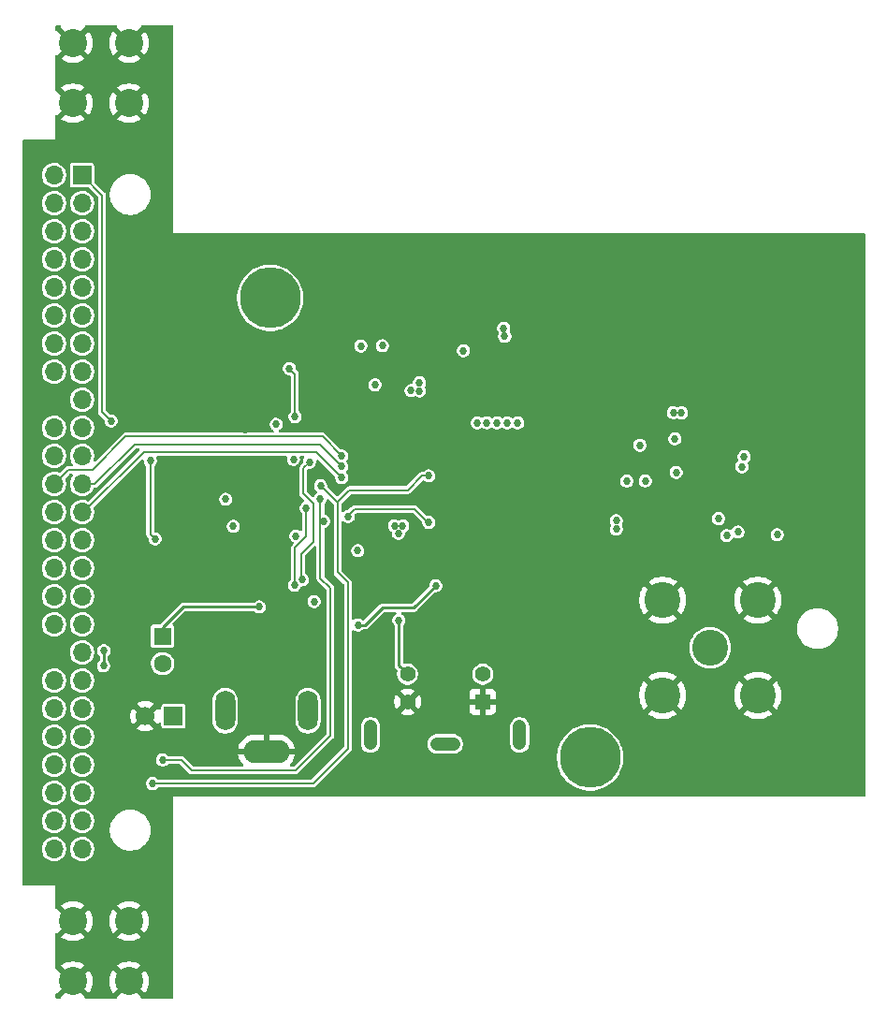
<source format=gbr>
%TF.GenerationSoftware,KiCad,Pcbnew,9.0.1+dfsg-1*%
%TF.CreationDate,2025-05-30T18:40:16+03:00*%
%TF.ProjectId,legacy_av_in,6c656761-6379-45f6-9176-5f696e2e6b69,rev?*%
%TF.SameCoordinates,Original*%
%TF.FileFunction,Copper,L4,Bot*%
%TF.FilePolarity,Positive*%
%FSLAX46Y46*%
G04 Gerber Fmt 4.6, Leading zero omitted, Abs format (unit mm)*
G04 Created by KiCad (PCBNEW 9.0.1+dfsg-1) date 2025-05-30 18:40:16*
%MOMM*%
%LPD*%
G01*
G04 APERTURE LIST*
%TA.AperFunction,ComponentPad*%
%ADD10R,1.700000X1.700000*%
%TD*%
%TA.AperFunction,ComponentPad*%
%ADD11O,1.700000X1.700000*%
%TD*%
%TA.AperFunction,ComponentPad*%
%ADD12C,2.540000*%
%TD*%
%TA.AperFunction,ComponentPad*%
%ADD13C,0.500000*%
%TD*%
%TA.AperFunction,SMDPad,CuDef*%
%ADD14R,2.400000X2.400000*%
%TD*%
%TA.AperFunction,ComponentPad*%
%ADD15C,2.000000*%
%TD*%
%TA.AperFunction,ComponentPad*%
%ADD16C,5.500000*%
%TD*%
%TA.AperFunction,ComponentPad*%
%ADD17R,1.408000X1.408000*%
%TD*%
%TA.AperFunction,ComponentPad*%
%ADD18C,1.408000*%
%TD*%
%TA.AperFunction,ComponentPad*%
%ADD19O,2.730000X1.230000*%
%TD*%
%TA.AperFunction,ComponentPad*%
%ADD20O,1.230000X2.730000*%
%TD*%
%TA.AperFunction,ComponentPad*%
%ADD21O,1.800000X3.600000*%
%TD*%
%TA.AperFunction,ComponentPad*%
%ADD22O,4.200000X2.100000*%
%TD*%
%TA.AperFunction,ComponentPad*%
%ADD23R,1.600000X1.600000*%
%TD*%
%TA.AperFunction,ComponentPad*%
%ADD24C,1.600000*%
%TD*%
%TA.AperFunction,ComponentPad*%
%ADD25C,0.600000*%
%TD*%
%TA.AperFunction,SMDPad,CuDef*%
%ADD26R,3.600000X3.600000*%
%TD*%
%TA.AperFunction,ComponentPad*%
%ADD27C,3.250000*%
%TD*%
%TA.AperFunction,ComponentPad*%
%ADD28C,1.700000*%
%TD*%
%TA.AperFunction,ViaPad*%
%ADD29C,0.686000*%
%TD*%
%TA.AperFunction,Conductor*%
%ADD30C,0.250000*%
%TD*%
%TA.AperFunction,Conductor*%
%ADD31C,0.200000*%
%TD*%
%TA.AperFunction,Conductor*%
%ADD32C,0.500000*%
%TD*%
G04 APERTURE END LIST*
D10*
%TO.P,J1,1,Pin_1*%
%TO.N,/ADV_CLKIN*%
X48925790Y-27248710D03*
D11*
%TO.P,J1,2,Pin_2*%
%TO.N,/PCM_CLKIN*%
X46385790Y-27248710D03*
%TO.P,J1,3,Pin_3*%
%TO.N,/ADV_LLC*%
X48925790Y-29788710D03*
%TO.P,J1,4,Pin_4*%
%TO.N,unconnected-(J1-Pin_4-Pad4)*%
X46385790Y-29788710D03*
%TO.P,J1,5,Pin_5*%
%TO.N,unconnected-(J1-Pin_5-Pad5)*%
X48925790Y-32328710D03*
%TO.P,J1,6,Pin_6*%
%TO.N,unconnected-(J1-Pin_6-Pad6)*%
X46385790Y-32328710D03*
%TO.P,J1,7,Pin_7*%
%TO.N,unconnected-(J1-Pin_7-Pad7)*%
X48925790Y-34868710D03*
%TO.P,J1,8,Pin_8*%
%TO.N,unconnected-(J1-Pin_8-Pad8)*%
X46385790Y-34868710D03*
%TO.P,J1,9,Pin_9*%
%TO.N,/ADV_VS*%
X48925790Y-37408710D03*
%TO.P,J1,10,Pin_10*%
%TO.N,/ADV_IRQ*%
X46385790Y-37408710D03*
%TO.P,J1,11,Pin_11*%
%TO.N,unconnected-(J1-Pin_11-Pad11)*%
X48925790Y-39948710D03*
%TO.P,J1,12,Pin_12*%
%TO.N,/ADV_HS*%
X46385790Y-39948710D03*
%TO.P,J1,13,Pin_13*%
%TO.N,/ADV_P6*%
X48925790Y-42488710D03*
%TO.P,J1,14,Pin_14*%
%TO.N,/ADV_P7*%
X46385790Y-42488710D03*
%TO.P,J1,15,Pin_15*%
%TO.N,/ADV_P4*%
X48925790Y-45028710D03*
%TO.P,J1,16,Pin_16*%
%TO.N,/ADV_P5*%
X46385790Y-45028710D03*
%TO.P,J1,17,Pin_17*%
%TO.N,/DVDD5*%
X48925790Y-47568710D03*
%TO.P,J1,18,Pin_18*%
%TO.N,GND*%
X46385790Y-47568710D03*
%TO.P,J1,19,Pin_19*%
%TO.N,/ADV_P2*%
X48925790Y-50108710D03*
%TO.P,J1,20,Pin_20*%
%TO.N,/ADV_P3*%
X46385790Y-50108710D03*
%TO.P,J1,21,Pin_21*%
%TO.N,/ADV_P0*%
X48925790Y-52648710D03*
%TO.P,J1,22,Pin_22*%
%TO.N,/ADV_P1*%
X46385790Y-52648710D03*
%TO.P,J1,23,Pin_23*%
%TO.N,/I2S_BCK_o*%
X48925790Y-55188710D03*
%TO.P,J1,24,Pin_24*%
%TO.N,/I2S_WS_o*%
X46385790Y-55188710D03*
%TO.P,J1,25,Pin_25*%
%TO.N,/I2S_DATA_o*%
X48925790Y-57728710D03*
%TO.P,J1,26,Pin_26*%
%TO.N,unconnected-(J1-Pin_26-Pad26)*%
X46385790Y-57728710D03*
%TO.P,J1,27,Pin_27*%
%TO.N,unconnected-(J1-Pin_27-Pad27)*%
X48925790Y-60268710D03*
%TO.P,J1,28,Pin_28*%
%TO.N,unconnected-(J1-Pin_28-Pad28)*%
X46385790Y-60268710D03*
%TO.P,J1,29,Pin_29*%
%TO.N,unconnected-(J1-Pin_29-Pad29)*%
X48925790Y-62808710D03*
%TO.P,J1,30,Pin_30*%
%TO.N,unconnected-(J1-Pin_30-Pad30)*%
X46385790Y-62808710D03*
%TO.P,J1,31,Pin_31*%
%TO.N,unconnected-(J1-Pin_31-Pad31)*%
X48925790Y-65348710D03*
%TO.P,J1,32,Pin_32*%
%TO.N,unconnected-(J1-Pin_32-Pad32)*%
X46385790Y-65348710D03*
%TO.P,J1,33,Pin_33*%
%TO.N,unconnected-(J1-Pin_33-Pad33)*%
X48925790Y-67888710D03*
%TO.P,J1,34,Pin_34*%
%TO.N,unconnected-(J1-Pin_34-Pad34)*%
X46385790Y-67888710D03*
%TO.P,J1,35,Pin_35*%
%TO.N,/DVDD3v3*%
X48925790Y-70428710D03*
%TO.P,J1,36,Pin_36*%
%TO.N,GND*%
X46385790Y-70428710D03*
%TO.P,J1,37,Pin_37*%
%TO.N,unconnected-(J1-Pin_37-Pad37)*%
X48925790Y-72968710D03*
%TO.P,J1,38,Pin_38*%
%TO.N,unconnected-(J1-Pin_38-Pad38)*%
X46385790Y-72968710D03*
%TO.P,J1,39,Pin_39*%
%TO.N,unconnected-(J1-Pin_39-Pad39)*%
X48925790Y-75508710D03*
%TO.P,J1,40,Pin_40*%
%TO.N,unconnected-(J1-Pin_40-Pad40)*%
X46385790Y-75508710D03*
%TO.P,J1,41,Pin_41*%
%TO.N,unconnected-(J1-Pin_41-Pad41)*%
X48925790Y-78048710D03*
%TO.P,J1,42,Pin_42*%
%TO.N,unconnected-(J1-Pin_42-Pad42)*%
X46385790Y-78048710D03*
%TO.P,J1,43,Pin_43*%
%TO.N,unconnected-(J1-Pin_43-Pad43)*%
X48925790Y-80588710D03*
%TO.P,J1,44,Pin_44*%
%TO.N,unconnected-(J1-Pin_44-Pad44)*%
X46385790Y-80588710D03*
%TO.P,J1,45,Pin_45*%
%TO.N,/I2S_BCK*%
X48925790Y-83128710D03*
%TO.P,J1,46,Pin_46*%
%TO.N,/I2S_WS*%
X46385790Y-83128710D03*
%TO.P,J1,47,Pin_47*%
%TO.N,/I2S_DATA*%
X48925790Y-85668710D03*
%TO.P,J1,48,Pin_48*%
%TO.N,/SPDIF*%
X46385790Y-85668710D03*
%TO.P,J1,49,Pin_49*%
%TO.N,/SDA*%
X48925790Y-88208710D03*
%TO.P,J1,50,Pin_50*%
%TO.N,/SCL*%
X46385790Y-88208710D03*
%TD*%
D12*
%TO.P,ST1,1,Pin_1*%
%TO.N,GND*%
X53190000Y-15300000D03*
X48110000Y-15300000D03*
X53190000Y-20740000D03*
X48110000Y-20740000D03*
%TD*%
%TO.P,ST2,1,Pin_1*%
%TO.N,GND*%
X53190000Y-94720000D03*
X48110000Y-94720000D03*
X53190000Y-100160000D03*
X48110000Y-100160000D03*
%TD*%
D13*
%TO.P,U2,29,EP*%
%TO.N,GND*%
X106644000Y-52640000D03*
X105694000Y-52640000D03*
X104744000Y-52640000D03*
X106644000Y-53590000D03*
X105694000Y-53590000D03*
D14*
X105694000Y-53590000D03*
D13*
X104744000Y-53590000D03*
X106644000Y-54540000D03*
X105694000Y-54540000D03*
X104744000Y-54540000D03*
%TD*%
D15*
%TO.P,J6,1,Shield*%
%TO.N,GND*%
X87020000Y-63260000D03*
X99720000Y-63260000D03*
X112420000Y-63260000D03*
X80670000Y-56910000D03*
X118770000Y-56910000D03*
X80670000Y-44210000D03*
X118770000Y-44210000D03*
X87020000Y-37860000D03*
X99720000Y-37860000D03*
X112420000Y-37860000D03*
%TD*%
D16*
%TO.P,MH4,1*%
%TO.N,N/C*%
X94900000Y-79930000D03*
%TD*%
D17*
%TO.P,J4,1*%
%TO.N,GND*%
X85190000Y-74890000D03*
D18*
%TO.P,J4,2*%
X78390000Y-74890000D03*
%TO.P,J4,3*%
%TO.N,/SV_Y*%
X85190000Y-72390000D03*
%TO.P,J4,4*%
%TO.N,/SV_C*%
X78390000Y-72390000D03*
D19*
%TO.P,J4,S1*%
%TO.N,N/C*%
X81790000Y-78690000D03*
D20*
%TO.P,J4,S2*%
X75040000Y-77890000D03*
%TO.P,J4,S3*%
X88540000Y-77890000D03*
%TD*%
D21*
%TO.P,J3,1,In*%
%TO.N,/CVBS1*%
X61887500Y-75700000D03*
X69387500Y-75700000D03*
D22*
%TO.P,J3,2,Ext*%
%TO.N,GND*%
X65637500Y-79400000D03*
%TD*%
D23*
%TO.P,C42,1*%
%TO.N,Net-(C3-Pad1)*%
X56220000Y-68940000D03*
D24*
%TO.P,C42,2*%
%TO.N,Net-(J5-Pin_1)*%
X56220000Y-71440000D03*
%TD*%
D25*
%TO.P,U1,33,DGND*%
%TO.N,GND*%
X67100000Y-54277500D03*
X65600000Y-54277500D03*
X64100000Y-54277500D03*
X67100000Y-55777500D03*
X65600000Y-55777500D03*
D26*
X65600000Y-55777500D03*
D25*
X64100000Y-55777500D03*
X67100000Y-57277500D03*
X65600000Y-57277500D03*
X64100000Y-57277500D03*
%TD*%
D27*
%TO.P,J2,1,In*%
%TO.N,Net-(D3-TVS2)*%
X105780000Y-70000000D03*
%TO.P,J2,2,Ext*%
%TO.N,GND*%
X110080000Y-74300000D03*
X110080000Y-65700000D03*
X101480000Y-74300000D03*
X101480000Y-65700000D03*
%TD*%
D16*
%TO.P,MH5,1*%
%TO.N,N/C*%
X65950000Y-38360000D03*
%TD*%
D10*
%TO.P,J5,1,Pin_1*%
%TO.N,Net-(J5-Pin_1)*%
X57205000Y-76180000D03*
D28*
%TO.P,J5,2,Pin_2*%
%TO.N,GND*%
X54665000Y-76180000D03*
%TD*%
D29*
%TO.N,GND*%
X70258408Y-34866427D03*
X44858408Y-72966427D03*
X55018408Y-98366427D03*
X90578408Y-72966427D03*
X118518408Y-65346427D03*
X119350000Y-54740000D03*
X44858408Y-62806427D03*
X57558408Y-78046427D03*
X57558408Y-34866427D03*
X44858408Y-50106427D03*
X103278408Y-80586427D03*
X47398408Y-90746427D03*
X67360000Y-50180000D03*
X52478408Y-90746427D03*
X110898408Y-80586427D03*
X95658408Y-75506427D03*
X98198408Y-75506427D03*
X90578408Y-80586427D03*
X82958408Y-72966427D03*
X113438408Y-34866427D03*
X55018408Y-78046427D03*
X72798408Y-42486427D03*
X101494000Y-56060000D03*
X105818408Y-78046427D03*
X113090000Y-56050000D03*
X44858408Y-55186427D03*
X108358408Y-34866427D03*
X107710000Y-56630000D03*
X69510000Y-62060000D03*
X52478408Y-42486427D03*
X49938408Y-24706427D03*
X82958408Y-34866427D03*
X52478408Y-78046427D03*
X119380000Y-49540000D03*
X95658408Y-34866427D03*
X83100000Y-48070000D03*
X74564000Y-52870000D03*
X63700000Y-50247000D03*
X90578408Y-34866427D03*
X80418408Y-75506427D03*
X44858408Y-27246427D03*
X88038408Y-34866427D03*
X108358408Y-70426427D03*
X77878408Y-78046427D03*
X77878408Y-34866427D03*
X70258408Y-37406427D03*
X93118408Y-67886427D03*
X52478408Y-62806427D03*
X93118408Y-72966427D03*
X44858408Y-52646427D03*
X115978408Y-78046427D03*
X59990000Y-60390000D03*
X82958408Y-80586427D03*
X59240000Y-57500000D03*
X52478408Y-60266427D03*
X60098408Y-72966427D03*
X75338408Y-65346427D03*
X65178408Y-75506427D03*
X85498408Y-78046427D03*
X77878408Y-80586427D03*
X72798408Y-34866427D03*
X55018408Y-34866427D03*
X113438408Y-75506427D03*
X77878408Y-37406427D03*
X106134000Y-57350000D03*
X75160000Y-44722500D03*
X100738408Y-80586427D03*
X118518408Y-78046427D03*
X119390000Y-41230000D03*
X79980000Y-41090000D03*
X44858408Y-67886427D03*
X65820000Y-62490000D03*
X74800000Y-60880000D03*
X44858408Y-39946427D03*
X95658408Y-65346427D03*
X98200000Y-52580000D03*
X102434000Y-56040000D03*
X70258408Y-39946427D03*
X100738408Y-70426427D03*
X55018408Y-90746427D03*
X119340000Y-59900000D03*
X85498408Y-67886427D03*
X75338408Y-39946427D03*
X73227500Y-48011750D03*
X55018408Y-27246427D03*
X98198408Y-65346427D03*
X85160000Y-46970000D03*
X44858408Y-57726427D03*
X118518408Y-34866427D03*
X105818408Y-72966427D03*
X95658408Y-70426427D03*
X80160000Y-49430000D03*
X72798408Y-50106427D03*
X44858408Y-60266427D03*
X44858408Y-65346427D03*
X118518408Y-70426427D03*
X88038408Y-70426427D03*
X52478408Y-67886427D03*
X55018408Y-17086427D03*
X55018408Y-72966427D03*
X62638408Y-70426427D03*
X44858408Y-80586427D03*
X60098408Y-34866427D03*
X118518408Y-75506427D03*
X88038408Y-65346427D03*
X80000000Y-60470000D03*
X93118408Y-65346427D03*
X100738408Y-34866427D03*
X93118408Y-75506427D03*
X95658408Y-72966427D03*
X98198408Y-70426427D03*
X55018408Y-65346427D03*
X44858408Y-45026427D03*
X103278408Y-78046427D03*
X80140000Y-51860000D03*
X103278408Y-34866427D03*
X115978408Y-75506427D03*
X110898408Y-70426427D03*
X76900000Y-48300000D03*
X98198408Y-67886427D03*
X113438408Y-70426427D03*
X49938408Y-93286427D03*
X52478408Y-24706427D03*
X60098408Y-50106427D03*
X74594000Y-54280000D03*
X67718408Y-34866427D03*
X98198408Y-34866427D03*
X100370000Y-49950000D03*
X60098408Y-70426427D03*
X83530000Y-41990000D03*
X55018408Y-32326427D03*
X44858408Y-34866427D03*
X110898408Y-78046427D03*
X55018408Y-62806427D03*
X100724000Y-50800000D03*
X60098408Y-75506427D03*
X57558408Y-70426427D03*
X72798408Y-39946427D03*
X103278408Y-70426427D03*
X57558408Y-65346427D03*
X88038408Y-72966427D03*
X52478408Y-75506427D03*
X105818408Y-34866427D03*
X44858408Y-47566427D03*
X90578408Y-65346427D03*
X55018408Y-45026427D03*
X44858408Y-42486427D03*
X55018408Y-93286427D03*
X98198408Y-72966427D03*
X110898408Y-34866427D03*
X82930000Y-47230000D03*
X115978408Y-72966427D03*
X80418408Y-72966427D03*
X119360000Y-38760000D03*
X57558408Y-62806427D03*
X52478408Y-65346427D03*
X108358408Y-80586427D03*
X49938408Y-17086427D03*
X49938408Y-98366427D03*
X62638408Y-39946427D03*
X60098408Y-65346427D03*
X88038408Y-80586427D03*
X44858408Y-37406427D03*
X82958408Y-67886427D03*
X57558408Y-47566427D03*
X80418408Y-34866427D03*
X113438408Y-78046427D03*
X82910000Y-41020000D03*
X80120000Y-47390000D03*
X62638408Y-72966427D03*
X95658408Y-67886427D03*
X80418408Y-67886427D03*
X105818408Y-75506427D03*
X108358408Y-67886427D03*
X90578408Y-70426427D03*
X88038408Y-67886427D03*
X55018408Y-22166427D03*
X44858408Y-88206427D03*
X82958408Y-75506427D03*
X80020000Y-62930000D03*
X55018408Y-19626427D03*
X104740000Y-58160000D03*
X113438408Y-80586427D03*
X77878408Y-39946427D03*
X85498408Y-34866427D03*
X57558408Y-57726427D03*
X44858408Y-75506427D03*
X44858408Y-70426427D03*
X103278408Y-67886427D03*
X90578408Y-67886427D03*
X65178408Y-34866427D03*
X75338408Y-34866427D03*
X108358408Y-78046427D03*
X49938408Y-90746427D03*
X113438408Y-72966427D03*
X75338408Y-75506427D03*
X49938408Y-22166427D03*
X44858408Y-78046427D03*
X115978408Y-34866427D03*
X44858408Y-83126427D03*
X76380000Y-44842500D03*
X85498408Y-65346427D03*
X52478408Y-57726427D03*
X52478408Y-32326427D03*
X115978408Y-80586427D03*
X55018408Y-24706427D03*
X118518408Y-67886427D03*
X73110000Y-46710000D03*
X93118408Y-70426427D03*
X118518408Y-80586427D03*
X52478408Y-72966427D03*
X44858408Y-85666427D03*
X113438408Y-65346427D03*
X118518408Y-72966427D03*
X62638408Y-34866427D03*
X49938408Y-95826427D03*
X75338408Y-37406427D03*
X76930000Y-47560000D03*
X72798408Y-37406427D03*
X93118408Y-34866427D03*
X75338408Y-80586427D03*
X67880000Y-71320000D03*
X119370000Y-52280000D03*
X49938408Y-19626427D03*
X60098408Y-62806427D03*
X88038408Y-75506427D03*
X55018408Y-95826427D03*
X100738408Y-78046427D03*
X60098408Y-37406427D03*
X90578408Y-78046427D03*
X119380000Y-46950000D03*
X67718408Y-72966427D03*
X98198408Y-78046427D03*
X105818408Y-80586427D03*
X80418408Y-80586427D03*
X85498408Y-80586427D03*
X44858408Y-32326427D03*
X102170000Y-60600000D03*
X115978408Y-65346427D03*
X44858408Y-29786427D03*
X85498408Y-70426427D03*
X70258408Y-42486427D03*
X90578408Y-75506427D03*
X111564000Y-48690000D03*
X52478408Y-70426427D03*
X79990000Y-59750000D03*
X77370000Y-62940000D03*
X60098408Y-78046427D03*
X47398408Y-24706427D03*
X119360000Y-62830000D03*
%TO.N,/DVDD3v3*%
X50910000Y-70260000D03*
X77960000Y-58980000D03*
X77210000Y-58970000D03*
X50880000Y-71630000D03*
X68070000Y-52940000D03*
X69930000Y-65820000D03*
X77570000Y-59650000D03*
X73890000Y-61210000D03*
%TO.N,/DVDD5*%
X87190000Y-41840000D03*
X74170000Y-42692500D03*
X76110000Y-42672500D03*
X75450000Y-46210000D03*
X87090000Y-41090000D03*
X83450000Y-43130000D03*
%TO.N,Net-(C3-Pad1)*%
X64980000Y-66310000D03*
%TO.N,/DVDD1v8*%
X79480000Y-46760000D03*
X66500000Y-49780000D03*
X78720000Y-46730000D03*
X68280000Y-59890000D03*
X62620000Y-59010000D03*
X61930000Y-56570000D03*
X79480000Y-46030000D03*
%TO.N,Net-(D3-TVS2)*%
X111850000Y-59770000D03*
%TO.N,/DVDD1v8RF*%
X102704000Y-54130000D03*
X99894000Y-54920000D03*
X98234000Y-54920000D03*
X102584000Y-51100000D03*
%TO.N,/SV_C*%
X77610000Y-67510000D03*
%TO.N,/SDA_F*%
X70500000Y-56510000D03*
X80300000Y-58650000D03*
X56210000Y-80150000D03*
X70800000Y-58550000D03*
X73010000Y-58130000D03*
%TO.N,/SCL_F*%
X80290000Y-54450000D03*
X70520000Y-55350000D03*
X55320000Y-82270000D03*
%TO.N,/ADV_CLKIN*%
X51560000Y-49480000D03*
X55540000Y-60150000D03*
X55110000Y-53100000D03*
%TO.N,/ADV_LLC*%
X67690000Y-44740000D03*
X68200000Y-49080000D03*
%TO.N,/I2S_BCK_o*%
X72434000Y-53610000D03*
%TO.N,/I2S_WS_o*%
X72454000Y-52660000D03*
%TO.N,/I2S_DATA_o*%
X72424000Y-54600000D03*
%TO.N,Net-(U2-ADDR)*%
X107270000Y-59850000D03*
X108654000Y-53630000D03*
%TO.N,/CVBS2*%
X73910000Y-67940000D03*
X80930000Y-64400000D03*
%TO.N,/DVDD3v3RF*%
X88355000Y-49660000D03*
X106530000Y-58310000D03*
X86500000Y-49660000D03*
X99420000Y-51680000D03*
X97280000Y-59270000D03*
X102440000Y-48740000D03*
X87405000Y-49660000D03*
X103180000Y-48750000D03*
X84700000Y-49660000D03*
X97270000Y-58500000D03*
X85580000Y-49650000D03*
%TO.N,Net-(U1-~PWRDWN)*%
X69530000Y-53190000D03*
X68859315Y-63839526D03*
%TO.N,Net-(U1-~RESET)*%
X69210000Y-57370000D03*
X68170000Y-64330000D03*
%TO.N,Net-(U2-RSTB)*%
X108290000Y-59520000D03*
X108854000Y-52710000D03*
%TD*%
D30*
%TO.N,GND*%
X74594000Y-54280000D02*
X74594000Y-52900000D01*
X119370000Y-54720000D02*
X119350000Y-54740000D01*
D31*
X80670000Y-46840000D02*
X80670000Y-44210000D01*
D30*
X119360000Y-38760000D02*
X119360000Y-41200000D01*
D32*
X83100000Y-48070000D02*
X83100000Y-47400000D01*
X83100000Y-47400000D02*
X82930000Y-47230000D01*
D30*
X119360000Y-41200000D02*
X119390000Y-41230000D01*
D31*
X80140000Y-49450000D02*
X80160000Y-49430000D01*
X80140000Y-51860000D02*
X80140000Y-49450000D01*
D30*
X119340000Y-59900000D02*
X119340000Y-62810000D01*
X119380000Y-46950000D02*
X119380000Y-49540000D01*
D31*
X80120000Y-47390000D02*
X80670000Y-46840000D01*
D30*
X80020000Y-62930000D02*
X77380000Y-62930000D01*
X119340000Y-62810000D02*
X119360000Y-62830000D01*
X74594000Y-52900000D02*
X74564000Y-52870000D01*
X119370000Y-52280000D02*
X119370000Y-54720000D01*
X77380000Y-62930000D02*
X77370000Y-62940000D01*
%TO.N,/DVDD3v3*%
X50910000Y-71600000D02*
X50880000Y-71630000D01*
X50910000Y-70260000D02*
X50910000Y-71600000D01*
%TO.N,Net-(C3-Pad1)*%
X58080000Y-66310000D02*
X56220000Y-68170000D01*
X64980000Y-66310000D02*
X58080000Y-66310000D01*
X56220000Y-68170000D02*
X56220000Y-68940000D01*
%TO.N,/SV_C*%
X77610000Y-67510000D02*
X77610000Y-71610000D01*
X77610000Y-71610000D02*
X78390000Y-72390000D01*
D31*
%TO.N,/SDA_F*%
X70500000Y-58800000D02*
X70750000Y-58550000D01*
X70500000Y-58810000D02*
X70500000Y-58930000D01*
X80200000Y-58650000D02*
X80300000Y-58650000D01*
X80220000Y-58650000D02*
X80300000Y-58650000D01*
X71370000Y-77960000D02*
X68250000Y-81080000D01*
X58850000Y-81080000D02*
X57930000Y-80160000D01*
X70500000Y-63700000D02*
X71370000Y-64570000D01*
X71370000Y-64570000D02*
X71370000Y-77960000D01*
X73010000Y-58030000D02*
X73570000Y-57470000D01*
X70500000Y-56510000D02*
X70500000Y-58810000D01*
X79040000Y-57470000D02*
X80220000Y-58650000D01*
X56220000Y-80160000D02*
X56210000Y-80150000D01*
X57930000Y-80160000D02*
X56220000Y-80160000D01*
X68250000Y-81080000D02*
X58850000Y-81080000D01*
X73570000Y-57470000D02*
X79040000Y-57470000D01*
X70500000Y-58810000D02*
X70500000Y-58800000D01*
X70500000Y-58930000D02*
X70500000Y-63700000D01*
X73010000Y-58130000D02*
X73010000Y-58030000D01*
X70750000Y-58550000D02*
X70800000Y-58550000D01*
%TO.N,/SCL_F*%
X55320000Y-82270000D02*
X69850000Y-82270000D01*
X73120000Y-55740000D02*
X78390000Y-55740000D01*
X79680000Y-54450000D02*
X80290000Y-54450000D01*
X72050000Y-56850000D02*
X70550000Y-55350000D01*
X78390000Y-55740000D02*
X79680000Y-54450000D01*
X70550000Y-55350000D02*
X70520000Y-55350000D01*
X72050000Y-56810000D02*
X73120000Y-55740000D01*
X69850000Y-82270000D02*
X72990000Y-79130000D01*
X72990000Y-79130000D02*
X72990000Y-64100000D01*
X72050000Y-56850000D02*
X72050000Y-56810000D01*
X72990000Y-64100000D02*
X72050000Y-63160000D01*
X72050000Y-63160000D02*
X72050000Y-56850000D01*
%TO.N,/ADV_CLKIN*%
X48925790Y-27248710D02*
X50750000Y-29072920D01*
X50750000Y-29072920D02*
X50750000Y-48670000D01*
X50750000Y-48670000D02*
X51560000Y-49480000D01*
X55110000Y-53100000D02*
X55110000Y-59720000D01*
X55110000Y-59720000D02*
X55540000Y-60150000D01*
%TO.N,/ADV_LLC*%
X68200000Y-45250000D02*
X67690000Y-44740000D01*
X68200000Y-49080000D02*
X68200000Y-45250000D01*
%TO.N,/I2S_BCK_o*%
X72434000Y-53610000D02*
X70434000Y-51610000D01*
X70434000Y-51610000D02*
X70240000Y-51610000D01*
X53680000Y-51610000D02*
X70240000Y-51610000D01*
X50101290Y-55188710D02*
X53680000Y-51610000D01*
X48925790Y-55188710D02*
X50101290Y-55188710D01*
%TO.N,/I2S_WS_o*%
X52900000Y-50890000D02*
X49880000Y-53910000D01*
X70684000Y-50890000D02*
X70580000Y-50890000D01*
X47664500Y-53910000D02*
X46385790Y-55188710D01*
X70580000Y-50890000D02*
X52900000Y-50890000D01*
X72454000Y-52660000D02*
X70684000Y-50890000D01*
X72454000Y-52660000D02*
X72424000Y-52690000D01*
X49880000Y-53910000D02*
X47664500Y-53910000D01*
%TO.N,/I2S_DATA_o*%
X70020000Y-52290000D02*
X54510000Y-52290000D01*
X49071290Y-57728710D02*
X48925790Y-57728710D01*
X70114000Y-52290000D02*
X70020000Y-52290000D01*
X54510000Y-52290000D02*
X49071290Y-57728710D01*
X72424000Y-54600000D02*
X70114000Y-52290000D01*
%TO.N,Net-(U2-ADDR)*%
X108674000Y-53610000D02*
X108654000Y-53630000D01*
D30*
%TO.N,/CVBS2*%
X74570000Y-67940000D02*
X73910000Y-67940000D01*
X76130000Y-66380000D02*
X74570000Y-67940000D01*
X78950000Y-66380000D02*
X76130000Y-66380000D01*
X78950000Y-66380000D02*
X80930000Y-64400000D01*
D31*
%TO.N,Net-(U1-~PWRDWN)*%
X68750000Y-61520000D02*
X68750000Y-63730211D01*
X68750000Y-63730211D02*
X68859315Y-63839526D01*
X69870000Y-56980000D02*
X69870000Y-60400000D01*
X69530000Y-53190000D02*
X68950000Y-53770000D01*
X68950000Y-53770000D02*
X68950000Y-56060000D01*
X69870000Y-60400000D02*
X68750000Y-61520000D01*
X68950000Y-56060000D02*
X69870000Y-56980000D01*
%TO.N,Net-(U1-~RESET)*%
X68170000Y-61000000D02*
X68170000Y-64330000D01*
X68210000Y-60960000D02*
X68170000Y-61000000D01*
X69210000Y-57370000D02*
X69210000Y-59960000D01*
X69210000Y-59960000D02*
X68210000Y-60960000D01*
%TD*%
%TA.AperFunction,Conductor*%
%TO.N,GND*%
G36*
X47356740Y-100562626D02*
G01*
X47449762Y-100701844D01*
X47568156Y-100820238D01*
X47707374Y-100913260D01*
X47713436Y-100915771D01*
X47045165Y-101584042D01*
X47045573Y-101590260D01*
X47030069Y-101659543D01*
X46979569Y-101709445D01*
X46919843Y-101724500D01*
X46651500Y-101724500D01*
X46642674Y-101721908D01*
X46633568Y-101723218D01*
X46609142Y-101712062D01*
X46583379Y-101704498D01*
X46577354Y-101697544D01*
X46568988Y-101693724D01*
X46554473Y-101671138D01*
X46536886Y-101650842D01*
X46534561Y-101640155D01*
X46530604Y-101633998D01*
X46525500Y-101598500D01*
X46525500Y-101348845D01*
X46545502Y-101280724D01*
X46599158Y-101234231D01*
X46659741Y-101223115D01*
X46685956Y-101224833D01*
X47354228Y-100556561D01*
X47356740Y-100562626D01*
G37*
%TD.AperFunction*%
%TA.AperFunction,Conductor*%
G36*
X52070586Y-13715502D02*
G01*
X52117079Y-13769158D01*
X52128195Y-13829741D01*
X52125165Y-13875956D01*
X52793437Y-14544228D01*
X52787374Y-14546740D01*
X52648156Y-14639762D01*
X52529762Y-14758156D01*
X52436740Y-14897374D01*
X52434228Y-14903437D01*
X51765956Y-14235165D01*
X51708472Y-14310080D01*
X51591945Y-14511911D01*
X51591940Y-14511921D01*
X51502746Y-14727254D01*
X51502745Y-14727258D01*
X51442420Y-14952391D01*
X51412000Y-15183461D01*
X51412000Y-15416538D01*
X51442420Y-15647608D01*
X51502745Y-15872741D01*
X51502746Y-15872745D01*
X51591940Y-16088078D01*
X51591945Y-16088088D01*
X51708472Y-16289919D01*
X51708477Y-16289926D01*
X51765956Y-16364833D01*
X52434228Y-15696561D01*
X52436740Y-15702626D01*
X52529762Y-15841844D01*
X52648156Y-15960238D01*
X52787374Y-16053260D01*
X52793436Y-16055771D01*
X52125165Y-16724042D01*
X52125165Y-16724043D01*
X52200074Y-16781522D01*
X52200080Y-16781527D01*
X52401911Y-16898054D01*
X52401921Y-16898059D01*
X52617254Y-16987253D01*
X52617258Y-16987254D01*
X52842391Y-17047579D01*
X53073461Y-17077999D01*
X53073471Y-17078000D01*
X53306529Y-17078000D01*
X53306538Y-17077999D01*
X53537608Y-17047579D01*
X53762741Y-16987254D01*
X53762745Y-16987253D01*
X53978078Y-16898059D01*
X53978089Y-16898054D01*
X54179920Y-16781527D01*
X54254833Y-16724042D01*
X53586562Y-16055771D01*
X53592626Y-16053260D01*
X53731844Y-15960238D01*
X53850238Y-15841844D01*
X53943260Y-15702626D01*
X53945771Y-15696562D01*
X54614042Y-16364833D01*
X54671527Y-16289920D01*
X54788054Y-16088089D01*
X54788059Y-16088078D01*
X54877253Y-15872745D01*
X54877254Y-15872741D01*
X54937579Y-15647608D01*
X54967999Y-15416538D01*
X54968000Y-15416529D01*
X54968000Y-15183471D01*
X54967999Y-15183461D01*
X54937579Y-14952391D01*
X54877254Y-14727258D01*
X54877253Y-14727254D01*
X54788059Y-14511921D01*
X54788054Y-14511911D01*
X54671527Y-14310080D01*
X54671522Y-14310074D01*
X54614042Y-14235165D01*
X53945771Y-14903436D01*
X53943260Y-14897374D01*
X53850238Y-14758156D01*
X53731844Y-14639762D01*
X53592626Y-14546740D01*
X53586562Y-14544228D01*
X54254833Y-13875956D01*
X54251805Y-13829740D01*
X54267309Y-13760457D01*
X54317810Y-13710555D01*
X54377535Y-13695500D01*
X57088500Y-13695500D01*
X57156621Y-13715502D01*
X57203114Y-13769158D01*
X57214500Y-13821500D01*
X57214500Y-32490563D01*
X57229436Y-32505499D01*
X57229438Y-32505500D01*
X119688500Y-32505500D01*
X119756621Y-32525502D01*
X119803114Y-32579158D01*
X119814500Y-32631500D01*
X119814500Y-83348500D01*
X119794498Y-83416621D01*
X119740842Y-83463114D01*
X119688500Y-83474500D01*
X57229436Y-83474500D01*
X57214500Y-83489436D01*
X57214500Y-101598500D01*
X57194498Y-101666621D01*
X57140842Y-101713114D01*
X57088500Y-101724500D01*
X54380156Y-101724500D01*
X54312035Y-101704498D01*
X54265542Y-101650842D01*
X54254426Y-101590260D01*
X54254833Y-101584042D01*
X53586562Y-100915771D01*
X53592626Y-100913260D01*
X53731844Y-100820238D01*
X53850238Y-100701844D01*
X53943260Y-100562626D01*
X53945771Y-100556562D01*
X54614042Y-101224833D01*
X54671527Y-101149920D01*
X54788054Y-100948089D01*
X54788059Y-100948078D01*
X54877253Y-100732745D01*
X54877254Y-100732741D01*
X54937579Y-100507608D01*
X54967999Y-100276538D01*
X54968000Y-100276529D01*
X54968000Y-100043471D01*
X54967999Y-100043461D01*
X54937579Y-99812391D01*
X54877254Y-99587258D01*
X54877253Y-99587254D01*
X54788059Y-99371921D01*
X54788054Y-99371911D01*
X54671527Y-99170080D01*
X54671522Y-99170074D01*
X54614042Y-99095165D01*
X53945771Y-99763436D01*
X53943260Y-99757374D01*
X53850238Y-99618156D01*
X53731844Y-99499762D01*
X53592626Y-99406740D01*
X53586562Y-99404228D01*
X54254833Y-98735956D01*
X54254833Y-98735955D01*
X54179926Y-98678477D01*
X54179919Y-98678472D01*
X53978088Y-98561945D01*
X53978078Y-98561940D01*
X53762745Y-98472746D01*
X53762741Y-98472745D01*
X53537608Y-98412420D01*
X53306538Y-98382000D01*
X53073461Y-98382000D01*
X52842391Y-98412420D01*
X52617258Y-98472745D01*
X52617254Y-98472746D01*
X52401921Y-98561940D01*
X52401911Y-98561945D01*
X52200080Y-98678472D01*
X52125165Y-98735956D01*
X52793437Y-99404228D01*
X52787374Y-99406740D01*
X52648156Y-99499762D01*
X52529762Y-99618156D01*
X52436740Y-99757374D01*
X52434228Y-99763437D01*
X51765956Y-99095165D01*
X51708472Y-99170080D01*
X51591945Y-99371911D01*
X51591940Y-99371921D01*
X51502746Y-99587254D01*
X51502745Y-99587258D01*
X51442420Y-99812391D01*
X51412000Y-100043461D01*
X51412000Y-100276538D01*
X51442420Y-100507608D01*
X51502745Y-100732741D01*
X51502746Y-100732745D01*
X51591940Y-100948078D01*
X51591945Y-100948088D01*
X51708472Y-101149919D01*
X51708477Y-101149926D01*
X51765956Y-101224833D01*
X52434228Y-100556561D01*
X52436740Y-100562626D01*
X52529762Y-100701844D01*
X52648156Y-100820238D01*
X52787374Y-100913260D01*
X52793436Y-100915771D01*
X52125165Y-101584042D01*
X52125573Y-101590260D01*
X52110069Y-101659543D01*
X52059569Y-101709445D01*
X51999843Y-101724500D01*
X49300156Y-101724500D01*
X49232035Y-101704498D01*
X49185542Y-101650842D01*
X49174426Y-101590260D01*
X49174833Y-101584042D01*
X48506562Y-100915771D01*
X48512626Y-100913260D01*
X48651844Y-100820238D01*
X48770238Y-100701844D01*
X48863260Y-100562626D01*
X48865771Y-100556562D01*
X49534042Y-101224833D01*
X49591527Y-101149920D01*
X49708054Y-100948089D01*
X49708059Y-100948078D01*
X49797253Y-100732745D01*
X49797254Y-100732741D01*
X49857579Y-100507608D01*
X49887999Y-100276538D01*
X49888000Y-100276529D01*
X49888000Y-100043471D01*
X49887999Y-100043461D01*
X49857579Y-99812391D01*
X49797254Y-99587258D01*
X49797253Y-99587254D01*
X49708059Y-99371921D01*
X49708054Y-99371911D01*
X49591527Y-99170080D01*
X49591522Y-99170074D01*
X49534042Y-99095165D01*
X48865771Y-99763436D01*
X48863260Y-99757374D01*
X48770238Y-99618156D01*
X48651844Y-99499762D01*
X48512626Y-99406740D01*
X48506562Y-99404228D01*
X49174833Y-98735956D01*
X49174833Y-98735955D01*
X49099926Y-98678477D01*
X49099919Y-98678472D01*
X48898088Y-98561945D01*
X48898078Y-98561940D01*
X48682745Y-98472746D01*
X48682741Y-98472745D01*
X48457608Y-98412420D01*
X48226538Y-98382000D01*
X47993461Y-98382000D01*
X47762391Y-98412420D01*
X47537258Y-98472745D01*
X47537254Y-98472746D01*
X47321921Y-98561940D01*
X47321911Y-98561945D01*
X47120080Y-98678472D01*
X47045165Y-98735956D01*
X47713437Y-99404228D01*
X47707374Y-99406740D01*
X47568156Y-99499762D01*
X47449762Y-99618156D01*
X47356740Y-99757374D01*
X47354228Y-99763437D01*
X46685956Y-99095165D01*
X46659741Y-99096884D01*
X46646749Y-99093976D01*
X46633568Y-99095872D01*
X46612767Y-99086372D01*
X46590458Y-99081380D01*
X46581099Y-99071909D01*
X46568988Y-99066378D01*
X46556627Y-99047144D01*
X46540555Y-99030880D01*
X46536928Y-99016493D01*
X46530604Y-99006652D01*
X46525500Y-98971154D01*
X46525500Y-95908845D01*
X46545502Y-95840724D01*
X46599158Y-95794231D01*
X46659741Y-95783115D01*
X46685956Y-95784833D01*
X47354228Y-95116561D01*
X47356740Y-95122626D01*
X47449762Y-95261844D01*
X47568156Y-95380238D01*
X47707374Y-95473260D01*
X47713436Y-95475771D01*
X47045165Y-96144042D01*
X47045165Y-96144043D01*
X47120074Y-96201522D01*
X47120080Y-96201527D01*
X47321911Y-96318054D01*
X47321921Y-96318059D01*
X47537254Y-96407253D01*
X47537258Y-96407254D01*
X47762391Y-96467579D01*
X47993461Y-96497999D01*
X47993471Y-96498000D01*
X48226529Y-96498000D01*
X48226538Y-96497999D01*
X48457608Y-96467579D01*
X48682741Y-96407254D01*
X48682745Y-96407253D01*
X48898078Y-96318059D01*
X48898089Y-96318054D01*
X49099920Y-96201527D01*
X49174833Y-96144042D01*
X48506562Y-95475771D01*
X48512626Y-95473260D01*
X48651844Y-95380238D01*
X48770238Y-95261844D01*
X48863260Y-95122626D01*
X48865771Y-95116562D01*
X49534042Y-95784833D01*
X49591527Y-95709920D01*
X49708054Y-95508089D01*
X49708059Y-95508078D01*
X49797253Y-95292745D01*
X49797254Y-95292741D01*
X49857579Y-95067608D01*
X49887999Y-94836538D01*
X49888000Y-94836529D01*
X49888000Y-94603471D01*
X49887999Y-94603461D01*
X51412000Y-94603461D01*
X51412000Y-94836538D01*
X51442420Y-95067608D01*
X51502745Y-95292741D01*
X51502746Y-95292745D01*
X51591940Y-95508078D01*
X51591945Y-95508088D01*
X51708472Y-95709919D01*
X51708477Y-95709926D01*
X51765956Y-95784833D01*
X52434228Y-95116561D01*
X52436740Y-95122626D01*
X52529762Y-95261844D01*
X52648156Y-95380238D01*
X52787374Y-95473260D01*
X52793436Y-95475771D01*
X52125165Y-96144042D01*
X52125165Y-96144043D01*
X52200074Y-96201522D01*
X52200080Y-96201527D01*
X52401911Y-96318054D01*
X52401921Y-96318059D01*
X52617254Y-96407253D01*
X52617258Y-96407254D01*
X52842391Y-96467579D01*
X53073461Y-96497999D01*
X53073471Y-96498000D01*
X53306529Y-96498000D01*
X53306538Y-96497999D01*
X53537608Y-96467579D01*
X53762741Y-96407254D01*
X53762745Y-96407253D01*
X53978078Y-96318059D01*
X53978089Y-96318054D01*
X54179920Y-96201527D01*
X54254833Y-96144042D01*
X53586562Y-95475771D01*
X53592626Y-95473260D01*
X53731844Y-95380238D01*
X53850238Y-95261844D01*
X53943260Y-95122626D01*
X53945771Y-95116562D01*
X54614042Y-95784833D01*
X54671527Y-95709920D01*
X54788054Y-95508089D01*
X54788059Y-95508078D01*
X54877253Y-95292745D01*
X54877254Y-95292741D01*
X54937579Y-95067608D01*
X54967999Y-94836538D01*
X54968000Y-94836529D01*
X54968000Y-94603471D01*
X54967999Y-94603461D01*
X54937579Y-94372391D01*
X54877254Y-94147258D01*
X54877253Y-94147254D01*
X54788059Y-93931921D01*
X54788054Y-93931911D01*
X54671527Y-93730080D01*
X54671522Y-93730074D01*
X54614042Y-93655165D01*
X53945771Y-94323436D01*
X53943260Y-94317374D01*
X53850238Y-94178156D01*
X53731844Y-94059762D01*
X53592626Y-93966740D01*
X53586562Y-93964228D01*
X54254833Y-93295956D01*
X54254833Y-93295955D01*
X54179926Y-93238477D01*
X54179919Y-93238472D01*
X53978088Y-93121945D01*
X53978078Y-93121940D01*
X53762745Y-93032746D01*
X53762741Y-93032745D01*
X53537608Y-92972420D01*
X53306538Y-92942000D01*
X53073461Y-92942000D01*
X52842391Y-92972420D01*
X52617258Y-93032745D01*
X52617254Y-93032746D01*
X52401921Y-93121940D01*
X52401911Y-93121945D01*
X52200080Y-93238472D01*
X52125165Y-93295956D01*
X52793437Y-93964228D01*
X52787374Y-93966740D01*
X52648156Y-94059762D01*
X52529762Y-94178156D01*
X52436740Y-94317374D01*
X52434228Y-94323437D01*
X51765956Y-93655165D01*
X51708472Y-93730080D01*
X51591945Y-93931911D01*
X51591940Y-93931921D01*
X51502746Y-94147254D01*
X51502745Y-94147258D01*
X51442420Y-94372391D01*
X51412000Y-94603461D01*
X49887999Y-94603461D01*
X49857579Y-94372391D01*
X49797254Y-94147258D01*
X49797253Y-94147254D01*
X49708059Y-93931921D01*
X49708054Y-93931911D01*
X49591527Y-93730080D01*
X49591522Y-93730074D01*
X49534042Y-93655165D01*
X48865771Y-94323436D01*
X48863260Y-94317374D01*
X48770238Y-94178156D01*
X48651844Y-94059762D01*
X48512626Y-93966740D01*
X48506562Y-93964228D01*
X49174833Y-93295956D01*
X49174833Y-93295955D01*
X49099926Y-93238477D01*
X49099919Y-93238472D01*
X48898088Y-93121945D01*
X48898078Y-93121940D01*
X48682745Y-93032746D01*
X48682741Y-93032745D01*
X48457608Y-92972420D01*
X48226538Y-92942000D01*
X47993461Y-92942000D01*
X47762391Y-92972420D01*
X47537258Y-93032745D01*
X47537254Y-93032746D01*
X47321921Y-93121940D01*
X47321911Y-93121945D01*
X47120080Y-93238472D01*
X47045165Y-93295956D01*
X47713437Y-93964228D01*
X47707374Y-93966740D01*
X47568156Y-94059762D01*
X47449762Y-94178156D01*
X47356740Y-94317374D01*
X47354228Y-94323437D01*
X46685956Y-93655165D01*
X46659741Y-93656884D01*
X46646749Y-93653976D01*
X46633568Y-93655872D01*
X46612767Y-93646372D01*
X46590458Y-93641380D01*
X46581099Y-93631909D01*
X46568988Y-93626378D01*
X46556627Y-93607144D01*
X46540555Y-93590880D01*
X46536928Y-93576493D01*
X46530604Y-93566652D01*
X46525500Y-93531154D01*
X46525500Y-91489438D01*
X46525499Y-91489436D01*
X46510563Y-91474500D01*
X46510562Y-91474500D01*
X43651500Y-91474500D01*
X43583379Y-91454498D01*
X43536886Y-91400842D01*
X43525500Y-91348500D01*
X43525500Y-88122099D01*
X45285290Y-88122099D01*
X45285290Y-88295321D01*
X45312388Y-88466411D01*
X45365917Y-88631155D01*
X45365918Y-88631158D01*
X45365920Y-88631162D01*
X45444558Y-88785498D01*
X45546377Y-88925640D01*
X45668859Y-89048122D01*
X45668862Y-89048124D01*
X45809002Y-89149942D01*
X45963345Y-89228583D01*
X46128089Y-89282112D01*
X46299179Y-89309210D01*
X46299182Y-89309210D01*
X46472398Y-89309210D01*
X46472401Y-89309210D01*
X46643491Y-89282112D01*
X46808235Y-89228583D01*
X46962578Y-89149942D01*
X47102718Y-89048124D01*
X47225204Y-88925638D01*
X47327022Y-88785498D01*
X47405663Y-88631155D01*
X47459192Y-88466411D01*
X47486290Y-88295321D01*
X47486290Y-88122099D01*
X47825290Y-88122099D01*
X47825290Y-88295321D01*
X47852388Y-88466411D01*
X47905917Y-88631155D01*
X47905918Y-88631158D01*
X47905920Y-88631162D01*
X47984558Y-88785498D01*
X48086377Y-88925640D01*
X48208859Y-89048122D01*
X48208862Y-89048124D01*
X48349002Y-89149942D01*
X48503345Y-89228583D01*
X48668089Y-89282112D01*
X48839179Y-89309210D01*
X48839182Y-89309210D01*
X49012398Y-89309210D01*
X49012401Y-89309210D01*
X49183491Y-89282112D01*
X49348235Y-89228583D01*
X49502578Y-89149942D01*
X49642718Y-89048124D01*
X49765204Y-88925638D01*
X49867022Y-88785498D01*
X49945663Y-88631155D01*
X49999192Y-88466411D01*
X50026290Y-88295321D01*
X50026290Y-88122099D01*
X49999192Y-87951009D01*
X49945663Y-87786265D01*
X49867022Y-87631922D01*
X49765204Y-87491782D01*
X49765202Y-87491779D01*
X49642720Y-87369297D01*
X49502578Y-87267478D01*
X49348242Y-87188840D01*
X49348238Y-87188838D01*
X49348235Y-87188837D01*
X49183491Y-87135308D01*
X49012401Y-87108210D01*
X48839179Y-87108210D01*
X48668089Y-87135308D01*
X48668086Y-87135308D01*
X48668085Y-87135309D01*
X48589043Y-87160991D01*
X48503345Y-87188837D01*
X48503343Y-87188837D01*
X48503337Y-87188840D01*
X48349001Y-87267478D01*
X48208859Y-87369297D01*
X48086377Y-87491779D01*
X47984558Y-87631921D01*
X47905920Y-87786257D01*
X47905917Y-87786263D01*
X47905917Y-87786265D01*
X47852388Y-87951009D01*
X47825290Y-88122099D01*
X47486290Y-88122099D01*
X47459192Y-87951009D01*
X47405663Y-87786265D01*
X47327022Y-87631922D01*
X47225204Y-87491782D01*
X47225202Y-87491779D01*
X47102720Y-87369297D01*
X46962578Y-87267478D01*
X46808242Y-87188840D01*
X46808238Y-87188838D01*
X46808235Y-87188837D01*
X46643491Y-87135308D01*
X46472401Y-87108210D01*
X46299179Y-87108210D01*
X46128089Y-87135308D01*
X46128086Y-87135308D01*
X46128085Y-87135309D01*
X46049043Y-87160991D01*
X45963345Y-87188837D01*
X45963343Y-87188837D01*
X45963337Y-87188840D01*
X45809001Y-87267478D01*
X45668859Y-87369297D01*
X45546377Y-87491779D01*
X45444558Y-87631921D01*
X45365920Y-87786257D01*
X45365917Y-87786263D01*
X45365917Y-87786265D01*
X45312388Y-87951009D01*
X45285290Y-88122099D01*
X43525500Y-88122099D01*
X43525500Y-85582099D01*
X45285290Y-85582099D01*
X45285290Y-85755321D01*
X45312388Y-85926411D01*
X45365917Y-86091155D01*
X45365918Y-86091158D01*
X45365920Y-86091162D01*
X45444558Y-86245498D01*
X45546377Y-86385640D01*
X45668859Y-86508122D01*
X45668862Y-86508124D01*
X45809002Y-86609942D01*
X45963345Y-86688583D01*
X46128089Y-86742112D01*
X46299179Y-86769210D01*
X46299182Y-86769210D01*
X46472398Y-86769210D01*
X46472401Y-86769210D01*
X46643491Y-86742112D01*
X46808235Y-86688583D01*
X46962578Y-86609942D01*
X47102718Y-86508124D01*
X47225204Y-86385638D01*
X47327022Y-86245498D01*
X47405663Y-86091155D01*
X47459192Y-85926411D01*
X47486290Y-85755321D01*
X47486290Y-85582099D01*
X47825290Y-85582099D01*
X47825290Y-85755321D01*
X47852388Y-85926411D01*
X47905917Y-86091155D01*
X47905918Y-86091158D01*
X47905920Y-86091162D01*
X47984558Y-86245498D01*
X48086377Y-86385640D01*
X48208859Y-86508122D01*
X48208862Y-86508124D01*
X48349002Y-86609942D01*
X48503345Y-86688583D01*
X48668089Y-86742112D01*
X48839179Y-86769210D01*
X48839182Y-86769210D01*
X49012398Y-86769210D01*
X49012401Y-86769210D01*
X49183491Y-86742112D01*
X49348235Y-86688583D01*
X49502578Y-86609942D01*
X49642718Y-86508124D01*
X49765204Y-86385638D01*
X49770238Y-86378709D01*
X51449500Y-86378709D01*
X51449500Y-86621290D01*
X51481160Y-86861782D01*
X51543944Y-87096095D01*
X51543945Y-87096097D01*
X51543946Y-87096100D01*
X51636776Y-87320212D01*
X51636777Y-87320213D01*
X51636782Y-87320224D01*
X51758061Y-87530285D01*
X51758063Y-87530288D01*
X51758064Y-87530289D01*
X51905735Y-87722738D01*
X51905739Y-87722742D01*
X51905744Y-87722748D01*
X52077251Y-87894255D01*
X52077256Y-87894259D01*
X52077262Y-87894265D01*
X52269711Y-88041936D01*
X52269714Y-88041938D01*
X52479775Y-88163217D01*
X52479779Y-88163218D01*
X52479788Y-88163224D01*
X52703900Y-88256054D01*
X52938211Y-88318838D01*
X52938215Y-88318838D01*
X52938217Y-88318839D01*
X53000202Y-88326999D01*
X53178712Y-88350500D01*
X53178719Y-88350500D01*
X53421281Y-88350500D01*
X53421288Y-88350500D01*
X53638637Y-88321885D01*
X53661782Y-88318839D01*
X53661782Y-88318838D01*
X53661789Y-88318838D01*
X53896100Y-88256054D01*
X54120212Y-88163224D01*
X54330289Y-88041936D01*
X54522738Y-87894265D01*
X54694265Y-87722738D01*
X54841936Y-87530289D01*
X54963224Y-87320212D01*
X55056054Y-87096100D01*
X55118838Y-86861789D01*
X55150500Y-86621288D01*
X55150500Y-86378712D01*
X55118838Y-86138211D01*
X55056054Y-85903900D01*
X54963224Y-85679788D01*
X54963218Y-85679779D01*
X54963217Y-85679775D01*
X54841938Y-85469714D01*
X54796889Y-85411005D01*
X54694265Y-85277262D01*
X54694259Y-85277256D01*
X54694255Y-85277251D01*
X54522748Y-85105744D01*
X54522742Y-85105739D01*
X54522738Y-85105735D01*
X54330289Y-84958064D01*
X54330288Y-84958063D01*
X54330285Y-84958061D01*
X54120224Y-84836782D01*
X54120216Y-84836778D01*
X54120212Y-84836776D01*
X53896100Y-84743946D01*
X53896097Y-84743945D01*
X53896095Y-84743944D01*
X53661782Y-84681160D01*
X53421290Y-84649500D01*
X53421288Y-84649500D01*
X53178712Y-84649500D01*
X53178709Y-84649500D01*
X52938217Y-84681160D01*
X52703904Y-84743944D01*
X52703900Y-84743946D01*
X52497847Y-84829296D01*
X52479786Y-84836777D01*
X52479775Y-84836782D01*
X52269714Y-84958061D01*
X52077262Y-85105735D01*
X52077251Y-85105744D01*
X51905744Y-85277251D01*
X51905735Y-85277262D01*
X51758061Y-85469714D01*
X51636782Y-85679775D01*
X51636777Y-85679786D01*
X51543946Y-85903900D01*
X51543944Y-85903904D01*
X51481160Y-86138217D01*
X51449500Y-86378709D01*
X49770238Y-86378709D01*
X49867022Y-86245498D01*
X49945663Y-86091155D01*
X49999192Y-85926411D01*
X50026290Y-85755321D01*
X50026290Y-85582099D01*
X49999192Y-85411009D01*
X49945663Y-85246265D01*
X49867022Y-85091922D01*
X49765204Y-84951782D01*
X49765202Y-84951779D01*
X49642720Y-84829297D01*
X49502578Y-84727478D01*
X49348242Y-84648840D01*
X49348238Y-84648838D01*
X49348235Y-84648837D01*
X49183491Y-84595308D01*
X49012401Y-84568210D01*
X48839179Y-84568210D01*
X48668089Y-84595308D01*
X48668086Y-84595308D01*
X48668085Y-84595309D01*
X48589043Y-84620991D01*
X48503345Y-84648837D01*
X48503343Y-84648837D01*
X48503337Y-84648840D01*
X48349001Y-84727478D01*
X48208859Y-84829297D01*
X48086377Y-84951779D01*
X47984558Y-85091921D01*
X47905920Y-85246257D01*
X47905917Y-85246263D01*
X47905917Y-85246265D01*
X47852388Y-85411009D01*
X47825290Y-85582099D01*
X47486290Y-85582099D01*
X47459192Y-85411009D01*
X47405663Y-85246265D01*
X47327022Y-85091922D01*
X47225204Y-84951782D01*
X47225202Y-84951779D01*
X47102720Y-84829297D01*
X46962578Y-84727478D01*
X46808242Y-84648840D01*
X46808238Y-84648838D01*
X46808235Y-84648837D01*
X46643491Y-84595308D01*
X46472401Y-84568210D01*
X46299179Y-84568210D01*
X46128089Y-84595308D01*
X46128086Y-84595308D01*
X46128085Y-84595309D01*
X46049043Y-84620991D01*
X45963345Y-84648837D01*
X45963343Y-84648837D01*
X45963337Y-84648840D01*
X45809001Y-84727478D01*
X45668859Y-84829297D01*
X45546377Y-84951779D01*
X45444558Y-85091921D01*
X45365920Y-85246257D01*
X45365917Y-85246263D01*
X45365917Y-85246265D01*
X45312388Y-85411009D01*
X45285290Y-85582099D01*
X43525500Y-85582099D01*
X43525500Y-83042099D01*
X45285290Y-83042099D01*
X45285290Y-83215321D01*
X45312388Y-83386411D01*
X45365917Y-83551155D01*
X45365918Y-83551158D01*
X45365920Y-83551162D01*
X45444558Y-83705498D01*
X45546377Y-83845640D01*
X45668859Y-83968122D01*
X45668862Y-83968124D01*
X45809002Y-84069942D01*
X45963345Y-84148583D01*
X46128089Y-84202112D01*
X46299179Y-84229210D01*
X46299182Y-84229210D01*
X46472398Y-84229210D01*
X46472401Y-84229210D01*
X46643491Y-84202112D01*
X46808235Y-84148583D01*
X46962578Y-84069942D01*
X47102718Y-83968124D01*
X47225204Y-83845638D01*
X47327022Y-83705498D01*
X47405663Y-83551155D01*
X47459192Y-83386411D01*
X47486290Y-83215321D01*
X47486290Y-83042099D01*
X47825290Y-83042099D01*
X47825290Y-83215321D01*
X47852388Y-83386411D01*
X47905917Y-83551155D01*
X47905918Y-83551158D01*
X47905920Y-83551162D01*
X47984558Y-83705498D01*
X48086377Y-83845640D01*
X48208859Y-83968122D01*
X48208862Y-83968124D01*
X48349002Y-84069942D01*
X48503345Y-84148583D01*
X48668089Y-84202112D01*
X48839179Y-84229210D01*
X48839182Y-84229210D01*
X49012398Y-84229210D01*
X49012401Y-84229210D01*
X49183491Y-84202112D01*
X49348235Y-84148583D01*
X49502578Y-84069942D01*
X49642718Y-83968124D01*
X49765204Y-83845638D01*
X49867022Y-83705498D01*
X49945663Y-83551155D01*
X49999192Y-83386411D01*
X50026290Y-83215321D01*
X50026290Y-83042099D01*
X49999192Y-82871009D01*
X49945663Y-82706265D01*
X49867022Y-82551922D01*
X49765204Y-82411782D01*
X49765202Y-82411779D01*
X49642720Y-82289297D01*
X49502578Y-82187478D01*
X49348242Y-82108840D01*
X49348238Y-82108838D01*
X49348235Y-82108837D01*
X49183491Y-82055308D01*
X49012401Y-82028210D01*
X48839179Y-82028210D01*
X48668089Y-82055308D01*
X48668086Y-82055308D01*
X48668085Y-82055309D01*
X48589043Y-82080991D01*
X48503345Y-82108837D01*
X48503343Y-82108837D01*
X48503337Y-82108840D01*
X48349001Y-82187478D01*
X48208859Y-82289297D01*
X48086377Y-82411779D01*
X47984558Y-82551921D01*
X47905920Y-82706257D01*
X47905917Y-82706263D01*
X47905917Y-82706265D01*
X47905851Y-82706469D01*
X47869685Y-82817776D01*
X47852388Y-82871009D01*
X47825290Y-83042099D01*
X47486290Y-83042099D01*
X47459192Y-82871009D01*
X47405663Y-82706265D01*
X47327022Y-82551922D01*
X47225204Y-82411782D01*
X47225202Y-82411779D01*
X47102720Y-82289297D01*
X46962578Y-82187478D01*
X46808242Y-82108840D01*
X46808238Y-82108838D01*
X46808235Y-82108837D01*
X46643491Y-82055308D01*
X46472401Y-82028210D01*
X46299179Y-82028210D01*
X46128089Y-82055308D01*
X46128086Y-82055308D01*
X46128085Y-82055309D01*
X46049043Y-82080991D01*
X45963345Y-82108837D01*
X45963343Y-82108837D01*
X45963337Y-82108840D01*
X45809001Y-82187478D01*
X45668859Y-82289297D01*
X45546377Y-82411779D01*
X45444558Y-82551921D01*
X45365920Y-82706257D01*
X45365917Y-82706263D01*
X45365917Y-82706265D01*
X45365851Y-82706469D01*
X45329685Y-82817776D01*
X45312388Y-82871009D01*
X45285290Y-83042099D01*
X43525500Y-83042099D01*
X43525500Y-80502099D01*
X45285290Y-80502099D01*
X45285290Y-80675321D01*
X45312388Y-80846411D01*
X45365917Y-81011155D01*
X45365918Y-81011158D01*
X45365920Y-81011162D01*
X45444558Y-81165498D01*
X45546377Y-81305640D01*
X45668859Y-81428122D01*
X45668862Y-81428124D01*
X45809002Y-81529942D01*
X45963345Y-81608583D01*
X46128089Y-81662112D01*
X46299179Y-81689210D01*
X46299182Y-81689210D01*
X46472398Y-81689210D01*
X46472401Y-81689210D01*
X46643491Y-81662112D01*
X46808235Y-81608583D01*
X46962578Y-81529942D01*
X47102718Y-81428124D01*
X47225204Y-81305638D01*
X47327022Y-81165498D01*
X47405663Y-81011155D01*
X47459192Y-80846411D01*
X47486290Y-80675321D01*
X47486290Y-80502099D01*
X47825290Y-80502099D01*
X47825290Y-80675321D01*
X47852388Y-80846411D01*
X47905917Y-81011155D01*
X47905918Y-81011158D01*
X47905920Y-81011162D01*
X47984558Y-81165498D01*
X48086377Y-81305640D01*
X48208859Y-81428122D01*
X48208862Y-81428124D01*
X48349002Y-81529942D01*
X48503345Y-81608583D01*
X48668089Y-81662112D01*
X48839179Y-81689210D01*
X48839182Y-81689210D01*
X49012398Y-81689210D01*
X49012401Y-81689210D01*
X49183491Y-81662112D01*
X49348235Y-81608583D01*
X49502578Y-81529942D01*
X49642718Y-81428124D01*
X49765204Y-81305638D01*
X49867022Y-81165498D01*
X49945663Y-81011155D01*
X49999192Y-80846411D01*
X50026290Y-80675321D01*
X50026290Y-80502099D01*
X49999192Y-80331009D01*
X49945663Y-80166265D01*
X49867022Y-80011922D01*
X49765204Y-79871782D01*
X49765202Y-79871779D01*
X49642720Y-79749297D01*
X49502578Y-79647478D01*
X49348242Y-79568840D01*
X49348238Y-79568838D01*
X49348235Y-79568837D01*
X49183491Y-79515308D01*
X49012401Y-79488210D01*
X48839179Y-79488210D01*
X48668089Y-79515308D01*
X48668086Y-79515308D01*
X48668085Y-79515309D01*
X48589043Y-79540991D01*
X48503345Y-79568837D01*
X48503343Y-79568837D01*
X48503337Y-79568840D01*
X48349001Y-79647478D01*
X48208859Y-79749297D01*
X48086377Y-79871779D01*
X47984558Y-80011921D01*
X47905920Y-80166257D01*
X47905917Y-80166263D01*
X47905917Y-80166265D01*
X47852388Y-80331009D01*
X47825290Y-80502099D01*
X47486290Y-80502099D01*
X47459192Y-80331009D01*
X47405663Y-80166265D01*
X47327022Y-80011922D01*
X47225204Y-79871782D01*
X47225202Y-79871779D01*
X47102720Y-79749297D01*
X46962578Y-79647478D01*
X46808242Y-79568840D01*
X46808238Y-79568838D01*
X46808235Y-79568837D01*
X46643491Y-79515308D01*
X46472401Y-79488210D01*
X46299179Y-79488210D01*
X46128089Y-79515308D01*
X46128086Y-79515308D01*
X46128085Y-79515309D01*
X46049043Y-79540991D01*
X45963345Y-79568837D01*
X45963343Y-79568837D01*
X45963337Y-79568840D01*
X45809001Y-79647478D01*
X45668859Y-79749297D01*
X45546377Y-79871779D01*
X45444558Y-80011921D01*
X45365920Y-80166257D01*
X45365917Y-80166263D01*
X45365917Y-80166265D01*
X45312388Y-80331009D01*
X45285290Y-80502099D01*
X43525500Y-80502099D01*
X43525500Y-77962099D01*
X45285290Y-77962099D01*
X45285290Y-78135321D01*
X45312388Y-78306411D01*
X45365917Y-78471155D01*
X45365918Y-78471158D01*
X45365920Y-78471162D01*
X45444558Y-78625498D01*
X45546377Y-78765640D01*
X45668859Y-78888122D01*
X45668862Y-78888124D01*
X45809002Y-78989942D01*
X45963345Y-79068583D01*
X46128089Y-79122112D01*
X46299179Y-79149210D01*
X46299182Y-79149210D01*
X46472398Y-79149210D01*
X46472401Y-79149210D01*
X46643491Y-79122112D01*
X46808235Y-79068583D01*
X46962578Y-78989942D01*
X47102718Y-78888124D01*
X47225204Y-78765638D01*
X47327022Y-78625498D01*
X47405663Y-78471155D01*
X47459192Y-78306411D01*
X47486290Y-78135321D01*
X47486290Y-77962099D01*
X47825290Y-77962099D01*
X47825290Y-78135321D01*
X47852388Y-78306411D01*
X47905917Y-78471155D01*
X47905918Y-78471158D01*
X47905920Y-78471162D01*
X47984558Y-78625498D01*
X48086377Y-78765640D01*
X48208859Y-78888122D01*
X48208862Y-78888124D01*
X48349002Y-78989942D01*
X48503345Y-79068583D01*
X48668089Y-79122112D01*
X48839179Y-79149210D01*
X48839182Y-79149210D01*
X49012398Y-79149210D01*
X49012401Y-79149210D01*
X49183491Y-79122112D01*
X49348235Y-79068583D01*
X49502578Y-78989942D01*
X49642718Y-78888124D01*
X49765204Y-78765638D01*
X49867022Y-78625498D01*
X49945663Y-78471155D01*
X49999192Y-78306411D01*
X50026290Y-78135321D01*
X50026290Y-77962099D01*
X49999192Y-77791009D01*
X49945663Y-77626265D01*
X49867022Y-77471922D01*
X49778078Y-77349501D01*
X49765205Y-77331783D01*
X49765199Y-77331776D01*
X49642720Y-77209297D01*
X49502578Y-77107478D01*
X49348242Y-77028840D01*
X49348238Y-77028838D01*
X49348235Y-77028837D01*
X49183491Y-76975308D01*
X49012401Y-76948210D01*
X48839179Y-76948210D01*
X48668089Y-76975308D01*
X48668086Y-76975308D01*
X48668085Y-76975309D01*
X48589043Y-77000991D01*
X48503345Y-77028837D01*
X48503343Y-77028837D01*
X48503337Y-77028840D01*
X48349001Y-77107478D01*
X48208859Y-77209297D01*
X48086377Y-77331779D01*
X47984558Y-77471921D01*
X47905920Y-77626257D01*
X47905917Y-77626263D01*
X47905917Y-77626265D01*
X47878071Y-77711963D01*
X47861610Y-77762628D01*
X47852388Y-77791009D01*
X47825290Y-77962099D01*
X47486290Y-77962099D01*
X47459192Y-77791009D01*
X47405663Y-77626265D01*
X47327022Y-77471922D01*
X47238078Y-77349501D01*
X47225202Y-77331779D01*
X47102720Y-77209297D01*
X46962578Y-77107478D01*
X46808242Y-77028840D01*
X46808238Y-77028838D01*
X46808235Y-77028837D01*
X46643491Y-76975308D01*
X46472401Y-76948210D01*
X46299179Y-76948210D01*
X46128089Y-76975308D01*
X46128086Y-76975308D01*
X46128085Y-76975309D01*
X46049043Y-77000991D01*
X45963345Y-77028837D01*
X45963343Y-77028837D01*
X45963337Y-77028840D01*
X45809001Y-77107478D01*
X45668859Y-77209297D01*
X45546377Y-77331779D01*
X45444558Y-77471921D01*
X45365920Y-77626257D01*
X45365917Y-77626263D01*
X45365917Y-77626265D01*
X45338071Y-77711963D01*
X45321610Y-77762628D01*
X45312388Y-77791009D01*
X45285290Y-77962099D01*
X43525500Y-77962099D01*
X43525500Y-75422099D01*
X45285290Y-75422099D01*
X45285290Y-75595321D01*
X45312388Y-75766411D01*
X45365917Y-75931155D01*
X45365918Y-75931158D01*
X45365920Y-75931162D01*
X45444558Y-76085498D01*
X45546377Y-76225640D01*
X45668859Y-76348122D01*
X45668862Y-76348124D01*
X45809002Y-76449942D01*
X45963345Y-76528583D01*
X46128089Y-76582112D01*
X46299179Y-76609210D01*
X46299182Y-76609210D01*
X46472398Y-76609210D01*
X46472401Y-76609210D01*
X46643491Y-76582112D01*
X46808235Y-76528583D01*
X46962578Y-76449942D01*
X47102718Y-76348124D01*
X47225204Y-76225638D01*
X47327022Y-76085498D01*
X47405663Y-75931155D01*
X47459192Y-75766411D01*
X47486290Y-75595321D01*
X47486290Y-75422099D01*
X47825290Y-75422099D01*
X47825290Y-75595321D01*
X47852388Y-75766411D01*
X47905917Y-75931155D01*
X47905918Y-75931158D01*
X47905920Y-75931162D01*
X47984558Y-76085498D01*
X48086377Y-76225640D01*
X48208859Y-76348122D01*
X48208862Y-76348124D01*
X48349002Y-76449942D01*
X48503345Y-76528583D01*
X48668089Y-76582112D01*
X48839179Y-76609210D01*
X48839182Y-76609210D01*
X49012398Y-76609210D01*
X49012401Y-76609210D01*
X49183491Y-76582112D01*
X49348235Y-76528583D01*
X49502578Y-76449942D01*
X49642718Y-76348124D01*
X49765204Y-76225638D01*
X49867022Y-76085498D01*
X49873326Y-76073126D01*
X53307000Y-76073126D01*
X53307000Y-76286873D01*
X53340440Y-76498003D01*
X53406490Y-76701286D01*
X53406493Y-76701292D01*
X53503535Y-76891748D01*
X53503536Y-76891750D01*
X53541620Y-76944167D01*
X53541621Y-76944168D01*
X54180841Y-76304947D01*
X54199075Y-76372993D01*
X54264901Y-76487007D01*
X54357993Y-76580099D01*
X54472007Y-76645925D01*
X54540051Y-76664157D01*
X53900831Y-77303378D01*
X53953249Y-77341463D01*
X53953251Y-77341464D01*
X54143707Y-77438506D01*
X54143713Y-77438509D01*
X54346996Y-77504559D01*
X54558126Y-77538000D01*
X54771874Y-77538000D01*
X54983003Y-77504559D01*
X55186286Y-77438509D01*
X55186292Y-77438506D01*
X55376750Y-77341463D01*
X55429167Y-77303378D01*
X55429167Y-77303376D01*
X54789948Y-76664157D01*
X54857993Y-76645925D01*
X54972007Y-76580099D01*
X55065099Y-76487007D01*
X55130925Y-76372993D01*
X55149157Y-76304948D01*
X55788376Y-76944167D01*
X55788378Y-76944167D01*
X55826465Y-76891748D01*
X55866233Y-76813699D01*
X55914981Y-76762083D01*
X55983896Y-76745017D01*
X56051097Y-76767917D01*
X56095250Y-76823515D01*
X56104500Y-76870901D01*
X56104500Y-77054677D01*
X56119033Y-77127739D01*
X56119034Y-77127740D01*
X56174399Y-77210601D01*
X56257260Y-77265966D01*
X56330326Y-77280500D01*
X58079674Y-77280500D01*
X58152740Y-77265966D01*
X58235601Y-77210601D01*
X58290966Y-77127740D01*
X58305500Y-77054674D01*
X58305500Y-75305326D01*
X58290966Y-75232260D01*
X58235601Y-75149399D01*
X58152740Y-75094034D01*
X58152739Y-75094033D01*
X58079677Y-75079500D01*
X58079674Y-75079500D01*
X56330326Y-75079500D01*
X56330322Y-75079500D01*
X56257260Y-75094033D01*
X56174399Y-75149399D01*
X56119033Y-75232260D01*
X56104500Y-75305322D01*
X56104500Y-75489098D01*
X56084498Y-75557219D01*
X56030842Y-75603712D01*
X55960568Y-75613816D01*
X55895988Y-75584322D01*
X55866233Y-75546301D01*
X55826464Y-75468251D01*
X55826463Y-75468249D01*
X55788378Y-75415831D01*
X55149157Y-76055051D01*
X55130925Y-75987007D01*
X55065099Y-75872993D01*
X54972007Y-75779901D01*
X54857993Y-75714075D01*
X54789947Y-75695841D01*
X55429168Y-75056621D01*
X55429167Y-75056620D01*
X55376750Y-75018536D01*
X55376748Y-75018535D01*
X55186292Y-74921493D01*
X55186286Y-74921490D01*
X54983003Y-74855440D01*
X54815766Y-74828952D01*
X54771874Y-74822000D01*
X54558126Y-74822000D01*
X54346996Y-74855440D01*
X54143713Y-74921490D01*
X54143707Y-74921493D01*
X53953253Y-75018534D01*
X53900831Y-75056621D01*
X53900831Y-75056622D01*
X54540051Y-75695842D01*
X54472007Y-75714075D01*
X54357993Y-75779901D01*
X54264901Y-75872993D01*
X54199075Y-75987007D01*
X54180842Y-76055051D01*
X53541622Y-75415831D01*
X53541621Y-75415831D01*
X53503534Y-75468253D01*
X53406493Y-75658707D01*
X53406490Y-75658713D01*
X53340440Y-75861996D01*
X53307000Y-76073126D01*
X49873326Y-76073126D01*
X49945663Y-75931155D01*
X49999192Y-75766411D01*
X50026290Y-75595321D01*
X50026290Y-75422099D01*
X49999192Y-75251009D01*
X49945663Y-75086265D01*
X49867022Y-74931922D01*
X49765204Y-74791782D01*
X49765202Y-74791779D01*
X49682877Y-74709454D01*
X60737000Y-74709454D01*
X60737000Y-76690546D01*
X60765329Y-76869409D01*
X60765330Y-76869412D01*
X60790932Y-76948210D01*
X60821289Y-77041639D01*
X60903504Y-77202994D01*
X60903506Y-77202997D01*
X60908083Y-77209297D01*
X61009947Y-77349501D01*
X61009949Y-77349503D01*
X61009951Y-77349506D01*
X61137993Y-77477548D01*
X61137996Y-77477550D01*
X61137999Y-77477553D01*
X61284506Y-77583996D01*
X61445861Y-77666211D01*
X61618091Y-77722171D01*
X61796954Y-77750500D01*
X61796957Y-77750500D01*
X61978043Y-77750500D01*
X61978046Y-77750500D01*
X62156909Y-77722171D01*
X62329139Y-77666211D01*
X62490494Y-77583996D01*
X62637001Y-77477553D01*
X62765053Y-77349501D01*
X62871496Y-77202994D01*
X62953711Y-77041639D01*
X63009671Y-76869409D01*
X63038000Y-76690546D01*
X63038000Y-74709454D01*
X68237000Y-74709454D01*
X68237000Y-76690546D01*
X68265329Y-76869409D01*
X68265330Y-76869412D01*
X68290932Y-76948210D01*
X68321289Y-77041639D01*
X68403504Y-77202994D01*
X68403506Y-77202997D01*
X68408083Y-77209297D01*
X68509947Y-77349501D01*
X68509949Y-77349503D01*
X68509951Y-77349506D01*
X68637993Y-77477548D01*
X68637996Y-77477550D01*
X68637999Y-77477553D01*
X68784506Y-77583996D01*
X68945861Y-77666211D01*
X69118091Y-77722171D01*
X69296954Y-77750500D01*
X69296957Y-77750500D01*
X69478043Y-77750500D01*
X69478046Y-77750500D01*
X69656909Y-77722171D01*
X69829139Y-77666211D01*
X69990494Y-77583996D01*
X70137001Y-77477553D01*
X70265053Y-77349501D01*
X70371496Y-77202994D01*
X70453711Y-77041639D01*
X70509671Y-76869409D01*
X70538000Y-76690546D01*
X70538000Y-74709454D01*
X70509671Y-74530591D01*
X70453711Y-74358361D01*
X70371496Y-74197006D01*
X70265053Y-74050499D01*
X70265050Y-74050496D01*
X70265048Y-74050493D01*
X70137006Y-73922451D01*
X70137003Y-73922449D01*
X70137001Y-73922447D01*
X69990494Y-73816004D01*
X69829139Y-73733789D01*
X69829136Y-73733788D01*
X69829134Y-73733787D01*
X69656912Y-73677830D01*
X69656909Y-73677829D01*
X69478046Y-73649500D01*
X69296954Y-73649500D01*
X69118091Y-73677829D01*
X69118088Y-73677829D01*
X69118087Y-73677830D01*
X68945865Y-73733787D01*
X68945859Y-73733790D01*
X68784502Y-73816006D01*
X68637996Y-73922449D01*
X68637993Y-73922451D01*
X68509951Y-74050493D01*
X68509949Y-74050496D01*
X68403506Y-74197002D01*
X68321290Y-74358359D01*
X68321287Y-74358365D01*
X68296287Y-74435309D01*
X68265329Y-74530591D01*
X68237000Y-74709454D01*
X63038000Y-74709454D01*
X63009671Y-74530591D01*
X62953711Y-74358361D01*
X62871496Y-74197006D01*
X62765053Y-74050499D01*
X62765050Y-74050496D01*
X62765048Y-74050493D01*
X62637006Y-73922451D01*
X62637003Y-73922449D01*
X62637001Y-73922447D01*
X62490494Y-73816004D01*
X62329139Y-73733789D01*
X62329136Y-73733788D01*
X62329134Y-73733787D01*
X62156912Y-73677830D01*
X62156909Y-73677829D01*
X61978046Y-73649500D01*
X61796954Y-73649500D01*
X61618091Y-73677829D01*
X61618088Y-73677829D01*
X61618087Y-73677830D01*
X61445865Y-73733787D01*
X61445859Y-73733790D01*
X61284502Y-73816006D01*
X61137996Y-73922449D01*
X61137993Y-73922451D01*
X61009951Y-74050493D01*
X61009949Y-74050496D01*
X60903506Y-74197002D01*
X60821290Y-74358359D01*
X60821287Y-74358365D01*
X60796287Y-74435309D01*
X60765329Y-74530591D01*
X60737000Y-74709454D01*
X49682877Y-74709454D01*
X49642720Y-74669297D01*
X49502578Y-74567478D01*
X49348242Y-74488840D01*
X49348238Y-74488838D01*
X49348235Y-74488837D01*
X49183491Y-74435308D01*
X49012401Y-74408210D01*
X48839179Y-74408210D01*
X48668089Y-74435308D01*
X48668086Y-74435308D01*
X48668085Y-74435309D01*
X48589043Y-74460991D01*
X48503345Y-74488837D01*
X48503343Y-74488837D01*
X48503337Y-74488840D01*
X48349001Y-74567478D01*
X48208859Y-74669297D01*
X48086377Y-74791779D01*
X47984558Y-74931921D01*
X47905920Y-75086257D01*
X47905917Y-75086263D01*
X47905917Y-75086265D01*
X47887294Y-75143581D01*
X47852687Y-75250090D01*
X47852388Y-75251009D01*
X47825290Y-75422099D01*
X47486290Y-75422099D01*
X47459192Y-75251009D01*
X47405663Y-75086265D01*
X47327022Y-74931922D01*
X47225204Y-74791782D01*
X47225202Y-74791779D01*
X47102720Y-74669297D01*
X46962578Y-74567478D01*
X46808242Y-74488840D01*
X46808238Y-74488838D01*
X46808235Y-74488837D01*
X46643491Y-74435308D01*
X46472401Y-74408210D01*
X46299179Y-74408210D01*
X46128089Y-74435308D01*
X46128086Y-74435308D01*
X46128085Y-74435309D01*
X46049043Y-74460991D01*
X45963345Y-74488837D01*
X45963343Y-74488837D01*
X45963337Y-74488840D01*
X45809001Y-74567478D01*
X45668859Y-74669297D01*
X45546377Y-74791779D01*
X45444558Y-74931921D01*
X45365920Y-75086257D01*
X45365917Y-75086263D01*
X45365917Y-75086265D01*
X45347294Y-75143581D01*
X45312687Y-75250090D01*
X45312388Y-75251009D01*
X45285290Y-75422099D01*
X43525500Y-75422099D01*
X43525500Y-72882099D01*
X45285290Y-72882099D01*
X45285290Y-73055321D01*
X45312388Y-73226411D01*
X45365917Y-73391155D01*
X45365918Y-73391158D01*
X45365920Y-73391162D01*
X45444558Y-73545498D01*
X45546377Y-73685640D01*
X45668859Y-73808122D01*
X45685438Y-73820167D01*
X45809002Y-73909942D01*
X45963345Y-73988583D01*
X46128089Y-74042112D01*
X46299179Y-74069210D01*
X46299182Y-74069210D01*
X46472398Y-74069210D01*
X46472401Y-74069210D01*
X46643491Y-74042112D01*
X46808235Y-73988583D01*
X46962578Y-73909942D01*
X47102718Y-73808124D01*
X47225204Y-73685638D01*
X47327022Y-73545498D01*
X47405663Y-73391155D01*
X47459192Y-73226411D01*
X47486290Y-73055321D01*
X47486290Y-72882099D01*
X47825290Y-72882099D01*
X47825290Y-73055321D01*
X47852388Y-73226411D01*
X47905917Y-73391155D01*
X47905918Y-73391158D01*
X47905920Y-73391162D01*
X47984558Y-73545498D01*
X48086377Y-73685640D01*
X48208859Y-73808122D01*
X48225438Y-73820167D01*
X48349002Y-73909942D01*
X48503345Y-73988583D01*
X48668089Y-74042112D01*
X48839179Y-74069210D01*
X48839182Y-74069210D01*
X49012398Y-74069210D01*
X49012401Y-74069210D01*
X49183491Y-74042112D01*
X49348235Y-73988583D01*
X49502578Y-73909942D01*
X49642718Y-73808124D01*
X49765204Y-73685638D01*
X49867022Y-73545498D01*
X49945663Y-73391155D01*
X49999192Y-73226411D01*
X50026290Y-73055321D01*
X50026290Y-72882099D01*
X49999192Y-72711009D01*
X49945663Y-72546265D01*
X49867022Y-72391922D01*
X49768252Y-72255977D01*
X49765202Y-72251779D01*
X49642720Y-72129297D01*
X49502578Y-72027478D01*
X49348242Y-71948840D01*
X49348238Y-71948838D01*
X49348235Y-71948837D01*
X49183491Y-71895308D01*
X49012401Y-71868210D01*
X48839179Y-71868210D01*
X48668089Y-71895308D01*
X48668086Y-71895308D01*
X48668085Y-71895309D01*
X48589043Y-71920991D01*
X48503345Y-71948837D01*
X48503343Y-71948837D01*
X48503337Y-71948840D01*
X48349001Y-72027478D01*
X48208859Y-72129297D01*
X48086377Y-72251779D01*
X47984558Y-72391921D01*
X47905920Y-72546257D01*
X47905917Y-72546266D01*
X47873215Y-72646912D01*
X47852388Y-72711009D01*
X47825290Y-72882099D01*
X47486290Y-72882099D01*
X47459192Y-72711009D01*
X47405663Y-72546265D01*
X47327022Y-72391922D01*
X47228252Y-72255977D01*
X47225202Y-72251779D01*
X47102720Y-72129297D01*
X46962578Y-72027478D01*
X46808242Y-71948840D01*
X46808238Y-71948838D01*
X46808235Y-71948837D01*
X46643491Y-71895308D01*
X46472401Y-71868210D01*
X46299179Y-71868210D01*
X46128089Y-71895308D01*
X46128086Y-71895308D01*
X46128085Y-71895309D01*
X46049043Y-71920991D01*
X45963345Y-71948837D01*
X45963343Y-71948837D01*
X45963337Y-71948840D01*
X45809001Y-72027478D01*
X45668859Y-72129297D01*
X45546377Y-72251779D01*
X45444558Y-72391921D01*
X45365920Y-72546257D01*
X45365917Y-72546266D01*
X45333215Y-72646912D01*
X45312388Y-72711009D01*
X45285290Y-72882099D01*
X43525500Y-72882099D01*
X43525500Y-71708134D01*
X50286499Y-71708134D01*
X50326945Y-71859079D01*
X50326948Y-71859086D01*
X50405079Y-71994413D01*
X50405087Y-71994423D01*
X50515576Y-72104912D01*
X50515581Y-72104916D01*
X50515583Y-72104918D01*
X50515584Y-72104919D01*
X50515586Y-72104920D01*
X50610711Y-72159840D01*
X50650918Y-72183054D01*
X50801864Y-72223500D01*
X50801866Y-72223500D01*
X50958134Y-72223500D01*
X50958136Y-72223500D01*
X51109082Y-72183054D01*
X51244417Y-72104918D01*
X51354918Y-71994417D01*
X51433054Y-71859082D01*
X51473500Y-71708136D01*
X51473500Y-71551864D01*
X51433054Y-71400918D01*
X51395881Y-71336532D01*
X55169500Y-71336532D01*
X55169500Y-71543467D01*
X55197791Y-71685694D01*
X55209870Y-71746420D01*
X55289059Y-71937598D01*
X55401265Y-72105527D01*
X55404024Y-72109656D01*
X55404029Y-72109662D01*
X55550337Y-72255970D01*
X55550343Y-72255975D01*
X55550345Y-72255977D01*
X55722402Y-72370941D01*
X55913580Y-72450130D01*
X56116535Y-72490500D01*
X56116536Y-72490500D01*
X56323464Y-72490500D01*
X56323465Y-72490500D01*
X56526420Y-72450130D01*
X56717598Y-72370941D01*
X56889655Y-72255977D01*
X57035977Y-72109655D01*
X57150941Y-71937598D01*
X57230130Y-71746420D01*
X57270500Y-71543465D01*
X57270500Y-71336535D01*
X57230130Y-71133580D01*
X57150941Y-70942402D01*
X57035977Y-70770345D01*
X57035975Y-70770343D01*
X57035970Y-70770337D01*
X56889662Y-70624029D01*
X56889656Y-70624024D01*
X56859917Y-70604153D01*
X56717598Y-70509059D01*
X56526420Y-70429870D01*
X56323467Y-70389500D01*
X56323465Y-70389500D01*
X56116535Y-70389500D01*
X56116532Y-70389500D01*
X55913579Y-70429870D01*
X55913574Y-70429872D01*
X55722402Y-70509059D01*
X55550343Y-70624024D01*
X55550337Y-70624029D01*
X55404029Y-70770337D01*
X55404024Y-70770343D01*
X55289059Y-70942402D01*
X55209872Y-71133574D01*
X55209870Y-71133579D01*
X55169500Y-71336532D01*
X51395881Y-71336532D01*
X51354918Y-71265583D01*
X51313923Y-71224588D01*
X51307195Y-71214660D01*
X51299876Y-71191811D01*
X51288379Y-71170757D01*
X51285978Y-71148425D01*
X51285537Y-71147047D01*
X51285746Y-71146264D01*
X51285500Y-71143974D01*
X51285500Y-70776025D01*
X51305502Y-70707904D01*
X51322400Y-70686934D01*
X51384918Y-70624417D01*
X51463054Y-70489082D01*
X51503500Y-70338136D01*
X51503500Y-70181864D01*
X51463054Y-70030918D01*
X51384918Y-69895583D01*
X51384916Y-69895581D01*
X51384912Y-69895576D01*
X51274423Y-69785087D01*
X51274413Y-69785079D01*
X51139086Y-69706948D01*
X51139083Y-69706947D01*
X51139082Y-69706946D01*
X51139080Y-69706945D01*
X51139079Y-69706945D01*
X51098633Y-69696107D01*
X50988136Y-69666500D01*
X50831864Y-69666500D01*
X50750974Y-69688174D01*
X50680920Y-69706945D01*
X50680913Y-69706948D01*
X50545586Y-69785079D01*
X50545576Y-69785087D01*
X50435087Y-69895576D01*
X50435079Y-69895586D01*
X50356948Y-70030913D01*
X50356945Y-70030920D01*
X50316500Y-70181865D01*
X50316500Y-70338134D01*
X50316499Y-70338134D01*
X50356945Y-70489079D01*
X50356948Y-70489086D01*
X50435079Y-70624413D01*
X50435081Y-70624416D01*
X50435082Y-70624417D01*
X50497596Y-70686931D01*
X50531620Y-70749241D01*
X50534500Y-70776025D01*
X50534500Y-71083974D01*
X50514498Y-71152095D01*
X50497595Y-71173069D01*
X50405087Y-71265576D01*
X50405079Y-71265586D01*
X50326948Y-71400913D01*
X50326945Y-71400920D01*
X50286500Y-71551865D01*
X50286500Y-71708134D01*
X50286499Y-71708134D01*
X43525500Y-71708134D01*
X43525500Y-70342099D01*
X47825290Y-70342099D01*
X47825290Y-70515321D01*
X47852388Y-70686411D01*
X47905917Y-70851155D01*
X47905918Y-70851158D01*
X47905920Y-70851162D01*
X47984558Y-71005498D01*
X48086377Y-71145640D01*
X48208859Y-71268122D01*
X48208862Y-71268124D01*
X48349002Y-71369942D01*
X48503345Y-71448583D01*
X48668089Y-71502112D01*
X48839179Y-71529210D01*
X48839182Y-71529210D01*
X49012398Y-71529210D01*
X49012401Y-71529210D01*
X49183491Y-71502112D01*
X49348235Y-71448583D01*
X49502578Y-71369942D01*
X49642718Y-71268124D01*
X49765204Y-71145638D01*
X49867022Y-71005498D01*
X49945663Y-70851155D01*
X49999192Y-70686411D01*
X50026290Y-70515321D01*
X50026290Y-70342099D01*
X49999192Y-70171009D01*
X49945663Y-70006265D01*
X49867022Y-69851922D01*
X49765204Y-69711782D01*
X49765202Y-69711779D01*
X49642720Y-69589297D01*
X49502578Y-69487478D01*
X49348242Y-69408840D01*
X49348238Y-69408838D01*
X49348235Y-69408837D01*
X49183491Y-69355308D01*
X49012401Y-69328210D01*
X48839179Y-69328210D01*
X48668089Y-69355308D01*
X48668086Y-69355308D01*
X48668085Y-69355309D01*
X48589043Y-69380991D01*
X48503345Y-69408837D01*
X48503343Y-69408837D01*
X48503337Y-69408840D01*
X48349001Y-69487478D01*
X48208859Y-69589297D01*
X48086377Y-69711779D01*
X47984558Y-69851921D01*
X47905920Y-70006257D01*
X47905917Y-70006263D01*
X47905917Y-70006265D01*
X47897907Y-70030918D01*
X47868800Y-70120500D01*
X47852388Y-70171009D01*
X47825290Y-70342099D01*
X43525500Y-70342099D01*
X43525500Y-67802099D01*
X45285290Y-67802099D01*
X45285290Y-67975321D01*
X45312388Y-68146411D01*
X45365917Y-68311155D01*
X45365918Y-68311158D01*
X45365920Y-68311162D01*
X45444558Y-68465498D01*
X45546377Y-68605640D01*
X45668859Y-68728122D01*
X45668862Y-68728124D01*
X45809002Y-68829942D01*
X45963345Y-68908583D01*
X46128089Y-68962112D01*
X46299179Y-68989210D01*
X46299182Y-68989210D01*
X46472398Y-68989210D01*
X46472401Y-68989210D01*
X46643491Y-68962112D01*
X46808235Y-68908583D01*
X46962578Y-68829942D01*
X47102718Y-68728124D01*
X47225204Y-68605638D01*
X47327022Y-68465498D01*
X47405663Y-68311155D01*
X47459192Y-68146411D01*
X47486290Y-67975321D01*
X47486290Y-67802099D01*
X47825290Y-67802099D01*
X47825290Y-67975321D01*
X47852388Y-68146411D01*
X47905917Y-68311155D01*
X47905918Y-68311158D01*
X47905920Y-68311162D01*
X47984558Y-68465498D01*
X48086377Y-68605640D01*
X48208859Y-68728122D01*
X48208862Y-68728124D01*
X48349002Y-68829942D01*
X48503345Y-68908583D01*
X48668089Y-68962112D01*
X48839179Y-68989210D01*
X48839182Y-68989210D01*
X49012398Y-68989210D01*
X49012401Y-68989210D01*
X49183491Y-68962112D01*
X49348235Y-68908583D01*
X49502578Y-68829942D01*
X49642718Y-68728124D01*
X49765204Y-68605638D01*
X49867022Y-68465498D01*
X49945663Y-68311155D01*
X49999192Y-68146411D01*
X50004116Y-68115322D01*
X55169500Y-68115322D01*
X55169500Y-69764677D01*
X55184033Y-69837739D01*
X55184034Y-69837740D01*
X55239399Y-69920601D01*
X55322260Y-69975966D01*
X55395326Y-69990500D01*
X57044674Y-69990500D01*
X57117740Y-69975966D01*
X57200601Y-69920601D01*
X57255966Y-69837740D01*
X57270500Y-69764674D01*
X57270500Y-68115326D01*
X57255966Y-68042260D01*
X57200601Y-67959399D01*
X57200599Y-67959398D01*
X57200599Y-67959397D01*
X57185008Y-67948979D01*
X57139481Y-67894502D01*
X57130634Y-67824058D01*
X57161276Y-67760015D01*
X57165897Y-67755139D01*
X58198632Y-66722405D01*
X58260944Y-66688379D01*
X58287727Y-66685500D01*
X64463975Y-66685500D01*
X64532096Y-66705502D01*
X64553065Y-66722400D01*
X64615583Y-66784918D01*
X64615584Y-66784919D01*
X64615586Y-66784920D01*
X64692209Y-66829158D01*
X64750918Y-66863054D01*
X64901864Y-66903500D01*
X64901866Y-66903500D01*
X65058134Y-66903500D01*
X65058136Y-66903500D01*
X65209082Y-66863054D01*
X65344417Y-66784918D01*
X65454918Y-66674417D01*
X65533054Y-66539082D01*
X65573500Y-66388136D01*
X65573500Y-66231864D01*
X65533054Y-66080918D01*
X65509840Y-66040711D01*
X65454920Y-65945586D01*
X65454912Y-65945576D01*
X65407470Y-65898134D01*
X69336499Y-65898134D01*
X69376945Y-66049079D01*
X69376948Y-66049086D01*
X69455079Y-66184413D01*
X69455087Y-66184423D01*
X69565576Y-66294912D01*
X69565581Y-66294916D01*
X69565583Y-66294918D01*
X69700918Y-66373054D01*
X69851864Y-66413500D01*
X69851866Y-66413500D01*
X70008134Y-66413500D01*
X70008136Y-66413500D01*
X70159082Y-66373054D01*
X70294417Y-66294918D01*
X70404918Y-66184417D01*
X70483054Y-66049082D01*
X70523500Y-65898136D01*
X70523500Y-65741864D01*
X70483054Y-65590918D01*
X70404918Y-65455583D01*
X70404916Y-65455581D01*
X70404912Y-65455576D01*
X70294423Y-65345087D01*
X70294413Y-65345079D01*
X70159086Y-65266948D01*
X70159083Y-65266947D01*
X70159082Y-65266946D01*
X70159080Y-65266945D01*
X70159079Y-65266945D01*
X70118633Y-65256107D01*
X70008136Y-65226500D01*
X69851864Y-65226500D01*
X69770974Y-65248174D01*
X69700920Y-65266945D01*
X69700913Y-65266948D01*
X69565586Y-65345079D01*
X69565576Y-65345087D01*
X69455087Y-65455576D01*
X69455079Y-65455586D01*
X69376948Y-65590913D01*
X69376945Y-65590920D01*
X69351303Y-65686615D01*
X69347718Y-65700000D01*
X69336500Y-65741865D01*
X69336500Y-65898134D01*
X69336499Y-65898134D01*
X65407470Y-65898134D01*
X65344421Y-65835085D01*
X65344415Y-65835080D01*
X65209086Y-65756948D01*
X65209083Y-65756947D01*
X65209082Y-65756946D01*
X65209080Y-65756945D01*
X65209079Y-65756945D01*
X65152795Y-65741864D01*
X65058136Y-65716500D01*
X64901864Y-65716500D01*
X64820974Y-65738174D01*
X64750920Y-65756945D01*
X64750913Y-65756948D01*
X64615586Y-65835079D01*
X64615581Y-65835083D01*
X64584326Y-65866339D01*
X64553068Y-65897596D01*
X64490759Y-65931620D01*
X64463975Y-65934500D01*
X58129436Y-65934500D01*
X58030564Y-65934500D01*
X57989204Y-65945582D01*
X57935069Y-65960087D01*
X57935057Y-65960092D01*
X57849441Y-66009522D01*
X56006368Y-67852595D01*
X55944056Y-67886621D01*
X55917273Y-67889500D01*
X55395322Y-67889500D01*
X55322260Y-67904033D01*
X55239399Y-67959399D01*
X55184033Y-68042260D01*
X55169500Y-68115322D01*
X50004116Y-68115322D01*
X50026290Y-67975321D01*
X50026290Y-67802099D01*
X49999192Y-67631009D01*
X49945663Y-67466265D01*
X49867022Y-67311922D01*
X49765204Y-67171782D01*
X49765202Y-67171779D01*
X49642720Y-67049297D01*
X49502578Y-66947478D01*
X49348242Y-66868840D01*
X49348238Y-66868838D01*
X49348235Y-66868837D01*
X49183491Y-66815308D01*
X49012401Y-66788210D01*
X48839179Y-66788210D01*
X48668089Y-66815308D01*
X48668086Y-66815308D01*
X48668085Y-66815309D01*
X48625463Y-66829158D01*
X48503345Y-66868837D01*
X48503343Y-66868837D01*
X48503337Y-66868840D01*
X48349001Y-66947478D01*
X48208859Y-67049297D01*
X48086377Y-67171779D01*
X47984558Y-67311921D01*
X47905920Y-67466257D01*
X47905917Y-67466263D01*
X47905917Y-67466265D01*
X47904960Y-67469211D01*
X47856897Y-67617133D01*
X47852388Y-67631009D01*
X47825290Y-67802099D01*
X47486290Y-67802099D01*
X47459192Y-67631009D01*
X47405663Y-67466265D01*
X47327022Y-67311922D01*
X47225204Y-67171782D01*
X47225202Y-67171779D01*
X47102720Y-67049297D01*
X46962578Y-66947478D01*
X46808242Y-66868840D01*
X46808238Y-66868838D01*
X46808235Y-66868837D01*
X46643491Y-66815308D01*
X46472401Y-66788210D01*
X46299179Y-66788210D01*
X46128089Y-66815308D01*
X46128086Y-66815308D01*
X46128085Y-66815309D01*
X46085463Y-66829158D01*
X45963345Y-66868837D01*
X45963343Y-66868837D01*
X45963337Y-66868840D01*
X45809001Y-66947478D01*
X45668859Y-67049297D01*
X45546377Y-67171779D01*
X45444558Y-67311921D01*
X45365920Y-67466257D01*
X45365917Y-67466263D01*
X45365917Y-67466265D01*
X45364960Y-67469211D01*
X45316897Y-67617133D01*
X45312388Y-67631009D01*
X45285290Y-67802099D01*
X43525500Y-67802099D01*
X43525500Y-65262099D01*
X45285290Y-65262099D01*
X45285290Y-65435321D01*
X45312388Y-65606411D01*
X45365917Y-65771155D01*
X45365918Y-65771158D01*
X45365920Y-65771162D01*
X45444558Y-65925498D01*
X45546377Y-66065640D01*
X45668859Y-66188122D01*
X45668862Y-66188124D01*
X45809002Y-66289942D01*
X45963345Y-66368583D01*
X46128089Y-66422112D01*
X46299179Y-66449210D01*
X46299182Y-66449210D01*
X46472398Y-66449210D01*
X46472401Y-66449210D01*
X46643491Y-66422112D01*
X46808235Y-66368583D01*
X46962578Y-66289942D01*
X47102718Y-66188124D01*
X47225204Y-66065638D01*
X47327022Y-65925498D01*
X47405663Y-65771155D01*
X47459192Y-65606411D01*
X47486290Y-65435321D01*
X47486290Y-65262099D01*
X47825290Y-65262099D01*
X47825290Y-65435321D01*
X47852388Y-65606411D01*
X47905917Y-65771155D01*
X47905918Y-65771158D01*
X47905920Y-65771162D01*
X47984558Y-65925498D01*
X48086377Y-66065640D01*
X48208859Y-66188122D01*
X48208862Y-66188124D01*
X48349002Y-66289942D01*
X48503345Y-66368583D01*
X48668089Y-66422112D01*
X48839179Y-66449210D01*
X48839182Y-66449210D01*
X49012398Y-66449210D01*
X49012401Y-66449210D01*
X49183491Y-66422112D01*
X49348235Y-66368583D01*
X49502578Y-66289942D01*
X49642718Y-66188124D01*
X49765204Y-66065638D01*
X49867022Y-65925498D01*
X49945663Y-65771155D01*
X49999192Y-65606411D01*
X50026290Y-65435321D01*
X50026290Y-65262099D01*
X49999192Y-65091009D01*
X49945663Y-64926265D01*
X49867022Y-64771922D01*
X49765204Y-64631782D01*
X49765202Y-64631779D01*
X49642720Y-64509297D01*
X49502578Y-64407478D01*
X49348242Y-64328840D01*
X49348238Y-64328838D01*
X49348235Y-64328837D01*
X49183491Y-64275308D01*
X49012401Y-64248210D01*
X48839179Y-64248210D01*
X48668089Y-64275308D01*
X48668086Y-64275308D01*
X48668085Y-64275309D01*
X48589043Y-64300991D01*
X48503345Y-64328837D01*
X48503343Y-64328837D01*
X48503337Y-64328840D01*
X48349001Y-64407478D01*
X48208859Y-64509297D01*
X48086377Y-64631779D01*
X47984558Y-64771921D01*
X47905920Y-64926257D01*
X47905917Y-64926263D01*
X47905917Y-64926265D01*
X47852388Y-65091009D01*
X47825290Y-65262099D01*
X47486290Y-65262099D01*
X47459192Y-65091009D01*
X47405663Y-64926265D01*
X47327022Y-64771922D01*
X47225204Y-64631782D01*
X47225202Y-64631779D01*
X47102720Y-64509297D01*
X46962578Y-64407478D01*
X46808242Y-64328840D01*
X46808238Y-64328838D01*
X46808235Y-64328837D01*
X46643491Y-64275308D01*
X46472401Y-64248210D01*
X46299179Y-64248210D01*
X46128089Y-64275308D01*
X46128086Y-64275308D01*
X46128085Y-64275309D01*
X46049043Y-64300991D01*
X45963345Y-64328837D01*
X45963343Y-64328837D01*
X45963337Y-64328840D01*
X45809001Y-64407478D01*
X45668859Y-64509297D01*
X45546377Y-64631779D01*
X45444558Y-64771921D01*
X45365920Y-64926257D01*
X45365917Y-64926263D01*
X45365917Y-64926265D01*
X45312388Y-65091009D01*
X45285290Y-65262099D01*
X43525500Y-65262099D01*
X43525500Y-62722099D01*
X45285290Y-62722099D01*
X45285290Y-62895321D01*
X45312388Y-63066411D01*
X45365917Y-63231155D01*
X45365918Y-63231158D01*
X45365920Y-63231162D01*
X45444558Y-63385498D01*
X45546377Y-63525640D01*
X45668859Y-63648122D01*
X45668862Y-63648124D01*
X45809002Y-63749942D01*
X45963345Y-63828583D01*
X46128089Y-63882112D01*
X46299179Y-63909210D01*
X46299182Y-63909210D01*
X46472398Y-63909210D01*
X46472401Y-63909210D01*
X46643491Y-63882112D01*
X46808235Y-63828583D01*
X46962578Y-63749942D01*
X47102718Y-63648124D01*
X47225204Y-63525638D01*
X47327022Y-63385498D01*
X47405663Y-63231155D01*
X47459192Y-63066411D01*
X47486290Y-62895321D01*
X47486290Y-62722099D01*
X47825290Y-62722099D01*
X47825290Y-62895321D01*
X47852388Y-63066411D01*
X47905917Y-63231155D01*
X47905918Y-63231158D01*
X47905920Y-63231162D01*
X47984558Y-63385498D01*
X48086377Y-63525640D01*
X48208859Y-63648122D01*
X48208862Y-63648124D01*
X48349002Y-63749942D01*
X48503345Y-63828583D01*
X48668089Y-63882112D01*
X48839179Y-63909210D01*
X48839182Y-63909210D01*
X49012398Y-63909210D01*
X49012401Y-63909210D01*
X49183491Y-63882112D01*
X49348235Y-63828583D01*
X49502578Y-63749942D01*
X49642718Y-63648124D01*
X49765204Y-63525638D01*
X49867022Y-63385498D01*
X49945663Y-63231155D01*
X49999192Y-63066411D01*
X50026290Y-62895321D01*
X50026290Y-62722099D01*
X49999192Y-62551009D01*
X49945663Y-62386265D01*
X49867022Y-62231922D01*
X49765204Y-62091782D01*
X49765202Y-62091779D01*
X49642720Y-61969297D01*
X49502578Y-61867478D01*
X49348242Y-61788840D01*
X49348238Y-61788838D01*
X49348235Y-61788837D01*
X49183491Y-61735308D01*
X49012401Y-61708210D01*
X48839179Y-61708210D01*
X48668089Y-61735308D01*
X48668086Y-61735308D01*
X48668085Y-61735309D01*
X48589043Y-61760991D01*
X48503345Y-61788837D01*
X48503343Y-61788837D01*
X48503337Y-61788840D01*
X48349001Y-61867478D01*
X48208859Y-61969297D01*
X48086377Y-62091779D01*
X47984558Y-62231921D01*
X47905920Y-62386257D01*
X47905917Y-62386263D01*
X47905917Y-62386265D01*
X47852388Y-62551009D01*
X47825290Y-62722099D01*
X47486290Y-62722099D01*
X47459192Y-62551009D01*
X47405663Y-62386265D01*
X47327022Y-62231922D01*
X47225204Y-62091782D01*
X47225202Y-62091779D01*
X47102720Y-61969297D01*
X46962578Y-61867478D01*
X46808242Y-61788840D01*
X46808238Y-61788838D01*
X46808235Y-61788837D01*
X46643491Y-61735308D01*
X46472401Y-61708210D01*
X46299179Y-61708210D01*
X46128089Y-61735308D01*
X46128086Y-61735308D01*
X46128085Y-61735309D01*
X46049043Y-61760991D01*
X45963345Y-61788837D01*
X45963343Y-61788837D01*
X45963337Y-61788840D01*
X45809001Y-61867478D01*
X45668859Y-61969297D01*
X45546377Y-62091779D01*
X45444558Y-62231921D01*
X45365920Y-62386257D01*
X45365917Y-62386263D01*
X45365917Y-62386265D01*
X45312388Y-62551009D01*
X45285290Y-62722099D01*
X43525500Y-62722099D01*
X43525500Y-60182099D01*
X45285290Y-60182099D01*
X45285290Y-60355321D01*
X45312388Y-60526411D01*
X45365917Y-60691155D01*
X45365918Y-60691158D01*
X45365920Y-60691162D01*
X45444558Y-60845498D01*
X45546377Y-60985640D01*
X45668859Y-61108122D01*
X45719868Y-61145182D01*
X45809002Y-61209942D01*
X45963345Y-61288583D01*
X46128089Y-61342112D01*
X46299179Y-61369210D01*
X46299182Y-61369210D01*
X46472398Y-61369210D01*
X46472401Y-61369210D01*
X46643491Y-61342112D01*
X46808235Y-61288583D01*
X46962578Y-61209942D01*
X47102718Y-61108124D01*
X47225204Y-60985638D01*
X47327022Y-60845498D01*
X47405663Y-60691155D01*
X47459192Y-60526411D01*
X47486290Y-60355321D01*
X47486290Y-60182099D01*
X47825290Y-60182099D01*
X47825290Y-60355321D01*
X47852388Y-60526411D01*
X47905917Y-60691155D01*
X47905918Y-60691158D01*
X47905920Y-60691162D01*
X47984558Y-60845498D01*
X48086377Y-60985640D01*
X48208859Y-61108122D01*
X48259868Y-61145182D01*
X48349002Y-61209942D01*
X48503345Y-61288583D01*
X48668089Y-61342112D01*
X48839179Y-61369210D01*
X48839182Y-61369210D01*
X49012398Y-61369210D01*
X49012401Y-61369210D01*
X49183491Y-61342112D01*
X49348235Y-61288583D01*
X49502578Y-61209942D01*
X49642718Y-61108124D01*
X49765204Y-60985638D01*
X49867022Y-60845498D01*
X49945663Y-60691155D01*
X49999192Y-60526411D01*
X50026290Y-60355321D01*
X50026290Y-60182099D01*
X49999192Y-60011009D01*
X49945663Y-59846265D01*
X49867022Y-59691922D01*
X49795332Y-59593249D01*
X49765202Y-59551779D01*
X49642720Y-59429297D01*
X49502578Y-59327478D01*
X49348242Y-59248840D01*
X49348238Y-59248838D01*
X49348235Y-59248837D01*
X49183491Y-59195308D01*
X49012401Y-59168210D01*
X48839179Y-59168210D01*
X48668089Y-59195308D01*
X48668086Y-59195308D01*
X48668085Y-59195309D01*
X48601488Y-59216948D01*
X48503345Y-59248837D01*
X48503343Y-59248837D01*
X48503337Y-59248840D01*
X48349001Y-59327478D01*
X48208859Y-59429297D01*
X48086377Y-59551779D01*
X47984558Y-59691921D01*
X47905920Y-59846257D01*
X47905917Y-59846263D01*
X47905917Y-59846265D01*
X47900317Y-59863500D01*
X47857616Y-59994920D01*
X47852388Y-60011009D01*
X47825290Y-60182099D01*
X47486290Y-60182099D01*
X47459192Y-60011009D01*
X47405663Y-59846265D01*
X47327022Y-59691922D01*
X47255332Y-59593249D01*
X47225202Y-59551779D01*
X47102720Y-59429297D01*
X46962578Y-59327478D01*
X46808242Y-59248840D01*
X46808238Y-59248838D01*
X46808235Y-59248837D01*
X46643491Y-59195308D01*
X46472401Y-59168210D01*
X46299179Y-59168210D01*
X46128089Y-59195308D01*
X46128086Y-59195308D01*
X46128085Y-59195309D01*
X46061488Y-59216948D01*
X45963345Y-59248837D01*
X45963343Y-59248837D01*
X45963337Y-59248840D01*
X45809001Y-59327478D01*
X45668859Y-59429297D01*
X45546377Y-59551779D01*
X45444558Y-59691921D01*
X45365920Y-59846257D01*
X45365917Y-59846263D01*
X45365917Y-59846265D01*
X45360317Y-59863500D01*
X45317616Y-59994920D01*
X45312388Y-60011009D01*
X45285290Y-60182099D01*
X43525500Y-60182099D01*
X43525500Y-57642099D01*
X45285290Y-57642099D01*
X45285290Y-57815321D01*
X45312388Y-57986411D01*
X45365917Y-58151155D01*
X45365918Y-58151158D01*
X45365920Y-58151162D01*
X45444558Y-58305498D01*
X45546377Y-58445640D01*
X45668859Y-58568122D01*
X45682642Y-58578136D01*
X45809002Y-58669942D01*
X45963345Y-58748583D01*
X46128089Y-58802112D01*
X46299179Y-58829210D01*
X46299182Y-58829210D01*
X46472398Y-58829210D01*
X46472401Y-58829210D01*
X46643491Y-58802112D01*
X46808235Y-58748583D01*
X46962578Y-58669942D01*
X47102718Y-58568124D01*
X47225204Y-58445638D01*
X47327022Y-58305498D01*
X47405663Y-58151155D01*
X47459192Y-57986411D01*
X47486290Y-57815321D01*
X47486290Y-57642099D01*
X47459192Y-57471009D01*
X47405663Y-57306265D01*
X47327022Y-57151922D01*
X47249279Y-57044918D01*
X47225202Y-57011779D01*
X47102720Y-56889297D01*
X46962578Y-56787478D01*
X46808242Y-56708840D01*
X46808238Y-56708838D01*
X46808235Y-56708837D01*
X46643491Y-56655308D01*
X46472401Y-56628210D01*
X46299179Y-56628210D01*
X46128089Y-56655308D01*
X46128086Y-56655308D01*
X46128085Y-56655309D01*
X46055684Y-56678834D01*
X45963345Y-56708837D01*
X45963343Y-56708837D01*
X45963337Y-56708840D01*
X45809001Y-56787478D01*
X45668859Y-56889297D01*
X45546377Y-57011779D01*
X45444558Y-57151921D01*
X45365920Y-57306257D01*
X45365917Y-57306266D01*
X45319821Y-57448134D01*
X45312388Y-57471009D01*
X45285290Y-57642099D01*
X43525500Y-57642099D01*
X43525500Y-55102099D01*
X45285290Y-55102099D01*
X45285290Y-55275321D01*
X45312388Y-55446411D01*
X45365917Y-55611155D01*
X45365918Y-55611158D01*
X45365920Y-55611162D01*
X45444558Y-55765498D01*
X45546377Y-55905640D01*
X45668859Y-56028122D01*
X45668862Y-56028124D01*
X45809002Y-56129942D01*
X45963345Y-56208583D01*
X46128089Y-56262112D01*
X46299179Y-56289210D01*
X46299182Y-56289210D01*
X46472398Y-56289210D01*
X46472401Y-56289210D01*
X46643491Y-56262112D01*
X46808235Y-56208583D01*
X46962578Y-56129942D01*
X47102718Y-56028124D01*
X47225204Y-55905638D01*
X47327022Y-55765498D01*
X47405663Y-55611155D01*
X47459192Y-55446411D01*
X47486290Y-55275321D01*
X47486290Y-55102099D01*
X47459192Y-54931009D01*
X47405663Y-54766265D01*
X47405662Y-54766263D01*
X47404571Y-54762905D01*
X47402543Y-54691937D01*
X47435309Y-54634872D01*
X47598400Y-54471782D01*
X47772778Y-54297404D01*
X47800152Y-54282456D01*
X47826375Y-54265604D01*
X47832673Y-54264698D01*
X47835090Y-54263379D01*
X47861873Y-54260500D01*
X47993513Y-54260500D01*
X48061634Y-54280502D01*
X48108127Y-54334158D01*
X48118231Y-54404432D01*
X48089324Y-54468330D01*
X48086378Y-54471778D01*
X47984558Y-54611921D01*
X47905920Y-54766257D01*
X47905917Y-54766263D01*
X47905917Y-54766265D01*
X47885712Y-54828449D01*
X47861943Y-54901603D01*
X47852388Y-54931009D01*
X47825290Y-55102099D01*
X47825290Y-55275321D01*
X47852388Y-55446411D01*
X47905917Y-55611155D01*
X47905918Y-55611158D01*
X47905920Y-55611162D01*
X47984558Y-55765498D01*
X48086377Y-55905640D01*
X48208859Y-56028122D01*
X48208862Y-56028124D01*
X48349002Y-56129942D01*
X48503345Y-56208583D01*
X48668089Y-56262112D01*
X48839179Y-56289210D01*
X48839182Y-56289210D01*
X49012398Y-56289210D01*
X49012401Y-56289210D01*
X49183491Y-56262112D01*
X49348235Y-56208583D01*
X49502578Y-56129942D01*
X49642718Y-56028124D01*
X49765204Y-55905638D01*
X49867022Y-55765498D01*
X49945663Y-55611155D01*
X49945663Y-55611152D01*
X49947266Y-55608008D01*
X49996014Y-55556392D01*
X50036746Y-55541288D01*
X50048046Y-55539210D01*
X50147434Y-55539210D01*
X50236578Y-55515324D01*
X50245146Y-55510377D01*
X50316502Y-55469180D01*
X53788277Y-51997405D01*
X53815645Y-51982460D01*
X53841874Y-51965604D01*
X53848172Y-51964698D01*
X53850589Y-51963379D01*
X53877372Y-51960500D01*
X54039627Y-51960500D01*
X54107748Y-51980502D01*
X54154241Y-52034158D01*
X54164345Y-52104432D01*
X54134851Y-52169012D01*
X54128722Y-52175595D01*
X49576756Y-56727560D01*
X49514444Y-56761586D01*
X49443629Y-56756521D01*
X49430467Y-56750736D01*
X49348235Y-56708837D01*
X49183491Y-56655308D01*
X49012401Y-56628210D01*
X48839179Y-56628210D01*
X48668089Y-56655308D01*
X48668086Y-56655308D01*
X48668085Y-56655309D01*
X48595684Y-56678834D01*
X48503345Y-56708837D01*
X48503343Y-56708837D01*
X48503337Y-56708840D01*
X48349001Y-56787478D01*
X48208859Y-56889297D01*
X48086377Y-57011779D01*
X47984558Y-57151921D01*
X47905920Y-57306257D01*
X47905917Y-57306266D01*
X47859821Y-57448134D01*
X47852388Y-57471009D01*
X47825290Y-57642099D01*
X47825290Y-57815321D01*
X47852388Y-57986411D01*
X47905917Y-58151155D01*
X47905918Y-58151158D01*
X47905920Y-58151162D01*
X47984558Y-58305498D01*
X48086377Y-58445640D01*
X48208859Y-58568122D01*
X48222642Y-58578136D01*
X48349002Y-58669942D01*
X48503345Y-58748583D01*
X48668089Y-58802112D01*
X48839179Y-58829210D01*
X48839182Y-58829210D01*
X49012398Y-58829210D01*
X49012401Y-58829210D01*
X49183491Y-58802112D01*
X49348235Y-58748583D01*
X49502578Y-58669942D01*
X49642718Y-58568124D01*
X49765204Y-58445638D01*
X49867022Y-58305498D01*
X49945663Y-58151155D01*
X49999192Y-57986411D01*
X50026290Y-57815321D01*
X50026290Y-57642099D01*
X49999192Y-57471009D01*
X49991760Y-57448136D01*
X49980253Y-57412720D01*
X49978225Y-57341753D01*
X50010989Y-57284691D01*
X54301407Y-52994274D01*
X54363717Y-52960250D01*
X54434533Y-52965315D01*
X54491368Y-53007862D01*
X54516179Y-53074382D01*
X54516500Y-53083371D01*
X54516500Y-53178134D01*
X54516499Y-53178134D01*
X54556945Y-53329079D01*
X54556948Y-53329086D01*
X54635079Y-53464413D01*
X54635087Y-53464423D01*
X54722595Y-53551931D01*
X54756621Y-53614243D01*
X54759500Y-53641026D01*
X54759500Y-59766144D01*
X54761033Y-59771864D01*
X54778030Y-59835299D01*
X54778030Y-59835300D01*
X54783383Y-59855281D01*
X54783387Y-59855291D01*
X54829527Y-59935208D01*
X54829529Y-59935211D01*
X54829530Y-59935212D01*
X54909596Y-60015278D01*
X54943620Y-60077588D01*
X54946500Y-60104372D01*
X54946500Y-60228134D01*
X54946499Y-60228134D01*
X54986945Y-60379079D01*
X54986948Y-60379086D01*
X55065079Y-60514413D01*
X55065087Y-60514423D01*
X55175576Y-60624912D01*
X55175581Y-60624916D01*
X55175583Y-60624918D01*
X55310918Y-60703054D01*
X55461864Y-60743500D01*
X55461866Y-60743500D01*
X55618134Y-60743500D01*
X55618136Y-60743500D01*
X55769082Y-60703054D01*
X55904417Y-60624918D01*
X56014918Y-60514417D01*
X56093054Y-60379082D01*
X56133500Y-60228136D01*
X56133500Y-60071864D01*
X56093054Y-59920918D01*
X56051032Y-59848134D01*
X56014920Y-59785586D01*
X56014912Y-59785576D01*
X55904423Y-59675087D01*
X55904413Y-59675079D01*
X55769086Y-59596948D01*
X55769083Y-59596947D01*
X55769082Y-59596946D01*
X55769080Y-59596945D01*
X55769079Y-59596945D01*
X55728633Y-59586107D01*
X55618136Y-59556500D01*
X55586500Y-59556500D01*
X55518379Y-59536498D01*
X55471886Y-59482842D01*
X55460500Y-59430500D01*
X55460500Y-59088134D01*
X62026499Y-59088134D01*
X62066945Y-59239079D01*
X62066948Y-59239086D01*
X62145079Y-59374413D01*
X62145087Y-59374423D01*
X62255576Y-59484912D01*
X62255581Y-59484916D01*
X62255583Y-59484918D01*
X62255584Y-59484919D01*
X62255586Y-59484920D01*
X62326022Y-59525586D01*
X62390918Y-59563054D01*
X62541864Y-59603500D01*
X62541866Y-59603500D01*
X62698134Y-59603500D01*
X62698136Y-59603500D01*
X62849082Y-59563054D01*
X62984417Y-59484918D01*
X63094918Y-59374417D01*
X63173054Y-59239082D01*
X63213500Y-59088136D01*
X63213500Y-58931864D01*
X63173054Y-58780918D01*
X63111569Y-58674423D01*
X63094920Y-58645586D01*
X63094912Y-58645576D01*
X62984423Y-58535087D01*
X62984413Y-58535079D01*
X62849086Y-58456948D01*
X62849083Y-58456947D01*
X62849082Y-58456946D01*
X62849080Y-58456945D01*
X62849079Y-58456945D01*
X62806880Y-58445638D01*
X62698136Y-58416500D01*
X62541864Y-58416500D01*
X62460974Y-58438174D01*
X62390920Y-58456945D01*
X62390913Y-58456948D01*
X62255586Y-58535079D01*
X62255576Y-58535087D01*
X62145087Y-58645576D01*
X62145079Y-58645586D01*
X62066948Y-58780913D01*
X62066945Y-58780920D01*
X62044938Y-58863051D01*
X62027938Y-58926500D01*
X62026500Y-58931865D01*
X62026500Y-59088134D01*
X62026499Y-59088134D01*
X55460500Y-59088134D01*
X55460500Y-56648134D01*
X61336499Y-56648134D01*
X61376945Y-56799079D01*
X61376948Y-56799086D01*
X61455079Y-56934413D01*
X61455087Y-56934423D01*
X61565576Y-57044912D01*
X61565581Y-57044916D01*
X61565583Y-57044918D01*
X61565584Y-57044919D01*
X61565586Y-57044920D01*
X61576162Y-57051026D01*
X61700918Y-57123054D01*
X61851864Y-57163500D01*
X61851866Y-57163500D01*
X62008134Y-57163500D01*
X62008136Y-57163500D01*
X62159082Y-57123054D01*
X62294417Y-57044918D01*
X62404918Y-56934417D01*
X62483054Y-56799082D01*
X62523500Y-56648136D01*
X62523500Y-56491864D01*
X62483054Y-56340918D01*
X62445120Y-56275214D01*
X62404920Y-56205586D01*
X62404912Y-56205576D01*
X62294423Y-56095087D01*
X62294413Y-56095079D01*
X62159086Y-56016948D01*
X62159083Y-56016947D01*
X62159082Y-56016946D01*
X62159080Y-56016945D01*
X62159079Y-56016945D01*
X62118633Y-56006107D01*
X62008136Y-55976500D01*
X61851864Y-55976500D01*
X61770974Y-55998174D01*
X61700920Y-56016945D01*
X61700913Y-56016948D01*
X61565586Y-56095079D01*
X61565576Y-56095087D01*
X61455087Y-56205576D01*
X61455079Y-56205586D01*
X61376948Y-56340913D01*
X61376945Y-56340920D01*
X61336500Y-56491865D01*
X61336500Y-56648134D01*
X61336499Y-56648134D01*
X55460500Y-56648134D01*
X55460500Y-53641026D01*
X55480502Y-53572905D01*
X55497405Y-53551931D01*
X55584912Y-53464423D01*
X55584918Y-53464417D01*
X55663054Y-53329082D01*
X55703500Y-53178136D01*
X55703500Y-53021864D01*
X55663054Y-52870918D01*
X55639140Y-52829499D01*
X55622403Y-52760505D01*
X55645623Y-52693413D01*
X55701430Y-52649526D01*
X55748260Y-52640500D01*
X67371608Y-52640500D01*
X67439729Y-52660502D01*
X67486222Y-52714158D01*
X67496326Y-52784432D01*
X67493316Y-52799105D01*
X67485172Y-52829500D01*
X67476500Y-52861865D01*
X67476500Y-53018134D01*
X67476499Y-53018134D01*
X67516945Y-53169079D01*
X67516948Y-53169086D01*
X67595079Y-53304413D01*
X67595087Y-53304423D01*
X67705576Y-53414912D01*
X67705581Y-53414916D01*
X67705583Y-53414918D01*
X67705584Y-53414919D01*
X67705586Y-53414920D01*
X67791317Y-53464417D01*
X67840918Y-53493054D01*
X67991864Y-53533500D01*
X67991866Y-53533500D01*
X68148134Y-53533500D01*
X68148136Y-53533500D01*
X68299082Y-53493054D01*
X68434417Y-53414918D01*
X68544918Y-53304417D01*
X68623054Y-53169082D01*
X68663500Y-53018136D01*
X68663500Y-52861864D01*
X68646685Y-52799109D01*
X68647289Y-52773715D01*
X68643674Y-52748568D01*
X68648120Y-52738832D01*
X68648375Y-52728135D01*
X68662614Y-52707096D01*
X68673168Y-52683988D01*
X68682169Y-52678202D01*
X68688169Y-52669339D01*
X68711524Y-52659337D01*
X68732894Y-52645604D01*
X68749003Y-52643287D01*
X68753433Y-52641391D01*
X68768392Y-52640500D01*
X68943701Y-52640500D01*
X69011822Y-52660502D01*
X69058315Y-52714158D01*
X69068419Y-52784432D01*
X69052820Y-52829500D01*
X68976948Y-52960913D01*
X68976945Y-52960920D01*
X68936500Y-53111865D01*
X68936500Y-53235626D01*
X68916498Y-53303747D01*
X68899596Y-53324721D01*
X68669529Y-53554789D01*
X68663936Y-53564477D01*
X68652748Y-53583856D01*
X68623388Y-53634707D01*
X68623385Y-53634714D01*
X68614310Y-53668583D01*
X68599500Y-53723856D01*
X68599500Y-56106144D01*
X68605197Y-56127405D01*
X68605876Y-56129937D01*
X68605877Y-56129941D01*
X68623387Y-56195292D01*
X68669527Y-56275208D01*
X68669529Y-56275210D01*
X68669530Y-56275212D01*
X69010841Y-56616523D01*
X69044865Y-56678834D01*
X69039801Y-56749649D01*
X68997254Y-56806485D01*
X68984745Y-56814736D01*
X68845586Y-56895079D01*
X68845576Y-56895087D01*
X68735087Y-57005576D01*
X68735079Y-57005586D01*
X68656948Y-57140913D01*
X68656947Y-57140915D01*
X68656946Y-57140918D01*
X68643920Y-57189532D01*
X68616500Y-57291865D01*
X68616500Y-57448134D01*
X68616499Y-57448134D01*
X68656945Y-57599079D01*
X68656948Y-57599086D01*
X68735079Y-57734413D01*
X68735087Y-57734423D01*
X68822595Y-57821931D01*
X68856621Y-57884243D01*
X68859500Y-57911026D01*
X68859500Y-59325974D01*
X68839498Y-59394095D01*
X68785842Y-59440588D01*
X68715568Y-59450692D01*
X68650988Y-59421198D01*
X68644431Y-59415093D01*
X68644413Y-59415079D01*
X68509086Y-59336948D01*
X68509083Y-59336947D01*
X68509082Y-59336946D01*
X68509080Y-59336945D01*
X68509079Y-59336945D01*
X68468134Y-59325974D01*
X68358136Y-59296500D01*
X68201864Y-59296500D01*
X68120974Y-59318174D01*
X68050920Y-59336945D01*
X68050913Y-59336948D01*
X67915586Y-59415079D01*
X67915576Y-59415087D01*
X67805087Y-59525576D01*
X67805079Y-59525586D01*
X67726948Y-59660913D01*
X67726945Y-59660920D01*
X67686500Y-59811865D01*
X67686500Y-59968134D01*
X67686499Y-59968134D01*
X67726945Y-60119079D01*
X67726948Y-60119086D01*
X67805079Y-60254413D01*
X67805087Y-60254423D01*
X67915576Y-60364912D01*
X67915581Y-60364916D01*
X67915583Y-60364918D01*
X67915584Y-60364919D01*
X67915586Y-60364920D01*
X67955474Y-60387949D01*
X68023045Y-60426962D01*
X68040575Y-60445346D01*
X68060912Y-60460569D01*
X68064652Y-60470597D01*
X68072038Y-60478343D01*
X68076845Y-60503284D01*
X68085724Y-60527089D01*
X68083448Y-60537548D01*
X68085474Y-60548057D01*
X68076033Y-60571638D01*
X68070634Y-60596463D01*
X68060878Y-60609495D01*
X68059088Y-60613968D01*
X68049142Y-60625174D01*
X67994789Y-60679529D01*
X67994787Y-60679530D01*
X67889536Y-60784780D01*
X67889531Y-60784787D01*
X67889530Y-60784788D01*
X67867575Y-60822816D01*
X67843387Y-60864709D01*
X67843385Y-60864714D01*
X67819500Y-60953857D01*
X67819500Y-63788974D01*
X67799498Y-63857095D01*
X67782595Y-63878069D01*
X67695087Y-63965576D01*
X67695079Y-63965586D01*
X67616948Y-64100913D01*
X67616945Y-64100920D01*
X67607949Y-64134495D01*
X67578291Y-64245182D01*
X67576500Y-64251865D01*
X67576500Y-64408134D01*
X67576499Y-64408134D01*
X67616945Y-64559079D01*
X67616948Y-64559086D01*
X67695079Y-64694413D01*
X67695087Y-64694423D01*
X67805576Y-64804912D01*
X67805581Y-64804916D01*
X67805583Y-64804918D01*
X67940918Y-64883054D01*
X68091864Y-64923500D01*
X68091866Y-64923500D01*
X68248134Y-64923500D01*
X68248136Y-64923500D01*
X68399082Y-64883054D01*
X68534417Y-64804918D01*
X68644918Y-64694417D01*
X68723054Y-64559082D01*
X68731807Y-64526414D01*
X68768757Y-64465793D01*
X68832617Y-64434771D01*
X68853513Y-64433026D01*
X68937449Y-64433026D01*
X68937451Y-64433026D01*
X69088397Y-64392580D01*
X69223732Y-64314444D01*
X69334233Y-64203943D01*
X69412369Y-64068608D01*
X69452815Y-63917662D01*
X69452815Y-63761390D01*
X69412369Y-63610444D01*
X69389155Y-63570237D01*
X69334235Y-63475112D01*
X69334227Y-63475102D01*
X69223731Y-63364606D01*
X69163498Y-63329830D01*
X69114506Y-63278447D01*
X69100500Y-63220712D01*
X69100500Y-61717372D01*
X69120502Y-61649251D01*
X69137405Y-61628277D01*
X69934405Y-60831277D01*
X69996717Y-60797251D01*
X70067532Y-60802316D01*
X70124368Y-60844863D01*
X70149179Y-60911383D01*
X70149500Y-60920372D01*
X70149500Y-63746144D01*
X70159340Y-63782866D01*
X70169163Y-63819528D01*
X70173387Y-63835291D01*
X70219527Y-63915208D01*
X70219529Y-63915210D01*
X70219530Y-63915212D01*
X70982596Y-64678278D01*
X71016620Y-64740589D01*
X71019500Y-64767372D01*
X71019500Y-77762628D01*
X70999498Y-77830749D01*
X70982595Y-77851723D01*
X68141723Y-80692595D01*
X68114354Y-80707539D01*
X68088126Y-80724396D01*
X68081827Y-80725301D01*
X68079411Y-80726621D01*
X68052628Y-80729500D01*
X67865536Y-80729500D01*
X67797415Y-80709498D01*
X67750922Y-80655842D01*
X67740818Y-80585568D01*
X67770312Y-80520988D01*
X67776441Y-80514405D01*
X67875871Y-80414974D01*
X67875873Y-80414971D01*
X68020018Y-80216573D01*
X68131354Y-79998066D01*
X68131357Y-79998060D01*
X68207135Y-79764837D01*
X68224690Y-79654000D01*
X66710844Y-79654000D01*
X66737521Y-79589598D01*
X66762500Y-79464019D01*
X66762500Y-79335981D01*
X66737521Y-79210402D01*
X66710844Y-79146000D01*
X68224690Y-79146000D01*
X68207135Y-79035162D01*
X68131357Y-78801939D01*
X68131354Y-78801933D01*
X68020018Y-78583426D01*
X67875873Y-78385028D01*
X67875871Y-78385025D01*
X67702474Y-78211628D01*
X67702471Y-78211626D01*
X67504073Y-78067481D01*
X67285566Y-77956145D01*
X67285560Y-77956142D01*
X67052337Y-77880364D01*
X67052340Y-77880364D01*
X66810114Y-77842000D01*
X65891500Y-77842000D01*
X65891500Y-78750000D01*
X65383500Y-78750000D01*
X65383500Y-77842000D01*
X64464886Y-77842000D01*
X64222661Y-77880364D01*
X63989439Y-77956142D01*
X63989433Y-77956145D01*
X63770926Y-78067481D01*
X63572528Y-78211626D01*
X63572525Y-78211628D01*
X63399128Y-78385025D01*
X63399126Y-78385028D01*
X63254981Y-78583426D01*
X63143645Y-78801933D01*
X63143642Y-78801939D01*
X63067864Y-79035162D01*
X63050310Y-79146000D01*
X64564156Y-79146000D01*
X64537479Y-79210402D01*
X64512500Y-79335981D01*
X64512500Y-79464019D01*
X64537479Y-79589598D01*
X64564156Y-79654000D01*
X63050310Y-79654000D01*
X63067864Y-79764837D01*
X63143642Y-79998060D01*
X63143645Y-79998066D01*
X63254981Y-80216573D01*
X63399126Y-80414971D01*
X63399128Y-80414974D01*
X63498559Y-80514405D01*
X63532585Y-80576717D01*
X63527520Y-80647532D01*
X63484973Y-80704368D01*
X63418453Y-80729179D01*
X63409464Y-80729500D01*
X59047372Y-80729500D01*
X58979251Y-80709498D01*
X58958281Y-80692599D01*
X58145212Y-79879530D01*
X58145210Y-79879529D01*
X58145208Y-79879527D01*
X58065292Y-79833387D01*
X58054759Y-79830564D01*
X57976144Y-79809500D01*
X57976142Y-79809500D01*
X56761026Y-79809500D01*
X56692905Y-79789498D01*
X56671931Y-79772595D01*
X56574423Y-79675087D01*
X56574413Y-79675079D01*
X56439086Y-79596948D01*
X56439083Y-79596947D01*
X56439082Y-79596946D01*
X56439080Y-79596945D01*
X56439079Y-79596945D01*
X56398633Y-79586107D01*
X56288136Y-79556500D01*
X56131864Y-79556500D01*
X56050974Y-79578174D01*
X55980920Y-79596945D01*
X55980913Y-79596948D01*
X55845586Y-79675079D01*
X55845576Y-79675087D01*
X55735087Y-79785576D01*
X55735079Y-79785586D01*
X55656948Y-79920913D01*
X55656946Y-79920918D01*
X55622359Y-80050000D01*
X55616500Y-80071865D01*
X55616500Y-80228134D01*
X55616499Y-80228134D01*
X55656945Y-80379079D01*
X55656948Y-80379086D01*
X55735079Y-80514413D01*
X55735087Y-80514423D01*
X55845576Y-80624912D01*
X55845581Y-80624916D01*
X55845583Y-80624918D01*
X55980918Y-80703054D01*
X56131864Y-80743500D01*
X56131866Y-80743500D01*
X56288134Y-80743500D01*
X56288136Y-80743500D01*
X56439082Y-80703054D01*
X56574417Y-80624918D01*
X56574423Y-80624912D01*
X56651931Y-80547405D01*
X56714243Y-80513379D01*
X56741026Y-80510500D01*
X57732628Y-80510500D01*
X57800749Y-80530502D01*
X57821718Y-80547400D01*
X58634787Y-81360469D01*
X58675000Y-81383686D01*
X58714712Y-81406614D01*
X58803856Y-81430500D01*
X58803858Y-81430500D01*
X68296142Y-81430500D01*
X68296144Y-81430500D01*
X68385288Y-81406614D01*
X68385291Y-81406612D01*
X68385292Y-81406612D01*
X68425250Y-81383542D01*
X68465212Y-81360470D01*
X71650469Y-78175212D01*
X71696614Y-78095288D01*
X71700844Y-78079500D01*
X71720500Y-78006144D01*
X71720500Y-64523856D01*
X71696614Y-64434712D01*
X71672289Y-64392580D01*
X71650470Y-64354788D01*
X71650467Y-64354785D01*
X71650464Y-64354781D01*
X70887405Y-63591722D01*
X70853379Y-63529410D01*
X70850500Y-63502627D01*
X70850500Y-59247587D01*
X70870502Y-59179466D01*
X70924158Y-59132973D01*
X70943876Y-59125884D01*
X71029082Y-59103054D01*
X71164417Y-59024918D01*
X71274918Y-58914417D01*
X71353054Y-58779082D01*
X71393500Y-58628136D01*
X71393500Y-58471864D01*
X71353054Y-58320918D01*
X71324185Y-58270916D01*
X71274920Y-58185586D01*
X71274912Y-58185576D01*
X71164423Y-58075087D01*
X71164413Y-58075079D01*
X71029086Y-57996948D01*
X71029083Y-57996947D01*
X71029082Y-57996946D01*
X71029080Y-57996945D01*
X71029079Y-57996945D01*
X70989765Y-57986411D01*
X70943887Y-57974118D01*
X70883266Y-57937167D01*
X70852245Y-57873306D01*
X70850500Y-57852412D01*
X70850500Y-57051026D01*
X70870502Y-56982905D01*
X70887405Y-56961931D01*
X70974912Y-56874423D01*
X70974918Y-56874417D01*
X71053054Y-56739082D01*
X71079061Y-56642022D01*
X71116010Y-56581404D01*
X71179871Y-56550382D01*
X71250365Y-56558810D01*
X71289861Y-56585542D01*
X71662595Y-56958276D01*
X71696621Y-57020588D01*
X71699500Y-57047371D01*
X71699500Y-63206142D01*
X71699499Y-63206142D01*
X71721024Y-63286472D01*
X71721023Y-63286472D01*
X71721024Y-63286474D01*
X71723384Y-63295282D01*
X71723387Y-63295291D01*
X71769527Y-63375208D01*
X71769529Y-63375210D01*
X71769530Y-63375212D01*
X72602596Y-64208278D01*
X72636620Y-64270589D01*
X72639500Y-64297372D01*
X72639500Y-78932628D01*
X72619498Y-79000749D01*
X72602595Y-79021723D01*
X69741723Y-81882595D01*
X69679411Y-81916621D01*
X69652628Y-81919500D01*
X55861026Y-81919500D01*
X55792905Y-81899498D01*
X55771931Y-81882595D01*
X55684423Y-81795087D01*
X55684413Y-81795079D01*
X55549086Y-81716948D01*
X55549083Y-81716947D01*
X55549082Y-81716946D01*
X55549080Y-81716945D01*
X55549079Y-81716945D01*
X55508633Y-81706107D01*
X55398136Y-81676500D01*
X55241864Y-81676500D01*
X55160974Y-81698174D01*
X55090920Y-81716945D01*
X55090913Y-81716948D01*
X54955586Y-81795079D01*
X54955576Y-81795087D01*
X54845087Y-81905576D01*
X54845079Y-81905586D01*
X54766948Y-82040913D01*
X54766946Y-82040918D01*
X54732138Y-82170825D01*
X54726500Y-82191865D01*
X54726500Y-82348134D01*
X54726499Y-82348134D01*
X54766945Y-82499079D01*
X54766948Y-82499086D01*
X54845079Y-82634413D01*
X54845087Y-82634423D01*
X54955576Y-82744912D01*
X54955581Y-82744916D01*
X54955583Y-82744918D01*
X55090918Y-82823054D01*
X55241864Y-82863500D01*
X55241866Y-82863500D01*
X55398134Y-82863500D01*
X55398136Y-82863500D01*
X55549082Y-82823054D01*
X55684417Y-82744918D01*
X55723078Y-82706257D01*
X55771931Y-82657405D01*
X55834243Y-82623379D01*
X55861026Y-82620500D01*
X69896142Y-82620500D01*
X69896144Y-82620500D01*
X69985288Y-82596614D01*
X69985291Y-82596612D01*
X69985292Y-82596612D01*
X70048279Y-82560246D01*
X70065212Y-82550470D01*
X71450184Y-81165498D01*
X72854189Y-79761494D01*
X91899500Y-79761494D01*
X91899500Y-80098505D01*
X91937233Y-80433398D01*
X91959397Y-80530502D01*
X92012224Y-80761954D01*
X92012226Y-80761960D01*
X92012225Y-80761960D01*
X92123524Y-81080033D01*
X92123535Y-81080060D01*
X92269751Y-81383681D01*
X92269753Y-81383685D01*
X92449051Y-81669036D01*
X92659177Y-81932526D01*
X92897473Y-82170822D01*
X93160963Y-82380948D01*
X93430759Y-82550472D01*
X93446314Y-82560246D01*
X93749949Y-82706469D01*
X93749965Y-82706474D01*
X93749966Y-82706475D01*
X94068039Y-82817774D01*
X94068042Y-82817774D01*
X94068046Y-82817776D01*
X94268378Y-82863500D01*
X94396601Y-82892766D01*
X94396602Y-82892766D01*
X94396606Y-82892767D01*
X94617492Y-82917654D01*
X94731494Y-82930500D01*
X94731496Y-82930500D01*
X95068506Y-82930500D01*
X95165925Y-82919523D01*
X95403394Y-82892767D01*
X95731954Y-82817776D01*
X96050051Y-82706469D01*
X96353686Y-82560246D01*
X96639039Y-82380946D01*
X96902523Y-82170825D01*
X97140825Y-81932523D01*
X97350946Y-81669039D01*
X97438347Y-81529942D01*
X97530247Y-81383685D01*
X97530248Y-81383681D01*
X97541426Y-81360470D01*
X97676469Y-81080051D01*
X97787776Y-80761954D01*
X97862767Y-80433394D01*
X97900500Y-80098504D01*
X97900500Y-79761496D01*
X97899125Y-79749296D01*
X97881960Y-79596946D01*
X97862767Y-79426606D01*
X97787776Y-79098046D01*
X97777466Y-79068583D01*
X97676475Y-78779966D01*
X97676474Y-78779965D01*
X97676469Y-78779949D01*
X97530246Y-78476314D01*
X97527009Y-78471162D01*
X97350948Y-78190963D01*
X97140822Y-77927473D01*
X96902526Y-77689177D01*
X96639036Y-77479051D01*
X96353690Y-77299756D01*
X96353681Y-77299751D01*
X96050060Y-77153535D01*
X96050055Y-77153533D01*
X96050051Y-77153531D01*
X96050045Y-77153528D01*
X96050033Y-77153524D01*
X95731960Y-77042225D01*
X95403398Y-76967233D01*
X95068506Y-76929500D01*
X95068504Y-76929500D01*
X94731496Y-76929500D01*
X94731494Y-76929500D01*
X94396601Y-76967233D01*
X94068039Y-77042225D01*
X93749966Y-77153524D01*
X93749939Y-77153535D01*
X93446318Y-77299751D01*
X93446309Y-77299756D01*
X93160963Y-77479051D01*
X92897473Y-77689177D01*
X92659177Y-77927473D01*
X92449051Y-78190963D01*
X92269756Y-78476309D01*
X92269751Y-78476318D01*
X92123535Y-78779939D01*
X92123524Y-78779966D01*
X92012225Y-79098039D01*
X91937233Y-79426601D01*
X91899500Y-79761494D01*
X72854189Y-79761494D01*
X72946817Y-79668866D01*
X73270464Y-79345218D01*
X73270470Y-79345212D01*
X73316614Y-79265288D01*
X73340500Y-79176143D01*
X73340500Y-79083856D01*
X73340500Y-77054750D01*
X74174500Y-77054750D01*
X74174500Y-78725249D01*
X74207761Y-78892463D01*
X74273001Y-79049963D01*
X74273003Y-79049967D01*
X74306409Y-79099963D01*
X74367722Y-79191724D01*
X74488276Y-79312278D01*
X74563107Y-79362278D01*
X74630032Y-79406996D01*
X74630036Y-79406998D01*
X74787536Y-79472238D01*
X74787540Y-79472238D01*
X74787543Y-79472240D01*
X74914371Y-79497467D01*
X74954750Y-79505499D01*
X74954753Y-79505499D01*
X74954756Y-79505500D01*
X74954757Y-79505500D01*
X75125243Y-79505500D01*
X75125244Y-79505500D01*
X75292457Y-79472240D01*
X75292460Y-79472238D01*
X75292463Y-79472238D01*
X75449963Y-79406998D01*
X75449962Y-79406998D01*
X75449968Y-79406996D01*
X75591724Y-79312278D01*
X75712278Y-79191724D01*
X75806996Y-79049968D01*
X75818696Y-79021723D01*
X75872238Y-78892463D01*
X75872238Y-78892460D01*
X75872240Y-78892457D01*
X75905500Y-78725244D01*
X75905500Y-78604750D01*
X80174500Y-78604750D01*
X80174500Y-78775249D01*
X80207761Y-78942463D01*
X80273001Y-79099963D01*
X80273003Y-79099967D01*
X80273004Y-79099968D01*
X80367722Y-79241724D01*
X80488276Y-79362278D01*
X80584543Y-79426601D01*
X80630032Y-79456996D01*
X80630036Y-79456998D01*
X80787536Y-79522238D01*
X80787540Y-79522238D01*
X80787543Y-79522240D01*
X80914371Y-79547467D01*
X80954750Y-79555499D01*
X80954753Y-79555499D01*
X80954756Y-79555500D01*
X80954757Y-79555500D01*
X82625243Y-79555500D01*
X82625244Y-79555500D01*
X82792457Y-79522240D01*
X82792460Y-79522238D01*
X82792463Y-79522238D01*
X82949963Y-79456998D01*
X82949962Y-79456998D01*
X82949968Y-79456996D01*
X83091724Y-79362278D01*
X83212278Y-79241724D01*
X83306996Y-79099968D01*
X83339407Y-79021723D01*
X83372238Y-78942463D01*
X83372238Y-78942460D01*
X83372240Y-78942457D01*
X83405500Y-78775244D01*
X83405500Y-78604756D01*
X83372240Y-78437543D01*
X83372238Y-78437540D01*
X83372238Y-78437536D01*
X83306998Y-78280036D01*
X83306996Y-78280032D01*
X83261290Y-78211628D01*
X83212278Y-78138276D01*
X83091724Y-78017722D01*
X83019888Y-77969723D01*
X82949967Y-77923003D01*
X82949963Y-77923001D01*
X82792463Y-77857761D01*
X82625249Y-77824500D01*
X82625244Y-77824500D01*
X80954756Y-77824500D01*
X80954750Y-77824500D01*
X80787536Y-77857761D01*
X80630036Y-77923001D01*
X80630032Y-77923003D01*
X80488280Y-78017719D01*
X80488273Y-78017724D01*
X80367724Y-78138273D01*
X80367719Y-78138280D01*
X80273003Y-78280032D01*
X80273001Y-78280036D01*
X80207761Y-78437536D01*
X80174500Y-78604750D01*
X75905500Y-78604750D01*
X75905500Y-77054756D01*
X75905499Y-77054750D01*
X87674500Y-77054750D01*
X87674500Y-78725249D01*
X87707761Y-78892463D01*
X87773001Y-79049963D01*
X87773003Y-79049967D01*
X87806409Y-79099963D01*
X87867722Y-79191724D01*
X87988276Y-79312278D01*
X88063107Y-79362278D01*
X88130032Y-79406996D01*
X88130036Y-79406998D01*
X88287536Y-79472238D01*
X88287540Y-79472238D01*
X88287543Y-79472240D01*
X88414371Y-79497467D01*
X88454750Y-79505499D01*
X88454753Y-79505499D01*
X88454756Y-79505500D01*
X88454757Y-79505500D01*
X88625243Y-79505500D01*
X88625244Y-79505500D01*
X88792457Y-79472240D01*
X88792460Y-79472238D01*
X88792463Y-79472238D01*
X88949963Y-79406998D01*
X88949962Y-79406998D01*
X88949968Y-79406996D01*
X89091724Y-79312278D01*
X89212278Y-79191724D01*
X89306996Y-79049968D01*
X89318696Y-79021723D01*
X89372238Y-78892463D01*
X89372238Y-78892460D01*
X89372240Y-78892457D01*
X89405500Y-78725244D01*
X89405500Y-77054756D01*
X89403007Y-77042225D01*
X89383503Y-76944167D01*
X89372240Y-76887543D01*
X89372238Y-76887540D01*
X89372238Y-76887536D01*
X89306998Y-76730036D01*
X89306996Y-76730032D01*
X89212278Y-76588276D01*
X89091724Y-76467722D01*
X88949968Y-76373004D01*
X88949969Y-76373004D01*
X88949967Y-76373003D01*
X88949963Y-76373001D01*
X88792463Y-76307761D01*
X88625249Y-76274500D01*
X88625244Y-76274500D01*
X88454756Y-76274500D01*
X88454750Y-76274500D01*
X88287536Y-76307761D01*
X88130036Y-76373001D01*
X88130032Y-76373003D01*
X87988280Y-76467719D01*
X87988273Y-76467724D01*
X87867724Y-76588273D01*
X87867719Y-76588280D01*
X87773003Y-76730032D01*
X87773001Y-76730036D01*
X87707761Y-76887536D01*
X87674500Y-77054750D01*
X75905499Y-77054750D01*
X75903007Y-77042225D01*
X75883503Y-76944167D01*
X75872240Y-76887543D01*
X75872238Y-76887540D01*
X75872238Y-76887536D01*
X75806998Y-76730036D01*
X75806996Y-76730032D01*
X75712278Y-76588276D01*
X75591724Y-76467722D01*
X75449968Y-76373004D01*
X75449969Y-76373004D01*
X75449967Y-76373003D01*
X75449963Y-76373001D01*
X75292463Y-76307761D01*
X75125249Y-76274500D01*
X75125244Y-76274500D01*
X74954756Y-76274500D01*
X74954750Y-76274500D01*
X74787536Y-76307761D01*
X74630036Y-76373001D01*
X74630032Y-76373003D01*
X74488280Y-76467719D01*
X74488273Y-76467724D01*
X74367724Y-76588273D01*
X74367719Y-76588280D01*
X74273003Y-76730032D01*
X74273001Y-76730036D01*
X74207761Y-76887536D01*
X74174500Y-77054750D01*
X73340500Y-77054750D01*
X73340500Y-74794616D01*
X77178000Y-74794616D01*
X77178000Y-74985383D01*
X77207844Y-75173815D01*
X77266793Y-75355242D01*
X77266796Y-75355248D01*
X77353406Y-75525230D01*
X77371143Y-75549643D01*
X77371144Y-75549643D01*
X77946666Y-74974121D01*
X77970667Y-75063694D01*
X78029910Y-75166306D01*
X78113694Y-75250090D01*
X78216306Y-75309333D01*
X78305875Y-75333333D01*
X77730355Y-75908853D01*
X77730355Y-75908855D01*
X77754768Y-75926593D01*
X77924751Y-76013203D01*
X77924757Y-76013206D01*
X78106184Y-76072155D01*
X78294616Y-76102000D01*
X78485384Y-76102000D01*
X78673815Y-76072155D01*
X78855242Y-76013206D01*
X78855248Y-76013203D01*
X79025230Y-75926593D01*
X79049643Y-75908855D01*
X79049643Y-75908854D01*
X78474123Y-75333333D01*
X78563694Y-75309333D01*
X78666306Y-75250090D01*
X78750090Y-75166306D01*
X78809333Y-75063694D01*
X78833333Y-74974122D01*
X79408854Y-75549643D01*
X79408855Y-75549643D01*
X79426593Y-75525230D01*
X79513203Y-75355248D01*
X79513206Y-75355242D01*
X79572155Y-75173816D01*
X79588266Y-75072098D01*
X79588266Y-75072097D01*
X79602000Y-74985383D01*
X79602000Y-74794616D01*
X79572155Y-74606184D01*
X79513206Y-74424757D01*
X79513203Y-74424751D01*
X79426593Y-74254769D01*
X79408855Y-74230355D01*
X79408853Y-74230355D01*
X78833333Y-74805875D01*
X78809333Y-74716306D01*
X78750090Y-74613694D01*
X78666306Y-74529910D01*
X78563694Y-74470667D01*
X78474122Y-74446666D01*
X78783385Y-74137402D01*
X83978000Y-74137402D01*
X83978000Y-74636000D01*
X84817032Y-74636000D01*
X84770667Y-74716306D01*
X84740000Y-74830756D01*
X84740000Y-74949244D01*
X84770667Y-75063694D01*
X84817032Y-75144000D01*
X83978000Y-75144000D01*
X83978000Y-75642597D01*
X83984505Y-75703093D01*
X84035555Y-75839964D01*
X84035555Y-75839965D01*
X84123095Y-75956904D01*
X84240034Y-76044444D01*
X84376906Y-76095494D01*
X84437402Y-76101999D01*
X84437415Y-76102000D01*
X84936000Y-76102000D01*
X84936000Y-75262968D01*
X85016306Y-75309333D01*
X85130756Y-75340000D01*
X85249244Y-75340000D01*
X85363694Y-75309333D01*
X85444000Y-75262968D01*
X85444000Y-76102000D01*
X85942585Y-76102000D01*
X85942597Y-76101999D01*
X86003093Y-76095494D01*
X86139964Y-76044444D01*
X86139965Y-76044444D01*
X86256904Y-75956904D01*
X86334689Y-75852996D01*
X86334689Y-75852995D01*
X86334690Y-75852994D01*
X86344444Y-75839963D01*
X86395494Y-75703093D01*
X86401999Y-75642597D01*
X86402000Y-75642585D01*
X86402000Y-75144000D01*
X85562968Y-75144000D01*
X85609333Y-75063694D01*
X85640000Y-74949244D01*
X85640000Y-74830756D01*
X85609333Y-74716306D01*
X85562968Y-74636000D01*
X86402000Y-74636000D01*
X86402000Y-74160193D01*
X99347000Y-74160193D01*
X99347000Y-74439806D01*
X99383494Y-74717014D01*
X99455864Y-74987101D01*
X99562866Y-75245427D01*
X99562871Y-75245437D01*
X99702667Y-75487570D01*
X99702671Y-75487576D01*
X99802766Y-75618021D01*
X99802767Y-75618022D01*
X100433940Y-74986849D01*
X100526554Y-75114320D01*
X100665680Y-75253446D01*
X100793149Y-75346058D01*
X100161976Y-75977231D01*
X100161976Y-75977232D01*
X100292429Y-76077332D01*
X100534561Y-76217128D01*
X100534572Y-76217133D01*
X100792898Y-76324135D01*
X101062985Y-76396505D01*
X101340193Y-76432999D01*
X101340203Y-76433000D01*
X101619797Y-76433000D01*
X101619806Y-76432999D01*
X101897014Y-76396505D01*
X102167101Y-76324135D01*
X102425427Y-76217133D01*
X102425438Y-76217128D01*
X102667570Y-76077332D01*
X102798022Y-75977232D01*
X102798022Y-75977231D01*
X102166850Y-75346059D01*
X102294320Y-75253446D01*
X102433446Y-75114320D01*
X102526059Y-74986850D01*
X103157231Y-75618022D01*
X103157232Y-75618022D01*
X103257332Y-75487570D01*
X103397128Y-75245438D01*
X103397133Y-75245427D01*
X103504135Y-74987101D01*
X103576505Y-74717014D01*
X103612999Y-74439806D01*
X103613000Y-74439797D01*
X103613000Y-74160203D01*
X103612999Y-74160193D01*
X107947000Y-74160193D01*
X107947000Y-74439806D01*
X107983494Y-74717014D01*
X108055864Y-74987101D01*
X108162866Y-75245427D01*
X108162871Y-75245437D01*
X108302667Y-75487570D01*
X108302671Y-75487576D01*
X108402766Y-75618021D01*
X108402767Y-75618022D01*
X109033940Y-74986849D01*
X109126554Y-75114320D01*
X109265680Y-75253446D01*
X109393149Y-75346058D01*
X108761976Y-75977231D01*
X108761976Y-75977232D01*
X108892429Y-76077332D01*
X109134561Y-76217128D01*
X109134572Y-76217133D01*
X109392898Y-76324135D01*
X109662985Y-76396505D01*
X109940193Y-76432999D01*
X109940203Y-76433000D01*
X110219797Y-76433000D01*
X110219806Y-76432999D01*
X110497014Y-76396505D01*
X110767101Y-76324135D01*
X111025427Y-76217133D01*
X111025438Y-76217128D01*
X111267570Y-76077332D01*
X111398022Y-75977232D01*
X111398022Y-75977231D01*
X110766850Y-75346059D01*
X110894320Y-75253446D01*
X111033446Y-75114320D01*
X111126059Y-74986850D01*
X111757231Y-75618022D01*
X111757232Y-75618022D01*
X111857332Y-75487570D01*
X111997128Y-75245438D01*
X111997133Y-75245427D01*
X112104135Y-74987101D01*
X112176505Y-74717014D01*
X112212999Y-74439806D01*
X112213000Y-74439797D01*
X112213000Y-74160203D01*
X112212999Y-74160193D01*
X112176505Y-73882985D01*
X112104135Y-73612898D01*
X111997133Y-73354572D01*
X111997128Y-73354561D01*
X111857332Y-73112429D01*
X111757231Y-72981976D01*
X111126058Y-73613148D01*
X111033446Y-73485680D01*
X110894320Y-73346554D01*
X110766849Y-73253940D01*
X111398022Y-72622767D01*
X111398021Y-72622766D01*
X111267576Y-72522671D01*
X111267570Y-72522667D01*
X111025437Y-72382871D01*
X111025427Y-72382866D01*
X110767101Y-72275864D01*
X110497014Y-72203494D01*
X110219806Y-72167000D01*
X109940193Y-72167000D01*
X109662985Y-72203494D01*
X109392898Y-72275864D01*
X109134572Y-72382866D01*
X109134562Y-72382871D01*
X108892420Y-72522672D01*
X108761977Y-72622766D01*
X108761976Y-72622767D01*
X109393149Y-73253940D01*
X109265680Y-73346554D01*
X109126554Y-73485680D01*
X109033940Y-73613149D01*
X108402767Y-72981976D01*
X108402766Y-72981977D01*
X108302672Y-73112420D01*
X108162871Y-73354562D01*
X108162866Y-73354572D01*
X108055864Y-73612898D01*
X107983494Y-73882985D01*
X107947000Y-74160193D01*
X103612999Y-74160193D01*
X103576505Y-73882985D01*
X103504135Y-73612898D01*
X103397133Y-73354572D01*
X103397128Y-73354561D01*
X103257332Y-73112429D01*
X103157231Y-72981976D01*
X102526058Y-73613148D01*
X102433446Y-73485680D01*
X102294320Y-73346554D01*
X102166849Y-73253940D01*
X102798022Y-72622767D01*
X102798021Y-72622766D01*
X102667576Y-72522671D01*
X102667570Y-72522667D01*
X102425437Y-72382871D01*
X102425427Y-72382866D01*
X102167101Y-72275864D01*
X101897014Y-72203494D01*
X101619806Y-72167000D01*
X101340193Y-72167000D01*
X101062985Y-72203494D01*
X100792898Y-72275864D01*
X100534572Y-72382866D01*
X100534562Y-72382871D01*
X100292420Y-72522672D01*
X100161977Y-72622766D01*
X100161976Y-72622767D01*
X100793149Y-73253940D01*
X100665680Y-73346554D01*
X100526554Y-73485680D01*
X100433940Y-73613149D01*
X99802767Y-72981976D01*
X99802766Y-72981977D01*
X99702672Y-73112420D01*
X99562871Y-73354562D01*
X99562866Y-73354572D01*
X99455864Y-73612898D01*
X99383494Y-73882985D01*
X99347000Y-74160193D01*
X86402000Y-74160193D01*
X86402000Y-74137414D01*
X86401999Y-74137402D01*
X86395494Y-74076906D01*
X86344444Y-73940035D01*
X86344444Y-73940034D01*
X86256904Y-73823095D01*
X86139965Y-73735555D01*
X86003093Y-73684505D01*
X85942597Y-73678000D01*
X85444000Y-73678000D01*
X85444000Y-74517031D01*
X85363694Y-74470667D01*
X85249244Y-74440000D01*
X85130756Y-74440000D01*
X85016306Y-74470667D01*
X84936000Y-74517031D01*
X84936000Y-73678000D01*
X84437402Y-73678000D01*
X84376906Y-73684505D01*
X84240035Y-73735555D01*
X84240034Y-73735555D01*
X84123095Y-73823095D01*
X84035555Y-73940034D01*
X84035555Y-73940035D01*
X83984505Y-74076906D01*
X83978000Y-74137402D01*
X78783385Y-74137402D01*
X79049643Y-73871144D01*
X79049643Y-73871143D01*
X79025230Y-73853406D01*
X78855248Y-73766796D01*
X78855242Y-73766793D01*
X78673815Y-73707844D01*
X78485384Y-73678000D01*
X78294616Y-73678000D01*
X78106184Y-73707844D01*
X77924757Y-73766793D01*
X77924745Y-73766798D01*
X77754780Y-73853399D01*
X77754768Y-73853407D01*
X77730354Y-73871144D01*
X78305876Y-74446666D01*
X78216306Y-74470667D01*
X78113694Y-74529910D01*
X78029910Y-74613694D01*
X77970667Y-74716306D01*
X77946666Y-74805876D01*
X77371144Y-74230354D01*
X77353407Y-74254768D01*
X77353399Y-74254780D01*
X77266798Y-74424745D01*
X77266793Y-74424757D01*
X77207844Y-74606184D01*
X77178000Y-74794616D01*
X73340500Y-74794616D01*
X73340500Y-68513055D01*
X73360502Y-68444934D01*
X73414158Y-68398441D01*
X73484432Y-68388337D01*
X73538295Y-68411024D01*
X73538431Y-68410789D01*
X73540304Y-68411870D01*
X73543204Y-68413092D01*
X73545586Y-68414920D01*
X73584235Y-68437234D01*
X73680918Y-68493054D01*
X73831864Y-68533500D01*
X73831866Y-68533500D01*
X73988134Y-68533500D01*
X73988136Y-68533500D01*
X74139082Y-68493054D01*
X74274417Y-68414918D01*
X74336931Y-68352403D01*
X74399241Y-68318380D01*
X74426025Y-68315500D01*
X74619435Y-68315500D01*
X74619436Y-68315500D01*
X74667186Y-68302705D01*
X74667188Y-68302705D01*
X74704841Y-68292615D01*
X74714938Y-68289910D01*
X74800562Y-68240475D01*
X74870475Y-68170562D01*
X76248632Y-66792405D01*
X76310944Y-66758379D01*
X76337727Y-66755500D01*
X77259595Y-66755500D01*
X77327716Y-66775502D01*
X77374209Y-66829158D01*
X77384313Y-66899432D01*
X77354819Y-66964012D01*
X77322595Y-66990619D01*
X77245586Y-67035079D01*
X77245576Y-67035087D01*
X77135087Y-67145576D01*
X77135079Y-67145586D01*
X77056948Y-67280913D01*
X77056945Y-67280920D01*
X77016500Y-67431865D01*
X77016500Y-67588134D01*
X77016499Y-67588134D01*
X77056945Y-67739079D01*
X77056948Y-67739086D01*
X77135079Y-67874413D01*
X77135081Y-67874416D01*
X77135082Y-67874417D01*
X77197596Y-67936931D01*
X77231620Y-67999241D01*
X77234500Y-68026025D01*
X77234500Y-71659435D01*
X77253232Y-71729345D01*
X77260089Y-71754935D01*
X77260092Y-71754942D01*
X77309522Y-71840558D01*
X77309526Y-71840563D01*
X77444388Y-71975425D01*
X77478414Y-72037737D01*
X77473565Y-72105527D01*
X77473980Y-72105653D01*
X77473425Y-72107480D01*
X77473349Y-72108552D01*
X77472265Y-72111305D01*
X77472181Y-72111582D01*
X77435500Y-72295987D01*
X77435500Y-72484012D01*
X77463100Y-72622766D01*
X77472181Y-72668417D01*
X77544133Y-72842125D01*
X77570843Y-72882099D01*
X77648591Y-72998457D01*
X77648596Y-72998463D01*
X77781536Y-73131403D01*
X77781542Y-73131408D01*
X77937875Y-73235867D01*
X78111583Y-73307819D01*
X78295990Y-73344500D01*
X78295991Y-73344500D01*
X78484009Y-73344500D01*
X78484010Y-73344500D01*
X78668417Y-73307819D01*
X78842125Y-73235867D01*
X78998458Y-73131408D01*
X79131408Y-72998458D01*
X79235867Y-72842125D01*
X79307819Y-72668417D01*
X79344500Y-72484010D01*
X79344500Y-72295990D01*
X79344499Y-72295987D01*
X84235500Y-72295987D01*
X84235500Y-72484012D01*
X84263100Y-72622766D01*
X84272181Y-72668417D01*
X84344133Y-72842125D01*
X84370843Y-72882099D01*
X84448591Y-72998457D01*
X84448596Y-72998463D01*
X84581536Y-73131403D01*
X84581542Y-73131408D01*
X84737875Y-73235867D01*
X84911583Y-73307819D01*
X85095990Y-73344500D01*
X85095991Y-73344500D01*
X85284009Y-73344500D01*
X85284010Y-73344500D01*
X85468417Y-73307819D01*
X85642125Y-73235867D01*
X85798458Y-73131408D01*
X85931408Y-72998458D01*
X86035867Y-72842125D01*
X86107819Y-72668417D01*
X86144500Y-72484010D01*
X86144500Y-72295990D01*
X86107819Y-72111583D01*
X86035867Y-71937875D01*
X85931408Y-71781542D01*
X85931403Y-71781536D01*
X85798463Y-71648596D01*
X85798457Y-71648591D01*
X85746583Y-71613930D01*
X85642125Y-71544133D01*
X85468417Y-71472181D01*
X85443919Y-71467308D01*
X85284012Y-71435500D01*
X85284010Y-71435500D01*
X85095990Y-71435500D01*
X85095987Y-71435500D01*
X84911582Y-71472181D01*
X84911577Y-71472183D01*
X84737875Y-71544133D01*
X84581542Y-71648591D01*
X84581536Y-71648596D01*
X84448596Y-71781536D01*
X84448591Y-71781542D01*
X84344133Y-71937875D01*
X84272183Y-72111577D01*
X84272181Y-72111582D01*
X84235500Y-72295987D01*
X79344499Y-72295987D01*
X79307819Y-72111583D01*
X79235867Y-71937875D01*
X79131408Y-71781542D01*
X79131403Y-71781536D01*
X78998463Y-71648596D01*
X78998457Y-71648591D01*
X78946583Y-71613930D01*
X78842125Y-71544133D01*
X78668417Y-71472181D01*
X78643919Y-71467308D01*
X78484012Y-71435500D01*
X78484010Y-71435500D01*
X78295990Y-71435500D01*
X78295987Y-71435500D01*
X78172547Y-71460054D01*
X78136081Y-71467307D01*
X78065368Y-71460980D01*
X78009300Y-71417426D01*
X77985681Y-71350473D01*
X77985500Y-71343729D01*
X77985500Y-69877070D01*
X103904500Y-69877070D01*
X103904500Y-70122929D01*
X103936589Y-70366669D01*
X103936590Y-70366675D01*
X103936591Y-70366677D01*
X104000222Y-70604153D01*
X104094306Y-70831292D01*
X104094307Y-70831293D01*
X104094312Y-70831304D01*
X104217230Y-71044204D01*
X104217234Y-71044210D01*
X104366894Y-71239250D01*
X104366913Y-71239271D01*
X104540728Y-71413086D01*
X104540738Y-71413095D01*
X104540744Y-71413101D01*
X104540747Y-71413103D01*
X104540749Y-71413105D01*
X104735789Y-71562765D01*
X104735795Y-71562769D01*
X104948695Y-71685687D01*
X104948699Y-71685688D01*
X104948708Y-71685694D01*
X105175847Y-71779778D01*
X105413323Y-71843409D01*
X105413329Y-71843409D01*
X105413330Y-71843410D01*
X105441294Y-71847091D01*
X105657073Y-71875500D01*
X105657080Y-71875500D01*
X105902920Y-71875500D01*
X105902927Y-71875500D01*
X106146677Y-71843409D01*
X106384153Y-71779778D01*
X106611292Y-71685694D01*
X106824208Y-71562767D01*
X107019256Y-71413101D01*
X107193101Y-71239256D01*
X107342767Y-71044208D01*
X107465694Y-70831292D01*
X107559778Y-70604153D01*
X107623409Y-70366677D01*
X107655500Y-70122927D01*
X107655500Y-69877073D01*
X107623409Y-69633323D01*
X107559778Y-69395847D01*
X107465694Y-69168708D01*
X107465688Y-69168699D01*
X107465687Y-69168695D01*
X107342769Y-68955795D01*
X107342765Y-68955789D01*
X107193105Y-68760749D01*
X107193103Y-68760747D01*
X107193101Y-68760744D01*
X107193095Y-68760738D01*
X107193086Y-68760728D01*
X107019271Y-68586913D01*
X107019250Y-68586894D01*
X106824210Y-68437234D01*
X106824204Y-68437230D01*
X106611304Y-68314312D01*
X106611296Y-68314308D01*
X106611292Y-68314306D01*
X106384153Y-68220222D01*
X106146677Y-68156591D01*
X106146675Y-68156590D01*
X106146669Y-68156589D01*
X106086814Y-68148709D01*
X113649500Y-68148709D01*
X113649500Y-68391290D01*
X113681160Y-68631782D01*
X113743944Y-68866095D01*
X113743945Y-68866097D01*
X113743946Y-68866100D01*
X113836776Y-69090212D01*
X113836777Y-69090213D01*
X113836782Y-69090224D01*
X113958061Y-69300285D01*
X113958063Y-69300288D01*
X113958064Y-69300289D01*
X114105735Y-69492738D01*
X114105739Y-69492742D01*
X114105744Y-69492748D01*
X114277251Y-69664255D01*
X114277256Y-69664259D01*
X114277262Y-69664265D01*
X114434721Y-69785087D01*
X114469714Y-69811938D01*
X114679775Y-69933217D01*
X114679779Y-69933218D01*
X114679788Y-69933224D01*
X114903900Y-70026054D01*
X115138211Y-70088838D01*
X115138215Y-70088838D01*
X115138217Y-70088839D01*
X115200202Y-70096999D01*
X115378712Y-70120500D01*
X115378719Y-70120500D01*
X115621281Y-70120500D01*
X115621288Y-70120500D01*
X115838637Y-70091885D01*
X115861782Y-70088839D01*
X115861782Y-70088838D01*
X115861789Y-70088838D01*
X116096100Y-70026054D01*
X116320212Y-69933224D01*
X116530289Y-69811936D01*
X116722738Y-69664265D01*
X116894265Y-69492738D01*
X117041936Y-69300289D01*
X117163224Y-69090212D01*
X117256054Y-68866100D01*
X117318838Y-68631789D01*
X117350500Y-68391288D01*
X117350500Y-68148712D01*
X117318838Y-67908211D01*
X117256054Y-67673900D01*
X117163224Y-67449788D01*
X117163218Y-67449779D01*
X117163217Y-67449775D01*
X117041938Y-67239714D01*
X116969709Y-67145583D01*
X116894265Y-67047262D01*
X116894259Y-67047256D01*
X116894255Y-67047251D01*
X116722748Y-66875744D01*
X116722742Y-66875739D01*
X116722738Y-66875735D01*
X116530289Y-66728064D01*
X116530288Y-66728063D01*
X116530285Y-66728061D01*
X116320224Y-66606782D01*
X116320216Y-66606778D01*
X116320212Y-66606776D01*
X116096100Y-66513946D01*
X116096097Y-66513945D01*
X116096095Y-66513944D01*
X115861782Y-66451160D01*
X115621290Y-66419500D01*
X115621288Y-66419500D01*
X115378712Y-66419500D01*
X115378709Y-66419500D01*
X115138217Y-66451160D01*
X114903904Y-66513944D01*
X114903900Y-66513946D01*
X114814374Y-66551029D01*
X114679786Y-66606777D01*
X114679775Y-66606782D01*
X114469714Y-66728061D01*
X114277262Y-66875735D01*
X114277251Y-66875744D01*
X114105744Y-67047251D01*
X114105735Y-67047262D01*
X113958061Y-67239714D01*
X113836782Y-67449775D01*
X113836777Y-67449786D01*
X113743946Y-67673900D01*
X113743944Y-67673904D01*
X113681160Y-67908217D01*
X113649500Y-68148709D01*
X106086814Y-68148709D01*
X105902929Y-68124500D01*
X105902927Y-68124500D01*
X105657073Y-68124500D01*
X105657070Y-68124500D01*
X105413330Y-68156589D01*
X105361182Y-68170562D01*
X105175847Y-68220222D01*
X104956299Y-68311162D01*
X104948706Y-68314307D01*
X104948695Y-68314312D01*
X104735795Y-68437230D01*
X104735789Y-68437234D01*
X104540749Y-68586894D01*
X104540728Y-68586913D01*
X104366913Y-68760728D01*
X104366894Y-68760749D01*
X104217234Y-68955789D01*
X104217230Y-68955795D01*
X104094312Y-69168695D01*
X104094307Y-69168706D01*
X104000222Y-69395847D01*
X103936589Y-69633330D01*
X103904500Y-69877070D01*
X77985500Y-69877070D01*
X77985500Y-68026025D01*
X78005502Y-67957904D01*
X78022400Y-67936934D01*
X78084918Y-67874417D01*
X78163054Y-67739082D01*
X78203500Y-67588136D01*
X78203500Y-67431864D01*
X78184543Y-67361115D01*
X78184543Y-67361113D01*
X78163056Y-67280925D01*
X78163055Y-67280924D01*
X78163054Y-67280918D01*
X78100044Y-67171782D01*
X78084920Y-67145586D01*
X78084912Y-67145576D01*
X77974423Y-67035087D01*
X77974413Y-67035079D01*
X77897405Y-66990619D01*
X77848412Y-66939237D01*
X77834976Y-66869523D01*
X77861362Y-66803612D01*
X77919194Y-66762430D01*
X77960405Y-66755500D01*
X78999435Y-66755500D01*
X78999436Y-66755500D01*
X79047186Y-66742705D01*
X79047188Y-66742705D01*
X79084841Y-66732615D01*
X79094938Y-66729910D01*
X79180562Y-66680475D01*
X79250475Y-66610562D01*
X79310000Y-66551037D01*
X79310002Y-66551033D01*
X80300844Y-65560193D01*
X99347000Y-65560193D01*
X99347000Y-65839806D01*
X99383494Y-66117014D01*
X99455864Y-66387101D01*
X99562866Y-66645427D01*
X99562871Y-66645437D01*
X99702667Y-66887570D01*
X99702671Y-66887576D01*
X99802766Y-67018021D01*
X99802767Y-67018022D01*
X100433940Y-66386849D01*
X100526554Y-66514320D01*
X100665680Y-66653446D01*
X100793149Y-66746058D01*
X100161976Y-67377231D01*
X100161976Y-67377232D01*
X100292429Y-67477332D01*
X100534561Y-67617128D01*
X100534572Y-67617133D01*
X100792898Y-67724135D01*
X101062985Y-67796505D01*
X101340193Y-67832999D01*
X101340203Y-67833000D01*
X101619797Y-67833000D01*
X101619806Y-67832999D01*
X101897014Y-67796505D01*
X102167101Y-67724135D01*
X102425427Y-67617133D01*
X102425438Y-67617128D01*
X102667570Y-67477332D01*
X102798022Y-67377232D01*
X102798022Y-67377231D01*
X102166850Y-66746059D01*
X102294320Y-66653446D01*
X102433446Y-66514320D01*
X102526059Y-66386850D01*
X103157231Y-67018022D01*
X103157232Y-67018022D01*
X103257332Y-66887570D01*
X103397128Y-66645438D01*
X103397133Y-66645427D01*
X103504135Y-66387101D01*
X103576505Y-66117014D01*
X103612999Y-65839806D01*
X103613000Y-65839797D01*
X103613000Y-65560203D01*
X103612999Y-65560193D01*
X107947000Y-65560193D01*
X107947000Y-65839806D01*
X107983494Y-66117014D01*
X108055864Y-66387101D01*
X108162866Y-66645427D01*
X108162871Y-66645437D01*
X108302667Y-66887570D01*
X108302671Y-66887576D01*
X108402766Y-67018021D01*
X108402767Y-67018022D01*
X109033940Y-66386849D01*
X109126554Y-66514320D01*
X109265680Y-66653446D01*
X109393149Y-66746058D01*
X108761976Y-67377231D01*
X108761976Y-67377232D01*
X108892429Y-67477332D01*
X109134561Y-67617128D01*
X109134572Y-67617133D01*
X109392898Y-67724135D01*
X109662985Y-67796505D01*
X109940193Y-67832999D01*
X109940203Y-67833000D01*
X110219797Y-67833000D01*
X110219806Y-67832999D01*
X110497014Y-67796505D01*
X110767101Y-67724135D01*
X111025427Y-67617133D01*
X111025438Y-67617128D01*
X111267570Y-67477332D01*
X111398022Y-67377232D01*
X111398022Y-67377231D01*
X110766850Y-66746059D01*
X110894320Y-66653446D01*
X111033446Y-66514320D01*
X111126059Y-66386850D01*
X111757231Y-67018022D01*
X111757232Y-67018022D01*
X111857332Y-66887570D01*
X111997128Y-66645438D01*
X111997133Y-66645427D01*
X112104135Y-66387101D01*
X112176505Y-66117014D01*
X112212999Y-65839806D01*
X112213000Y-65839797D01*
X112213000Y-65560203D01*
X112212999Y-65560193D01*
X112176505Y-65282985D01*
X112104135Y-65012898D01*
X111997133Y-64754572D01*
X111997128Y-64754561D01*
X111857332Y-64512429D01*
X111757231Y-64381976D01*
X111126058Y-65013148D01*
X111033446Y-64885680D01*
X110894320Y-64746554D01*
X110766849Y-64653940D01*
X111398022Y-64022767D01*
X111398021Y-64022766D01*
X111267576Y-63922671D01*
X111267570Y-63922667D01*
X111025437Y-63782871D01*
X111025427Y-63782866D01*
X110767101Y-63675864D01*
X110497014Y-63603494D01*
X110219806Y-63567000D01*
X109940193Y-63567000D01*
X109662985Y-63603494D01*
X109392898Y-63675864D01*
X109134572Y-63782866D01*
X109134562Y-63782871D01*
X108892420Y-63922672D01*
X108761977Y-64022766D01*
X108761976Y-64022767D01*
X109393149Y-64653940D01*
X109265680Y-64746554D01*
X109126554Y-64885680D01*
X109033940Y-65013149D01*
X108402767Y-64381976D01*
X108402766Y-64381977D01*
X108302672Y-64512420D01*
X108162871Y-64754562D01*
X108162866Y-64754572D01*
X108055864Y-65012898D01*
X107983494Y-65282985D01*
X107947000Y-65560193D01*
X103612999Y-65560193D01*
X103576505Y-65282985D01*
X103504135Y-65012898D01*
X103397133Y-64754572D01*
X103397128Y-64754561D01*
X103257332Y-64512429D01*
X103157231Y-64381976D01*
X102526058Y-65013148D01*
X102433446Y-64885680D01*
X102294320Y-64746554D01*
X102166849Y-64653940D01*
X102798022Y-64022767D01*
X102798021Y-64022766D01*
X102667576Y-63922671D01*
X102667570Y-63922667D01*
X102425437Y-63782871D01*
X102425427Y-63782866D01*
X102167101Y-63675864D01*
X101897014Y-63603494D01*
X101619806Y-63567000D01*
X101340193Y-63567000D01*
X101062985Y-63603494D01*
X100792898Y-63675864D01*
X100534572Y-63782866D01*
X100534562Y-63782871D01*
X100292420Y-63922672D01*
X100161977Y-64022766D01*
X100161976Y-64022767D01*
X100793149Y-64653940D01*
X100665680Y-64746554D01*
X100526554Y-64885680D01*
X100433940Y-65013149D01*
X99802767Y-64381976D01*
X99802766Y-64381977D01*
X99702672Y-64512420D01*
X99562871Y-64754562D01*
X99562866Y-64754572D01*
X99455864Y-65012898D01*
X99383494Y-65282985D01*
X99347000Y-65560193D01*
X80300844Y-65560193D01*
X80830634Y-65030404D01*
X80892946Y-64996379D01*
X80919729Y-64993500D01*
X81008134Y-64993500D01*
X81008136Y-64993500D01*
X81159082Y-64953054D01*
X81294417Y-64874918D01*
X81404918Y-64764417D01*
X81483054Y-64629082D01*
X81523500Y-64478136D01*
X81523500Y-64321864D01*
X81483054Y-64170918D01*
X81404918Y-64035583D01*
X81404916Y-64035581D01*
X81404912Y-64035576D01*
X81294423Y-63925087D01*
X81294413Y-63925079D01*
X81159086Y-63846948D01*
X81159083Y-63846947D01*
X81159082Y-63846946D01*
X81159080Y-63846945D01*
X81159079Y-63846945D01*
X81115574Y-63835288D01*
X81008136Y-63806500D01*
X80851864Y-63806500D01*
X80770974Y-63828174D01*
X80700920Y-63846945D01*
X80700913Y-63846948D01*
X80565586Y-63925079D01*
X80565576Y-63925087D01*
X80455087Y-64035576D01*
X80455079Y-64035586D01*
X80376948Y-64170913D01*
X80376945Y-64170920D01*
X80336500Y-64321865D01*
X80336500Y-64410272D01*
X80316498Y-64478393D01*
X80299595Y-64499367D01*
X78831368Y-65967595D01*
X78769056Y-66001620D01*
X78742273Y-66004500D01*
X76179436Y-66004500D01*
X76080564Y-66004500D01*
X76045879Y-66013794D01*
X76045878Y-66013793D01*
X75985069Y-66030087D01*
X75985057Y-66030092D01*
X75899441Y-66079522D01*
X75899437Y-66079526D01*
X74483244Y-67495718D01*
X74420932Y-67529744D01*
X74350116Y-67524679D01*
X74305054Y-67495718D01*
X74274423Y-67465087D01*
X74274413Y-67465079D01*
X74139086Y-67386948D01*
X74139083Y-67386947D01*
X74139082Y-67386946D01*
X74139080Y-67386945D01*
X74139079Y-67386945D01*
X74098633Y-67376107D01*
X73988136Y-67346500D01*
X73831864Y-67346500D01*
X73777328Y-67361113D01*
X73680920Y-67386945D01*
X73680913Y-67386948D01*
X73545581Y-67465082D01*
X73543197Y-67466912D01*
X73540825Y-67467828D01*
X73538431Y-67469211D01*
X73538215Y-67468837D01*
X73476975Y-67492508D01*
X73407427Y-67478238D01*
X73356635Y-67428633D01*
X73340500Y-67366944D01*
X73340500Y-64053857D01*
X73340500Y-64053856D01*
X73316614Y-63964712D01*
X73316612Y-63964709D01*
X73316612Y-63964707D01*
X73270472Y-63884791D01*
X73270464Y-63884781D01*
X72437405Y-63051722D01*
X72403379Y-62989410D01*
X72400500Y-62962627D01*
X72400500Y-61288134D01*
X73296499Y-61288134D01*
X73336945Y-61439079D01*
X73336948Y-61439086D01*
X73415079Y-61574413D01*
X73415087Y-61574423D01*
X73525576Y-61684912D01*
X73525581Y-61684916D01*
X73525583Y-61684918D01*
X73660918Y-61763054D01*
X73811864Y-61803500D01*
X73811866Y-61803500D01*
X73968134Y-61803500D01*
X73968136Y-61803500D01*
X74119082Y-61763054D01*
X74254417Y-61684918D01*
X74364918Y-61574417D01*
X74443054Y-61439082D01*
X74483500Y-61288136D01*
X74483500Y-61131864D01*
X74443054Y-60980918D01*
X74402908Y-60911383D01*
X74364920Y-60845586D01*
X74364912Y-60845576D01*
X74254423Y-60735087D01*
X74254413Y-60735079D01*
X74119086Y-60656948D01*
X74119083Y-60656947D01*
X74119082Y-60656946D01*
X74119080Y-60656945D01*
X74119079Y-60656945D01*
X74078633Y-60646107D01*
X73968136Y-60616500D01*
X73811864Y-60616500D01*
X73730974Y-60638174D01*
X73660920Y-60656945D01*
X73660913Y-60656948D01*
X73525586Y-60735079D01*
X73525576Y-60735087D01*
X73415087Y-60845576D01*
X73415079Y-60845586D01*
X73336948Y-60980913D01*
X73336945Y-60980920D01*
X73296500Y-61131865D01*
X73296500Y-61288134D01*
X73296499Y-61288134D01*
X72400500Y-61288134D01*
X72400500Y-59048134D01*
X76616499Y-59048134D01*
X76656945Y-59199079D01*
X76656948Y-59199086D01*
X76735079Y-59334413D01*
X76735087Y-59334423D01*
X76845576Y-59444912D01*
X76845581Y-59444916D01*
X76845583Y-59444918D01*
X76845584Y-59444919D01*
X76845586Y-59444920D01*
X76913500Y-59484130D01*
X76962493Y-59535512D01*
X76976500Y-59593249D01*
X76976500Y-59728134D01*
X76976499Y-59728134D01*
X77016945Y-59879079D01*
X77016948Y-59879086D01*
X77095079Y-60014413D01*
X77095087Y-60014423D01*
X77205576Y-60124912D01*
X77205581Y-60124916D01*
X77205583Y-60124918D01*
X77205584Y-60124919D01*
X77205586Y-60124920D01*
X77222046Y-60134423D01*
X77340918Y-60203054D01*
X77491864Y-60243500D01*
X77491866Y-60243500D01*
X77648134Y-60243500D01*
X77648136Y-60243500D01*
X77799082Y-60203054D01*
X77934417Y-60124918D01*
X78044918Y-60014417D01*
X78094734Y-59928134D01*
X106676499Y-59928134D01*
X106716945Y-60079079D01*
X106716948Y-60079086D01*
X106795079Y-60214413D01*
X106795087Y-60214423D01*
X106905576Y-60324912D01*
X106905581Y-60324916D01*
X106905583Y-60324918D01*
X107040918Y-60403054D01*
X107191864Y-60443500D01*
X107191866Y-60443500D01*
X107348134Y-60443500D01*
X107348136Y-60443500D01*
X107499082Y-60403054D01*
X107634417Y-60324918D01*
X107744918Y-60214417D01*
X107822131Y-60080679D01*
X107873512Y-60031688D01*
X107943226Y-60018251D01*
X107994247Y-60034561D01*
X108060918Y-60073054D01*
X108211864Y-60113500D01*
X108211866Y-60113500D01*
X108368134Y-60113500D01*
X108368136Y-60113500D01*
X108519082Y-60073054D01*
X108654417Y-59994918D01*
X108764918Y-59884417D01*
X108785866Y-59848134D01*
X111256499Y-59848134D01*
X111296945Y-59999079D01*
X111296948Y-59999086D01*
X111375079Y-60134413D01*
X111375087Y-60134423D01*
X111485576Y-60244912D01*
X111485581Y-60244916D01*
X111485583Y-60244918D01*
X111485584Y-60244919D01*
X111485586Y-60244920D01*
X111502046Y-60254423D01*
X111620918Y-60323054D01*
X111771864Y-60363500D01*
X111771866Y-60363500D01*
X111928134Y-60363500D01*
X111928136Y-60363500D01*
X112079082Y-60323054D01*
X112214417Y-60244918D01*
X112324918Y-60134417D01*
X112403054Y-59999082D01*
X112443500Y-59848136D01*
X112443500Y-59691864D01*
X112403054Y-59540918D01*
X112339304Y-59430500D01*
X112324920Y-59405586D01*
X112324912Y-59405576D01*
X112214423Y-59295087D01*
X112214413Y-59295079D01*
X112079086Y-59216948D01*
X112079083Y-59216947D01*
X112079082Y-59216946D01*
X112079080Y-59216945D01*
X112079079Y-59216945D01*
X112038633Y-59206107D01*
X111928136Y-59176500D01*
X111771864Y-59176500D01*
X111701672Y-59195308D01*
X111620920Y-59216945D01*
X111620913Y-59216948D01*
X111485586Y-59295079D01*
X111485576Y-59295087D01*
X111375087Y-59405576D01*
X111375079Y-59405586D01*
X111296948Y-59540913D01*
X111296945Y-59540920D01*
X111280177Y-59603500D01*
X111260996Y-59675087D01*
X111256500Y-59691865D01*
X111256500Y-59848134D01*
X111256499Y-59848134D01*
X108785866Y-59848134D01*
X108843054Y-59749082D01*
X108883500Y-59598136D01*
X108883500Y-59441864D01*
X108843054Y-59290918D01*
X108778707Y-59179466D01*
X108764920Y-59155586D01*
X108764912Y-59155576D01*
X108654423Y-59045087D01*
X108654413Y-59045079D01*
X108519086Y-58966948D01*
X108519083Y-58966947D01*
X108519082Y-58966946D01*
X108519080Y-58966945D01*
X108519079Y-58966945D01*
X108478633Y-58956107D01*
X108368136Y-58926500D01*
X108211864Y-58926500D01*
X108130974Y-58948174D01*
X108060920Y-58966945D01*
X108060913Y-58966948D01*
X107925586Y-59045079D01*
X107925576Y-59045087D01*
X107815087Y-59155576D01*
X107815079Y-59155586D01*
X107737869Y-59289318D01*
X107686486Y-59338312D01*
X107616772Y-59351747D01*
X107565750Y-59335437D01*
X107499086Y-59296948D01*
X107499083Y-59296947D01*
X107499082Y-59296946D01*
X107499080Y-59296945D01*
X107499079Y-59296945D01*
X107458633Y-59286107D01*
X107348136Y-59256500D01*
X107191864Y-59256500D01*
X107110974Y-59278174D01*
X107040920Y-59296945D01*
X107040913Y-59296948D01*
X106905586Y-59375079D01*
X106905576Y-59375087D01*
X106795087Y-59485576D01*
X106795079Y-59485586D01*
X106716948Y-59620913D01*
X106716945Y-59620920D01*
X106702433Y-59675082D01*
X106682604Y-59749086D01*
X106676500Y-59771865D01*
X106676500Y-59928134D01*
X106676499Y-59928134D01*
X78094734Y-59928134D01*
X78123054Y-59879082D01*
X78163500Y-59728136D01*
X78163500Y-59620570D01*
X78183502Y-59552449D01*
X78226500Y-59511451D01*
X78280192Y-59480451D01*
X78324417Y-59454918D01*
X78434918Y-59344417D01*
X78513054Y-59209082D01*
X78553500Y-59058136D01*
X78553500Y-58901864D01*
X78513054Y-58750918D01*
X78473871Y-58683051D01*
X78434920Y-58615586D01*
X78434912Y-58615576D01*
X78324423Y-58505087D01*
X78324413Y-58505079D01*
X78189086Y-58426948D01*
X78189083Y-58426947D01*
X78189082Y-58426946D01*
X78189080Y-58426945D01*
X78189079Y-58426945D01*
X78148633Y-58416107D01*
X78038136Y-58386500D01*
X77881864Y-58386500D01*
X77800974Y-58408174D01*
X77730920Y-58426945D01*
X77730915Y-58426947D01*
X77656659Y-58469819D01*
X77587663Y-58486556D01*
X77530661Y-58469819D01*
X77439084Y-58416947D01*
X77439079Y-58416945D01*
X77398633Y-58406107D01*
X77288136Y-58376500D01*
X77131864Y-58376500D01*
X77050974Y-58398174D01*
X76980920Y-58416945D01*
X76980913Y-58416948D01*
X76845586Y-58495079D01*
X76845576Y-58495087D01*
X76735087Y-58605576D01*
X76735079Y-58605586D01*
X76656948Y-58740913D01*
X76656945Y-58740920D01*
X76640549Y-58802112D01*
X76617000Y-58890000D01*
X76616500Y-58891865D01*
X76616500Y-59048134D01*
X76616499Y-59048134D01*
X72400500Y-59048134D01*
X72400500Y-58664026D01*
X72420502Y-58595905D01*
X72474158Y-58549412D01*
X72544432Y-58539308D01*
X72609012Y-58568802D01*
X72615595Y-58574931D01*
X72645576Y-58604912D01*
X72645581Y-58604916D01*
X72645583Y-58604918D01*
X72645584Y-58604919D01*
X72645586Y-58604920D01*
X72716022Y-58645586D01*
X72780918Y-58683054D01*
X72931864Y-58723500D01*
X72931866Y-58723500D01*
X73088134Y-58723500D01*
X73088136Y-58723500D01*
X73239082Y-58683054D01*
X73374417Y-58604918D01*
X73484918Y-58494417D01*
X73563054Y-58359082D01*
X73603500Y-58208136D01*
X73603500Y-58051864D01*
X73597036Y-58027740D01*
X73597326Y-58015545D01*
X73593063Y-58004115D01*
X73598154Y-57980712D01*
X73598724Y-57956766D01*
X73605939Y-57944927D01*
X73608156Y-57934741D01*
X73629643Y-57906037D01*
X73678279Y-57857403D01*
X73740592Y-57823379D01*
X73767373Y-57820500D01*
X78842628Y-57820500D01*
X78910749Y-57840502D01*
X78931723Y-57857405D01*
X79669595Y-58595277D01*
X79703621Y-58657589D01*
X79706500Y-58684372D01*
X79706500Y-58728134D01*
X79706499Y-58728134D01*
X79746945Y-58879079D01*
X79746948Y-58879086D01*
X79825079Y-59014413D01*
X79825087Y-59014423D01*
X79935576Y-59124912D01*
X79935581Y-59124916D01*
X79935583Y-59124918D01*
X79935584Y-59124919D01*
X79935586Y-59124920D01*
X79967768Y-59143500D01*
X80070918Y-59203054D01*
X80221864Y-59243500D01*
X80221866Y-59243500D01*
X80378134Y-59243500D01*
X80378136Y-59243500D01*
X80529082Y-59203054D01*
X80664417Y-59124918D01*
X80774918Y-59014417D01*
X80853054Y-58879082D01*
X80893500Y-58728136D01*
X80893500Y-58578134D01*
X96676499Y-58578134D01*
X96716945Y-58729079D01*
X96716948Y-58729086D01*
X96775592Y-58830660D01*
X96792330Y-58899656D01*
X96775593Y-58956659D01*
X96726947Y-59040915D01*
X96726945Y-59040920D01*
X96704440Y-59124912D01*
X96696222Y-59155583D01*
X96686500Y-59191865D01*
X96686500Y-59348134D01*
X96686499Y-59348134D01*
X96726945Y-59499079D01*
X96726948Y-59499086D01*
X96805079Y-59634413D01*
X96805087Y-59634423D01*
X96915576Y-59744912D01*
X96915581Y-59744916D01*
X96915583Y-59744918D01*
X96915584Y-59744919D01*
X96915586Y-59744920D01*
X96986022Y-59785586D01*
X97050918Y-59823054D01*
X97201864Y-59863500D01*
X97201866Y-59863500D01*
X97358134Y-59863500D01*
X97358136Y-59863500D01*
X97509082Y-59823054D01*
X97644417Y-59744918D01*
X97661201Y-59728134D01*
X97714826Y-59674510D01*
X97754912Y-59634423D01*
X97754918Y-59634417D01*
X97833054Y-59499082D01*
X97873500Y-59348136D01*
X97873500Y-59191864D01*
X97833054Y-59040918D01*
X97774406Y-58939338D01*
X97757669Y-58870344D01*
X97774405Y-58813343D01*
X97823054Y-58729082D01*
X97863500Y-58578136D01*
X97863500Y-58421864D01*
X97854462Y-58388134D01*
X105936499Y-58388134D01*
X105976945Y-58539079D01*
X105976948Y-58539086D01*
X106055079Y-58674413D01*
X106055087Y-58674423D01*
X106165576Y-58784912D01*
X106165581Y-58784916D01*
X106165583Y-58784918D01*
X106165584Y-58784919D01*
X106165586Y-58784920D01*
X106242299Y-58829210D01*
X106300918Y-58863054D01*
X106451864Y-58903500D01*
X106451866Y-58903500D01*
X106608134Y-58903500D01*
X106608136Y-58903500D01*
X106759082Y-58863054D01*
X106894417Y-58784918D01*
X107004918Y-58674417D01*
X107083054Y-58539082D01*
X107123500Y-58388136D01*
X107123500Y-58231864D01*
X107083054Y-58080918D01*
X107025200Y-57980712D01*
X107004920Y-57945586D01*
X107004912Y-57945576D01*
X106894423Y-57835087D01*
X106894413Y-57835079D01*
X106759086Y-57756948D01*
X106759083Y-57756947D01*
X106759082Y-57756946D01*
X106759080Y-57756945D01*
X106759079Y-57756945D01*
X106675025Y-57734423D01*
X106608136Y-57716500D01*
X106451864Y-57716500D01*
X106385012Y-57734413D01*
X106300920Y-57756945D01*
X106300913Y-57756948D01*
X106165586Y-57835079D01*
X106165576Y-57835087D01*
X106055087Y-57945576D01*
X106055079Y-57945586D01*
X105976948Y-58080913D01*
X105976945Y-58080920D01*
X105958126Y-58151155D01*
X105942859Y-58208134D01*
X105936500Y-58231865D01*
X105936500Y-58388134D01*
X105936499Y-58388134D01*
X97854462Y-58388134D01*
X97823054Y-58270918D01*
X97786806Y-58208134D01*
X97744920Y-58135586D01*
X97744912Y-58135576D01*
X97634423Y-58025087D01*
X97634413Y-58025079D01*
X97499086Y-57946948D01*
X97499083Y-57946947D01*
X97499082Y-57946946D01*
X97499080Y-57946945D01*
X97499079Y-57946945D01*
X97453532Y-57934741D01*
X97348136Y-57906500D01*
X97191864Y-57906500D01*
X97110974Y-57928174D01*
X97040920Y-57946945D01*
X97040913Y-57946948D01*
X96905586Y-58025079D01*
X96905576Y-58025087D01*
X96795087Y-58135576D01*
X96795079Y-58135586D01*
X96716948Y-58270913D01*
X96716945Y-58270920D01*
X96707680Y-58305498D01*
X96676754Y-58420918D01*
X96676500Y-58421865D01*
X96676500Y-58578134D01*
X96676499Y-58578134D01*
X80893500Y-58578134D01*
X80893500Y-58571864D01*
X80853054Y-58420918D01*
X80774918Y-58285583D01*
X80774916Y-58285581D01*
X80774912Y-58285576D01*
X80664423Y-58175087D01*
X80664413Y-58175079D01*
X80529086Y-58096948D01*
X80529083Y-58096947D01*
X80529082Y-58096946D01*
X80529080Y-58096945D01*
X80529079Y-58096945D01*
X80447503Y-58075087D01*
X80378136Y-58056500D01*
X80221864Y-58056500D01*
X80221863Y-58056500D01*
X80213506Y-58058739D01*
X80142529Y-58057045D01*
X80091808Y-58026126D01*
X79255212Y-57189530D01*
X79255210Y-57189529D01*
X79255208Y-57189527D01*
X79175289Y-57143386D01*
X79175291Y-57143386D01*
X79166077Y-57140917D01*
X79166077Y-57140918D01*
X79086144Y-57119500D01*
X73523856Y-57119500D01*
X73459986Y-57136614D01*
X73459985Y-57136613D01*
X73434709Y-57143386D01*
X73354791Y-57189527D01*
X73354785Y-57189532D01*
X73259629Y-57284689D01*
X73044721Y-57499596D01*
X72982411Y-57533620D01*
X72955628Y-57536500D01*
X72931864Y-57536500D01*
X72850974Y-57558174D01*
X72780920Y-57576945D01*
X72780913Y-57576948D01*
X72645586Y-57655079D01*
X72645576Y-57655087D01*
X72615595Y-57685069D01*
X72553283Y-57719095D01*
X72482468Y-57714030D01*
X72425632Y-57671483D01*
X72400821Y-57604963D01*
X72400500Y-57595974D01*
X72400500Y-57007372D01*
X72420502Y-56939251D01*
X72437405Y-56918277D01*
X73228277Y-56127405D01*
X73290589Y-56093379D01*
X73317372Y-56090500D01*
X78436142Y-56090500D01*
X78436144Y-56090500D01*
X78525288Y-56066614D01*
X78525291Y-56066612D01*
X78525292Y-56066612D01*
X78565250Y-56043542D01*
X78605212Y-56020470D01*
X79724080Y-54901600D01*
X79786389Y-54867578D01*
X79857204Y-54872642D01*
X79902267Y-54901603D01*
X79925576Y-54924912D01*
X79925581Y-54924916D01*
X79925583Y-54924918D01*
X79925584Y-54924919D01*
X79925586Y-54924920D01*
X79993990Y-54964413D01*
X80060918Y-55003054D01*
X80211864Y-55043500D01*
X80211866Y-55043500D01*
X80368134Y-55043500D01*
X80368136Y-55043500D01*
X80519082Y-55003054D01*
X80527604Y-54998134D01*
X97640499Y-54998134D01*
X97680945Y-55149079D01*
X97680948Y-55149086D01*
X97759079Y-55284413D01*
X97759087Y-55284423D01*
X97869576Y-55394912D01*
X97869581Y-55394916D01*
X97869583Y-55394918D01*
X97869584Y-55394919D01*
X97869586Y-55394920D01*
X97927118Y-55428136D01*
X98004918Y-55473054D01*
X98155864Y-55513500D01*
X98155866Y-55513500D01*
X98312134Y-55513500D01*
X98312136Y-55513500D01*
X98463082Y-55473054D01*
X98598417Y-55394918D01*
X98708918Y-55284417D01*
X98787054Y-55149082D01*
X98827500Y-54998136D01*
X98827500Y-54998134D01*
X99300499Y-54998134D01*
X99340945Y-55149079D01*
X99340948Y-55149086D01*
X99419079Y-55284413D01*
X99419087Y-55284423D01*
X99529576Y-55394912D01*
X99529581Y-55394916D01*
X99529583Y-55394918D01*
X99529584Y-55394919D01*
X99529586Y-55394920D01*
X99587118Y-55428136D01*
X99664918Y-55473054D01*
X99815864Y-55513500D01*
X99815866Y-55513500D01*
X99972134Y-55513500D01*
X99972136Y-55513500D01*
X100123082Y-55473054D01*
X100258417Y-55394918D01*
X100368918Y-55284417D01*
X100447054Y-55149082D01*
X100487500Y-54998136D01*
X100487500Y-54841864D01*
X100447054Y-54690918D01*
X100414696Y-54634872D01*
X100368920Y-54555586D01*
X100368912Y-54555576D01*
X100258423Y-54445087D01*
X100258413Y-54445079D01*
X100123086Y-54366948D01*
X100123083Y-54366947D01*
X100123082Y-54366946D01*
X100123080Y-54366945D01*
X100123079Y-54366945D01*
X100057215Y-54349297D01*
X99972136Y-54326500D01*
X99815864Y-54326500D01*
X99734974Y-54348174D01*
X99664920Y-54366945D01*
X99664913Y-54366948D01*
X99529586Y-54445079D01*
X99529576Y-54445087D01*
X99419087Y-54555576D01*
X99419079Y-54555586D01*
X99340948Y-54690913D01*
X99340945Y-54690920D01*
X99329873Y-54732241D01*
X99307855Y-54814417D01*
X99300500Y-54841865D01*
X99300500Y-54998134D01*
X99300499Y-54998134D01*
X98827500Y-54998134D01*
X98827500Y-54841864D01*
X98787054Y-54690918D01*
X98754696Y-54634872D01*
X98708920Y-54555586D01*
X98708912Y-54555576D01*
X98598423Y-54445087D01*
X98598413Y-54445079D01*
X98463086Y-54366948D01*
X98463083Y-54366947D01*
X98463082Y-54366946D01*
X98463080Y-54366945D01*
X98463079Y-54366945D01*
X98397215Y-54349297D01*
X98312136Y-54326500D01*
X98155864Y-54326500D01*
X98074974Y-54348174D01*
X98004920Y-54366945D01*
X98004913Y-54366948D01*
X97869586Y-54445079D01*
X97869576Y-54445087D01*
X97759087Y-54555576D01*
X97759079Y-54555586D01*
X97680948Y-54690913D01*
X97680945Y-54690920D01*
X97669873Y-54732241D01*
X97647855Y-54814417D01*
X97640500Y-54841865D01*
X97640500Y-54998134D01*
X97640499Y-54998134D01*
X80527604Y-54998134D01*
X80654417Y-54924918D01*
X80764918Y-54814417D01*
X80843054Y-54679082D01*
X80883500Y-54528136D01*
X80883500Y-54371864D01*
X80843054Y-54220918D01*
X80835673Y-54208134D01*
X102110499Y-54208134D01*
X102150945Y-54359079D01*
X102150948Y-54359086D01*
X102229079Y-54494413D01*
X102229087Y-54494423D01*
X102339576Y-54604912D01*
X102339581Y-54604916D01*
X102339583Y-54604918D01*
X102339584Y-54604919D01*
X102339586Y-54604920D01*
X102434711Y-54659840D01*
X102474918Y-54683054D01*
X102625864Y-54723500D01*
X102625866Y-54723500D01*
X102782134Y-54723500D01*
X102782136Y-54723500D01*
X102933082Y-54683054D01*
X103068417Y-54604918D01*
X103178918Y-54494417D01*
X103257054Y-54359082D01*
X103297500Y-54208136D01*
X103297500Y-54051864D01*
X103257054Y-53900918D01*
X103190925Y-53786379D01*
X103178920Y-53765586D01*
X103178912Y-53765576D01*
X103121470Y-53708134D01*
X108060499Y-53708134D01*
X108100945Y-53859079D01*
X108100948Y-53859086D01*
X108179079Y-53994413D01*
X108179087Y-53994423D01*
X108289576Y-54104912D01*
X108289581Y-54104916D01*
X108289583Y-54104918D01*
X108289584Y-54104919D01*
X108289586Y-54104920D01*
X108348945Y-54139191D01*
X108424918Y-54183054D01*
X108575864Y-54223500D01*
X108575866Y-54223500D01*
X108732134Y-54223500D01*
X108732136Y-54223500D01*
X108883082Y-54183054D01*
X109018417Y-54104918D01*
X109128918Y-53994417D01*
X109207054Y-53859082D01*
X109247500Y-53708136D01*
X109247500Y-53551864D01*
X109207054Y-53400918D01*
X109179362Y-53352954D01*
X109162625Y-53283963D01*
X109185845Y-53216871D01*
X109213464Y-53192029D01*
X109211865Y-53189945D01*
X109218409Y-53184922D01*
X109218417Y-53184918D01*
X109328918Y-53074417D01*
X109407054Y-52939082D01*
X109447500Y-52788136D01*
X109447500Y-52631864D01*
X109407054Y-52480918D01*
X109378186Y-52430918D01*
X109328920Y-52345586D01*
X109328912Y-52345576D01*
X109218423Y-52235087D01*
X109218413Y-52235079D01*
X109083086Y-52156948D01*
X109083083Y-52156947D01*
X109083082Y-52156946D01*
X109083080Y-52156945D01*
X109083079Y-52156945D01*
X109042633Y-52146107D01*
X108932136Y-52116500D01*
X108775864Y-52116500D01*
X108694974Y-52138174D01*
X108624920Y-52156945D01*
X108624913Y-52156948D01*
X108489586Y-52235079D01*
X108489576Y-52235087D01*
X108379087Y-52345576D01*
X108379079Y-52345586D01*
X108300948Y-52480913D01*
X108300945Y-52480920D01*
X108260500Y-52631865D01*
X108260500Y-52788134D01*
X108260499Y-52788134D01*
X108300945Y-52939079D01*
X108300947Y-52939084D01*
X108328636Y-52987042D01*
X108345373Y-53056037D01*
X108322152Y-53123129D01*
X108294789Y-53148296D01*
X108296137Y-53150052D01*
X108289581Y-53155082D01*
X108179087Y-53265576D01*
X108179079Y-53265586D01*
X108100948Y-53400913D01*
X108100945Y-53400920D01*
X108083931Y-53464417D01*
X108068194Y-53523152D01*
X108060500Y-53551865D01*
X108060500Y-53708134D01*
X108060499Y-53708134D01*
X103121470Y-53708134D01*
X103068423Y-53655087D01*
X103068419Y-53655084D01*
X103068417Y-53655082D01*
X103064333Y-53652724D01*
X102933086Y-53576948D01*
X102933083Y-53576947D01*
X102933082Y-53576946D01*
X102933080Y-53576945D01*
X102933079Y-53576945D01*
X102892633Y-53566107D01*
X102782136Y-53536500D01*
X102625864Y-53536500D01*
X102557609Y-53554789D01*
X102474920Y-53576945D01*
X102474913Y-53576948D01*
X102339586Y-53655079D01*
X102339576Y-53655087D01*
X102229087Y-53765576D01*
X102229079Y-53765586D01*
X102150948Y-53900913D01*
X102150945Y-53900920D01*
X102131074Y-53975082D01*
X102118796Y-54020905D01*
X102110500Y-54051865D01*
X102110500Y-54208134D01*
X102110499Y-54208134D01*
X80835673Y-54208134D01*
X80764918Y-54085583D01*
X80764915Y-54085580D01*
X80764912Y-54085576D01*
X80654423Y-53975087D01*
X80654413Y-53975079D01*
X80519086Y-53896948D01*
X80519083Y-53896947D01*
X80519082Y-53896946D01*
X80519080Y-53896945D01*
X80519079Y-53896945D01*
X80478633Y-53886107D01*
X80368136Y-53856500D01*
X80211864Y-53856500D01*
X80130974Y-53878174D01*
X80060920Y-53896945D01*
X80060913Y-53896948D01*
X79925586Y-53975079D01*
X79925576Y-53975087D01*
X79838069Y-54062595D01*
X79775757Y-54096621D01*
X79748974Y-54099500D01*
X79633856Y-54099500D01*
X79586086Y-54112299D01*
X79544714Y-54123385D01*
X79544707Y-54123388D01*
X79464790Y-54169528D01*
X79464780Y-54169536D01*
X78281723Y-55352595D01*
X78219411Y-55386620D01*
X78192628Y-55389500D01*
X73073856Y-55389500D01*
X73006220Y-55407623D01*
X73006219Y-55407622D01*
X72984709Y-55413386D01*
X72904791Y-55459527D01*
X72904785Y-55459532D01*
X72119094Y-56245223D01*
X72056782Y-56279248D01*
X71985966Y-56274183D01*
X71940903Y-56245222D01*
X71558309Y-55862628D01*
X71150404Y-55454722D01*
X71116379Y-55392410D01*
X71113500Y-55365627D01*
X71113500Y-55271865D01*
X71092502Y-55193500D01*
X71073054Y-55120918D01*
X71002166Y-54998136D01*
X70994920Y-54985586D01*
X70994912Y-54985576D01*
X70884423Y-54875087D01*
X70884413Y-54875079D01*
X70749086Y-54796948D01*
X70749083Y-54796947D01*
X70749082Y-54796946D01*
X70749080Y-54796945D01*
X70749079Y-54796945D01*
X70708633Y-54786107D01*
X70598136Y-54756500D01*
X70441864Y-54756500D01*
X70389224Y-54770605D01*
X70290920Y-54796945D01*
X70290913Y-54796948D01*
X70155586Y-54875079D01*
X70155576Y-54875087D01*
X70045087Y-54985576D01*
X70045079Y-54985586D01*
X69966948Y-55120913D01*
X69966945Y-55120920D01*
X69926500Y-55271865D01*
X69926500Y-55428134D01*
X69926499Y-55428134D01*
X69966945Y-55579079D01*
X69966948Y-55579086D01*
X70045079Y-55714413D01*
X70045087Y-55714423D01*
X70161422Y-55830758D01*
X70160028Y-55832151D01*
X70195549Y-55880792D01*
X70199774Y-55951663D01*
X70165013Y-56013568D01*
X70139988Y-56032537D01*
X70135592Y-56035075D01*
X70135576Y-56035087D01*
X70025087Y-56145576D01*
X70025079Y-56145586D01*
X69946948Y-56280913D01*
X69946947Y-56280916D01*
X69946946Y-56280918D01*
X69944724Y-56289210D01*
X69944185Y-56291223D01*
X69907231Y-56351844D01*
X69843369Y-56382863D01*
X69772875Y-56374432D01*
X69733384Y-56347702D01*
X69337405Y-55951723D01*
X69303379Y-55889411D01*
X69300500Y-55862628D01*
X69300500Y-53967372D01*
X69309283Y-53937456D01*
X69315912Y-53906987D01*
X69319726Y-53901891D01*
X69320502Y-53899251D01*
X69337405Y-53878277D01*
X69395277Y-53820405D01*
X69457589Y-53786379D01*
X69484372Y-53783500D01*
X69608134Y-53783500D01*
X69608136Y-53783500D01*
X69759082Y-53743054D01*
X69894417Y-53664918D01*
X70004918Y-53554417D01*
X70083054Y-53419082D01*
X70123500Y-53268136D01*
X70123500Y-53111864D01*
X70123500Y-53103605D01*
X70125741Y-53103605D01*
X70134875Y-53045028D01*
X70182002Y-52991929D01*
X70250356Y-52972738D01*
X70318234Y-52993548D01*
X70337948Y-53009630D01*
X70903237Y-53574918D01*
X71793595Y-54465276D01*
X71827621Y-54527588D01*
X71830500Y-54554371D01*
X71830500Y-54678134D01*
X71830499Y-54678134D01*
X71870945Y-54829079D01*
X71870948Y-54829086D01*
X71949079Y-54964413D01*
X71949087Y-54964423D01*
X72059576Y-55074912D01*
X72059581Y-55074916D01*
X72059583Y-55074918D01*
X72059584Y-55074919D01*
X72059586Y-55074920D01*
X72106667Y-55102102D01*
X72194918Y-55153054D01*
X72345864Y-55193500D01*
X72345866Y-55193500D01*
X72502134Y-55193500D01*
X72502136Y-55193500D01*
X72653082Y-55153054D01*
X72788417Y-55074918D01*
X72898918Y-54964417D01*
X72977054Y-54829082D01*
X73017500Y-54678136D01*
X73017500Y-54521864D01*
X72977054Y-54370918D01*
X72905786Y-54247478D01*
X72898920Y-54235586D01*
X72898912Y-54235576D01*
X72862431Y-54199095D01*
X72828405Y-54136783D01*
X72833470Y-54065968D01*
X72862431Y-54020905D01*
X72908912Y-53974423D01*
X72908918Y-53974417D01*
X72987054Y-53839082D01*
X73027500Y-53688136D01*
X73027500Y-53531864D01*
X72987054Y-53380918D01*
X72954609Y-53324721D01*
X72908920Y-53245586D01*
X72908919Y-53245585D01*
X72908918Y-53245583D01*
X72897430Y-53234095D01*
X72863405Y-53171787D01*
X72868468Y-53100971D01*
X72897429Y-53055905D01*
X72928918Y-53024417D01*
X73007054Y-52889082D01*
X73047500Y-52738136D01*
X73047500Y-52581864D01*
X73007054Y-52430918D01*
X72928918Y-52295583D01*
X72928916Y-52295581D01*
X72928912Y-52295576D01*
X72818423Y-52185087D01*
X72818413Y-52185079D01*
X72683086Y-52106948D01*
X72683083Y-52106947D01*
X72683082Y-52106946D01*
X72683080Y-52106945D01*
X72683079Y-52106945D01*
X72642633Y-52096107D01*
X72532136Y-52066500D01*
X72408372Y-52066500D01*
X72340251Y-52046498D01*
X72319277Y-52029595D01*
X72047816Y-51758134D01*
X98826499Y-51758134D01*
X98866945Y-51909079D01*
X98866948Y-51909086D01*
X98945079Y-52044413D01*
X98945087Y-52044423D01*
X99055576Y-52154912D01*
X99055581Y-52154916D01*
X99055583Y-52154918D01*
X99055584Y-52154919D01*
X99055586Y-52154920D01*
X99059099Y-52156948D01*
X99190918Y-52233054D01*
X99341864Y-52273500D01*
X99341866Y-52273500D01*
X99498134Y-52273500D01*
X99498136Y-52273500D01*
X99649082Y-52233054D01*
X99784417Y-52154918D01*
X99894918Y-52044417D01*
X99973054Y-51909082D01*
X100013500Y-51758136D01*
X100013500Y-51601864D01*
X99973054Y-51450918D01*
X99934668Y-51384432D01*
X99894920Y-51315586D01*
X99894912Y-51315576D01*
X99784423Y-51205087D01*
X99784413Y-51205079D01*
X99737743Y-51178134D01*
X101990499Y-51178134D01*
X102030945Y-51329079D01*
X102030948Y-51329086D01*
X102109079Y-51464413D01*
X102109087Y-51464423D01*
X102219576Y-51574912D01*
X102219581Y-51574916D01*
X102219583Y-51574918D01*
X102219584Y-51574919D01*
X102219586Y-51574920D01*
X102266256Y-51601865D01*
X102354918Y-51653054D01*
X102505864Y-51693500D01*
X102505866Y-51693500D01*
X102662134Y-51693500D01*
X102662136Y-51693500D01*
X102813082Y-51653054D01*
X102948417Y-51574918D01*
X103058918Y-51464417D01*
X103137054Y-51329082D01*
X103177500Y-51178136D01*
X103177500Y-51021864D01*
X103137054Y-50870918D01*
X103058918Y-50735583D01*
X103058916Y-50735581D01*
X103058912Y-50735576D01*
X102948423Y-50625087D01*
X102948413Y-50625079D01*
X102813086Y-50546948D01*
X102813083Y-50546947D01*
X102813082Y-50546946D01*
X102813080Y-50546945D01*
X102813079Y-50546945D01*
X102759430Y-50532570D01*
X102662136Y-50506500D01*
X102505864Y-50506500D01*
X102424974Y-50528174D01*
X102354920Y-50546945D01*
X102354913Y-50546948D01*
X102219586Y-50625079D01*
X102219576Y-50625087D01*
X102109087Y-50735576D01*
X102109079Y-50735586D01*
X102030948Y-50870913D01*
X102030945Y-50870920D01*
X101990500Y-51021865D01*
X101990500Y-51178134D01*
X101990499Y-51178134D01*
X99737743Y-51178134D01*
X99651917Y-51128583D01*
X99649082Y-51126946D01*
X99498136Y-51086500D01*
X99341864Y-51086500D01*
X99260974Y-51108174D01*
X99190920Y-51126945D01*
X99190913Y-51126948D01*
X99055586Y-51205079D01*
X99055576Y-51205087D01*
X98945087Y-51315576D01*
X98945079Y-51315586D01*
X98866948Y-51450913D01*
X98866945Y-51450920D01*
X98863330Y-51464413D01*
X98833616Y-51575309D01*
X98826500Y-51601865D01*
X98826500Y-51758134D01*
X98826499Y-51758134D01*
X72047816Y-51758134D01*
X71972382Y-51682700D01*
X70899218Y-50609535D01*
X70899208Y-50609527D01*
X70819292Y-50563387D01*
X70808759Y-50560564D01*
X70730144Y-50539500D01*
X70626144Y-50539500D01*
X66841745Y-50539500D01*
X66773624Y-50519498D01*
X66727131Y-50465842D01*
X66717027Y-50395568D01*
X66746521Y-50330988D01*
X66778745Y-50304381D01*
X66792070Y-50296687D01*
X66864417Y-50254918D01*
X66974918Y-50144417D01*
X67053054Y-50009082D01*
X67093500Y-49858136D01*
X67093500Y-49738134D01*
X84106499Y-49738134D01*
X84146945Y-49889079D01*
X84146948Y-49889086D01*
X84225079Y-50024413D01*
X84225087Y-50024423D01*
X84335576Y-50134912D01*
X84335581Y-50134916D01*
X84335583Y-50134918D01*
X84335584Y-50134919D01*
X84335586Y-50134920D01*
X84352046Y-50144423D01*
X84470918Y-50213054D01*
X84621864Y-50253500D01*
X84621866Y-50253500D01*
X84778134Y-50253500D01*
X84778136Y-50253500D01*
X84929082Y-50213054D01*
X85064417Y-50134918D01*
X85064422Y-50134912D01*
X85069963Y-50130662D01*
X85136183Y-50105060D01*
X85205732Y-50119324D01*
X85209669Y-50121504D01*
X85323140Y-50187016D01*
X85350918Y-50203054D01*
X85501864Y-50243500D01*
X85501866Y-50243500D01*
X85658134Y-50243500D01*
X85658136Y-50243500D01*
X85809082Y-50203054D01*
X85944417Y-50124918D01*
X85945900Y-50123434D01*
X85947458Y-50122583D01*
X85950969Y-50119890D01*
X85951388Y-50120437D01*
X86008208Y-50089406D01*
X86079024Y-50094466D01*
X86124095Y-50123430D01*
X86135583Y-50134918D01*
X86135585Y-50134919D01*
X86135586Y-50134920D01*
X86152046Y-50144423D01*
X86270918Y-50213054D01*
X86421864Y-50253500D01*
X86421866Y-50253500D01*
X86578134Y-50253500D01*
X86578136Y-50253500D01*
X86729082Y-50213054D01*
X86864417Y-50134918D01*
X86864423Y-50134912D01*
X86870969Y-50129890D01*
X86872002Y-50131237D01*
X86925704Y-50101907D01*
X86996520Y-50106965D01*
X87033423Y-50130681D01*
X87034031Y-50129890D01*
X87040586Y-50134920D01*
X87057046Y-50144423D01*
X87175918Y-50213054D01*
X87326864Y-50253500D01*
X87326866Y-50253500D01*
X87483134Y-50253500D01*
X87483136Y-50253500D01*
X87634082Y-50213054D01*
X87769417Y-50134918D01*
X87779417Y-50124918D01*
X87790905Y-50113431D01*
X87853217Y-50079405D01*
X87924032Y-50084470D01*
X87969095Y-50113431D01*
X87990576Y-50134912D01*
X87990581Y-50134916D01*
X87990583Y-50134918D01*
X87990584Y-50134919D01*
X87990586Y-50134920D01*
X88007046Y-50144423D01*
X88125918Y-50213054D01*
X88276864Y-50253500D01*
X88276866Y-50253500D01*
X88433134Y-50253500D01*
X88433136Y-50253500D01*
X88584082Y-50213054D01*
X88719417Y-50134918D01*
X88829918Y-50024417D01*
X88908054Y-49889082D01*
X88948500Y-49738136D01*
X88948500Y-49581864D01*
X88908054Y-49430918D01*
X88882317Y-49386341D01*
X88829920Y-49295586D01*
X88829912Y-49295576D01*
X88719423Y-49185087D01*
X88719413Y-49185079D01*
X88584086Y-49106948D01*
X88584083Y-49106947D01*
X88584082Y-49106946D01*
X88584080Y-49106945D01*
X88584079Y-49106945D01*
X88543633Y-49096107D01*
X88433136Y-49066500D01*
X88276864Y-49066500D01*
X88195974Y-49088174D01*
X88125920Y-49106945D01*
X88125913Y-49106948D01*
X87990586Y-49185079D01*
X87990576Y-49185087D01*
X87969095Y-49206569D01*
X87906783Y-49240595D01*
X87835968Y-49235530D01*
X87790905Y-49206569D01*
X87769423Y-49185087D01*
X87769413Y-49185079D01*
X87634086Y-49106948D01*
X87634083Y-49106947D01*
X87634082Y-49106946D01*
X87634080Y-49106945D01*
X87634079Y-49106945D01*
X87593633Y-49096107D01*
X87483136Y-49066500D01*
X87326864Y-49066500D01*
X87245974Y-49088174D01*
X87175920Y-49106945D01*
X87175913Y-49106948D01*
X87040586Y-49185079D01*
X87034031Y-49190110D01*
X87032997Y-49188763D01*
X86979283Y-49218095D01*
X86908468Y-49213030D01*
X86871575Y-49189319D01*
X86870969Y-49190110D01*
X86864413Y-49185079D01*
X86729086Y-49106948D01*
X86729083Y-49106947D01*
X86729082Y-49106946D01*
X86729080Y-49106945D01*
X86729079Y-49106945D01*
X86688633Y-49096107D01*
X86578136Y-49066500D01*
X86421864Y-49066500D01*
X86340974Y-49088174D01*
X86270920Y-49106945D01*
X86270913Y-49106948D01*
X86135586Y-49185079D01*
X86135577Y-49185086D01*
X86134088Y-49186576D01*
X86132523Y-49187430D01*
X86129031Y-49190110D01*
X86128612Y-49189565D01*
X86071774Y-49220596D01*
X86000958Y-49215527D01*
X85955903Y-49186568D01*
X85944417Y-49175082D01*
X85944414Y-49175080D01*
X85944413Y-49175079D01*
X85809086Y-49096948D01*
X85809083Y-49096947D01*
X85809082Y-49096946D01*
X85809080Y-49096945D01*
X85809079Y-49096945D01*
X85768633Y-49086107D01*
X85658136Y-49056500D01*
X85501864Y-49056500D01*
X85420974Y-49078174D01*
X85350920Y-49096945D01*
X85350913Y-49096948D01*
X85215580Y-49175083D01*
X85210027Y-49179344D01*
X85143804Y-49204940D01*
X85074257Y-49190670D01*
X85070330Y-49188495D01*
X84929086Y-49106948D01*
X84929083Y-49106947D01*
X84929082Y-49106946D01*
X84929080Y-49106945D01*
X84929079Y-49106945D01*
X84888633Y-49096107D01*
X84778136Y-49066500D01*
X84621864Y-49066500D01*
X84540974Y-49088174D01*
X84470920Y-49106945D01*
X84470913Y-49106948D01*
X84335586Y-49185079D01*
X84335576Y-49185087D01*
X84225087Y-49295576D01*
X84225079Y-49295586D01*
X84146948Y-49430913D01*
X84146945Y-49430920D01*
X84143330Y-49444413D01*
X84112859Y-49558134D01*
X84106500Y-49581865D01*
X84106500Y-49738134D01*
X84106499Y-49738134D01*
X67093500Y-49738134D01*
X67093500Y-49701864D01*
X67053054Y-49550918D01*
X66991569Y-49444423D01*
X66974920Y-49415586D01*
X66974912Y-49415576D01*
X66864423Y-49305087D01*
X66864413Y-49305079D01*
X66729086Y-49226948D01*
X66729083Y-49226947D01*
X66729082Y-49226946D01*
X66729080Y-49226945D01*
X66729079Y-49226945D01*
X66686466Y-49215527D01*
X66578136Y-49186500D01*
X66421864Y-49186500D01*
X66346966Y-49206569D01*
X66270920Y-49226945D01*
X66270913Y-49226948D01*
X66135586Y-49305079D01*
X66135576Y-49305087D01*
X66025087Y-49415576D01*
X66025079Y-49415586D01*
X65946948Y-49550913D01*
X65946945Y-49550920D01*
X65924938Y-49633051D01*
X65910680Y-49686266D01*
X65906500Y-49701865D01*
X65906500Y-49858134D01*
X65906499Y-49858134D01*
X65946945Y-50009079D01*
X65946948Y-50009086D01*
X66025079Y-50144413D01*
X66025087Y-50144423D01*
X66135576Y-50254912D01*
X66135581Y-50254916D01*
X66135583Y-50254918D01*
X66135584Y-50254919D01*
X66135586Y-50254920D01*
X66221255Y-50304381D01*
X66270248Y-50355763D01*
X66283684Y-50425477D01*
X66257298Y-50491388D01*
X66199466Y-50532570D01*
X66158255Y-50539500D01*
X52853856Y-50539500D01*
X52799297Y-50554118D01*
X52764707Y-50563387D01*
X52684791Y-50609527D01*
X52684781Y-50609535D01*
X50183209Y-53111108D01*
X50120897Y-53145134D01*
X50050082Y-53140069D01*
X49993246Y-53097522D01*
X49968435Y-53031002D01*
X49974280Y-52983080D01*
X49999192Y-52906411D01*
X50026290Y-52735321D01*
X50026290Y-52562099D01*
X49999192Y-52391009D01*
X49945663Y-52226265D01*
X49867022Y-52071922D01*
X49765204Y-51931782D01*
X49765202Y-51931779D01*
X49642720Y-51809297D01*
X49502578Y-51707478D01*
X49348242Y-51628840D01*
X49348238Y-51628838D01*
X49348235Y-51628837D01*
X49183491Y-51575308D01*
X49012401Y-51548210D01*
X48839179Y-51548210D01*
X48668089Y-51575308D01*
X48668086Y-51575308D01*
X48668085Y-51575309D01*
X48589043Y-51600991D01*
X48503345Y-51628837D01*
X48503343Y-51628837D01*
X48503337Y-51628840D01*
X48349001Y-51707478D01*
X48208859Y-51809297D01*
X48086377Y-51931779D01*
X47984558Y-52071921D01*
X47905920Y-52226257D01*
X47905917Y-52226263D01*
X47905917Y-52226265D01*
X47852388Y-52391009D01*
X47825290Y-52562099D01*
X47825290Y-52735321D01*
X47852388Y-52906411D01*
X47905917Y-53071155D01*
X47905918Y-53071158D01*
X47905920Y-53071162D01*
X47984558Y-53225498D01*
X48081872Y-53359439D01*
X48105730Y-53426307D01*
X48089650Y-53495458D01*
X48038736Y-53544938D01*
X47979936Y-53559500D01*
X47618356Y-53559500D01*
X47568328Y-53572905D01*
X47529207Y-53583387D01*
X47449291Y-53629527D01*
X47449285Y-53629532D01*
X46939625Y-54139191D01*
X46877313Y-54173216D01*
X46811594Y-54169928D01*
X46643496Y-54115309D01*
X46643492Y-54115308D01*
X46643491Y-54115308D01*
X46472401Y-54088210D01*
X46299179Y-54088210D01*
X46128089Y-54115308D01*
X46128086Y-54115308D01*
X46128085Y-54115309D01*
X46061996Y-54136783D01*
X45963345Y-54168837D01*
X45963343Y-54168837D01*
X45963337Y-54168840D01*
X45809001Y-54247478D01*
X45668859Y-54349297D01*
X45546377Y-54471779D01*
X45444558Y-54611921D01*
X45365920Y-54766257D01*
X45365917Y-54766263D01*
X45365917Y-54766265D01*
X45345712Y-54828449D01*
X45321943Y-54901603D01*
X45312388Y-54931009D01*
X45285290Y-55102099D01*
X43525500Y-55102099D01*
X43525500Y-52562099D01*
X45285290Y-52562099D01*
X45285290Y-52735321D01*
X45312388Y-52906411D01*
X45365917Y-53071155D01*
X45365918Y-53071158D01*
X45365920Y-53071162D01*
X45444558Y-53225498D01*
X45546377Y-53365640D01*
X45668859Y-53488122D01*
X45678956Y-53495458D01*
X45809002Y-53589942D01*
X45963345Y-53668583D01*
X46128089Y-53722112D01*
X46299179Y-53749210D01*
X46299182Y-53749210D01*
X46472398Y-53749210D01*
X46472401Y-53749210D01*
X46643491Y-53722112D01*
X46808235Y-53668583D01*
X46962578Y-53589942D01*
X47102718Y-53488124D01*
X47225204Y-53365638D01*
X47327022Y-53225498D01*
X47405663Y-53071155D01*
X47459192Y-52906411D01*
X47486290Y-52735321D01*
X47486290Y-52562099D01*
X47459192Y-52391009D01*
X47405663Y-52226265D01*
X47327022Y-52071922D01*
X47225204Y-51931782D01*
X47225202Y-51931779D01*
X47102720Y-51809297D01*
X46962578Y-51707478D01*
X46808242Y-51628840D01*
X46808238Y-51628838D01*
X46808235Y-51628837D01*
X46643491Y-51575308D01*
X46472401Y-51548210D01*
X46299179Y-51548210D01*
X46128089Y-51575308D01*
X46128086Y-51575308D01*
X46128085Y-51575309D01*
X46049043Y-51600991D01*
X45963345Y-51628837D01*
X45963343Y-51628837D01*
X45963337Y-51628840D01*
X45809001Y-51707478D01*
X45668859Y-51809297D01*
X45546377Y-51931779D01*
X45444558Y-52071921D01*
X45365920Y-52226257D01*
X45365917Y-52226263D01*
X45365917Y-52226265D01*
X45312388Y-52391009D01*
X45285290Y-52562099D01*
X43525500Y-52562099D01*
X43525500Y-50022099D01*
X45285290Y-50022099D01*
X45285290Y-50195321D01*
X45312388Y-50366411D01*
X45365917Y-50531155D01*
X45365918Y-50531158D01*
X45365920Y-50531162D01*
X45444558Y-50685498D01*
X45546377Y-50825640D01*
X45668859Y-50948122D01*
X45668862Y-50948124D01*
X45809002Y-51049942D01*
X45963345Y-51128583D01*
X46128089Y-51182112D01*
X46299179Y-51209210D01*
X46299182Y-51209210D01*
X46472398Y-51209210D01*
X46472401Y-51209210D01*
X46643491Y-51182112D01*
X46808235Y-51128583D01*
X46962578Y-51049942D01*
X47102718Y-50948124D01*
X47225204Y-50825638D01*
X47327022Y-50685498D01*
X47405663Y-50531155D01*
X47459192Y-50366411D01*
X47486290Y-50195321D01*
X47486290Y-50022099D01*
X47825290Y-50022099D01*
X47825290Y-50195321D01*
X47852388Y-50366411D01*
X47905917Y-50531155D01*
X47905918Y-50531158D01*
X47905920Y-50531162D01*
X47984558Y-50685498D01*
X48086377Y-50825640D01*
X48208859Y-50948122D01*
X48208862Y-50948124D01*
X48349002Y-51049942D01*
X48503345Y-51128583D01*
X48668089Y-51182112D01*
X48839179Y-51209210D01*
X48839182Y-51209210D01*
X49012398Y-51209210D01*
X49012401Y-51209210D01*
X49183491Y-51182112D01*
X49348235Y-51128583D01*
X49502578Y-51049942D01*
X49642718Y-50948124D01*
X49765204Y-50825638D01*
X49867022Y-50685498D01*
X49945663Y-50531155D01*
X49999192Y-50366411D01*
X50026290Y-50195321D01*
X50026290Y-50022099D01*
X49999192Y-49851009D01*
X49945663Y-49686265D01*
X49867022Y-49531922D01*
X49782499Y-49415586D01*
X49765202Y-49391779D01*
X49642720Y-49269297D01*
X49502578Y-49167478D01*
X49348242Y-49088840D01*
X49348238Y-49088838D01*
X49348235Y-49088837D01*
X49183491Y-49035308D01*
X49012401Y-49008210D01*
X48839179Y-49008210D01*
X48668089Y-49035308D01*
X48668086Y-49035308D01*
X48668085Y-49035309D01*
X48602867Y-49056500D01*
X48503345Y-49088837D01*
X48503343Y-49088837D01*
X48503337Y-49088840D01*
X48349001Y-49167478D01*
X48208859Y-49269297D01*
X48086377Y-49391779D01*
X47984558Y-49531921D01*
X47905920Y-49686257D01*
X47905917Y-49686263D01*
X47905917Y-49686265D01*
X47852388Y-49851009D01*
X47825290Y-50022099D01*
X47486290Y-50022099D01*
X47459192Y-49851009D01*
X47405663Y-49686265D01*
X47327022Y-49531922D01*
X47242499Y-49415586D01*
X47225202Y-49391779D01*
X47102720Y-49269297D01*
X46962578Y-49167478D01*
X46808242Y-49088840D01*
X46808238Y-49088838D01*
X46808235Y-49088837D01*
X46643491Y-49035308D01*
X46472401Y-49008210D01*
X46299179Y-49008210D01*
X46128089Y-49035308D01*
X46128086Y-49035308D01*
X46128085Y-49035309D01*
X46062867Y-49056500D01*
X45963345Y-49088837D01*
X45963343Y-49088837D01*
X45963337Y-49088840D01*
X45809001Y-49167478D01*
X45668859Y-49269297D01*
X45546377Y-49391779D01*
X45444558Y-49531921D01*
X45365920Y-49686257D01*
X45365917Y-49686263D01*
X45365917Y-49686265D01*
X45312388Y-49851009D01*
X45285290Y-50022099D01*
X43525500Y-50022099D01*
X43525500Y-47482099D01*
X47825290Y-47482099D01*
X47825290Y-47655321D01*
X47852388Y-47826411D01*
X47905917Y-47991155D01*
X47905918Y-47991158D01*
X47905920Y-47991162D01*
X47984558Y-48145498D01*
X48086377Y-48285640D01*
X48208859Y-48408122D01*
X48208862Y-48408124D01*
X48349002Y-48509942D01*
X48503345Y-48588583D01*
X48668089Y-48642112D01*
X48839179Y-48669210D01*
X48839182Y-48669210D01*
X49012398Y-48669210D01*
X49012401Y-48669210D01*
X49183491Y-48642112D01*
X49348235Y-48588583D01*
X49502578Y-48509942D01*
X49642718Y-48408124D01*
X49765204Y-48285638D01*
X49867022Y-48145498D01*
X49945663Y-47991155D01*
X49999192Y-47826411D01*
X50026290Y-47655321D01*
X50026290Y-47482099D01*
X49999192Y-47311009D01*
X49945663Y-47146265D01*
X49867022Y-46991922D01*
X49765204Y-46851782D01*
X49765202Y-46851779D01*
X49642720Y-46729297D01*
X49502578Y-46627478D01*
X49348242Y-46548840D01*
X49348238Y-46548838D01*
X49348235Y-46548837D01*
X49183491Y-46495308D01*
X49012401Y-46468210D01*
X48839179Y-46468210D01*
X48668089Y-46495308D01*
X48668086Y-46495308D01*
X48668085Y-46495309D01*
X48589043Y-46520991D01*
X48503345Y-46548837D01*
X48503343Y-46548837D01*
X48503337Y-46548840D01*
X48349001Y-46627478D01*
X48208859Y-46729297D01*
X48086377Y-46851779D01*
X47984558Y-46991921D01*
X47905920Y-47146257D01*
X47905917Y-47146263D01*
X47905917Y-47146265D01*
X47852388Y-47311009D01*
X47825290Y-47482099D01*
X43525500Y-47482099D01*
X43525500Y-44942099D01*
X45285290Y-44942099D01*
X45285290Y-45115321D01*
X45312388Y-45286411D01*
X45365917Y-45451155D01*
X45365918Y-45451158D01*
X45365920Y-45451162D01*
X45444558Y-45605498D01*
X45546377Y-45745640D01*
X45668859Y-45868122D01*
X45668862Y-45868124D01*
X45809002Y-45969942D01*
X45963345Y-46048583D01*
X46128089Y-46102112D01*
X46299179Y-46129210D01*
X46299182Y-46129210D01*
X46472398Y-46129210D01*
X46472401Y-46129210D01*
X46643491Y-46102112D01*
X46808235Y-46048583D01*
X46962578Y-45969942D01*
X47102718Y-45868124D01*
X47225204Y-45745638D01*
X47327022Y-45605498D01*
X47405663Y-45451155D01*
X47459192Y-45286411D01*
X47486290Y-45115321D01*
X47486290Y-44942099D01*
X47825290Y-44942099D01*
X47825290Y-45115321D01*
X47852388Y-45286411D01*
X47905917Y-45451155D01*
X47905918Y-45451158D01*
X47905920Y-45451162D01*
X47984558Y-45605498D01*
X48086377Y-45745640D01*
X48208859Y-45868122D01*
X48208862Y-45868124D01*
X48349002Y-45969942D01*
X48503345Y-46048583D01*
X48668089Y-46102112D01*
X48839179Y-46129210D01*
X48839182Y-46129210D01*
X49012398Y-46129210D01*
X49012401Y-46129210D01*
X49183491Y-46102112D01*
X49348235Y-46048583D01*
X49502578Y-45969942D01*
X49642718Y-45868124D01*
X49765204Y-45745638D01*
X49867022Y-45605498D01*
X49945663Y-45451155D01*
X49999192Y-45286411D01*
X50026290Y-45115321D01*
X50026290Y-44942099D01*
X49999192Y-44771009D01*
X49945663Y-44606265D01*
X49867022Y-44451922D01*
X49765204Y-44311782D01*
X49765202Y-44311779D01*
X49642720Y-44189297D01*
X49502578Y-44087478D01*
X49348242Y-44008840D01*
X49348238Y-44008838D01*
X49348235Y-44008837D01*
X49183491Y-43955308D01*
X49012401Y-43928210D01*
X48839179Y-43928210D01*
X48668089Y-43955308D01*
X48668086Y-43955308D01*
X48668085Y-43955309D01*
X48589043Y-43980991D01*
X48503345Y-44008837D01*
X48503343Y-44008837D01*
X48503337Y-44008840D01*
X48349001Y-44087478D01*
X48208859Y-44189297D01*
X48086377Y-44311779D01*
X47984558Y-44451921D01*
X47905920Y-44606257D01*
X47905917Y-44606263D01*
X47905917Y-44606265D01*
X47852388Y-44771009D01*
X47825290Y-44942099D01*
X47486290Y-44942099D01*
X47459192Y-44771009D01*
X47405663Y-44606265D01*
X47327022Y-44451922D01*
X47225204Y-44311782D01*
X47225202Y-44311779D01*
X47102720Y-44189297D01*
X46962578Y-44087478D01*
X46808242Y-44008840D01*
X46808238Y-44008838D01*
X46808235Y-44008837D01*
X46643491Y-43955308D01*
X46472401Y-43928210D01*
X46299179Y-43928210D01*
X46128089Y-43955308D01*
X46128086Y-43955308D01*
X46128085Y-43955309D01*
X46049043Y-43980991D01*
X45963345Y-44008837D01*
X45963343Y-44008837D01*
X45963337Y-44008840D01*
X45809001Y-44087478D01*
X45668859Y-44189297D01*
X45546377Y-44311779D01*
X45444558Y-44451921D01*
X45365920Y-44606257D01*
X45365917Y-44606263D01*
X45365917Y-44606265D01*
X45312388Y-44771009D01*
X45285290Y-44942099D01*
X43525500Y-44942099D01*
X43525500Y-42402099D01*
X45285290Y-42402099D01*
X45285290Y-42575321D01*
X45312388Y-42746411D01*
X45365917Y-42911155D01*
X45365918Y-42911158D01*
X45365920Y-42911162D01*
X45444558Y-43065498D01*
X45546377Y-43205640D01*
X45668859Y-43328122D01*
X45668862Y-43328124D01*
X45809002Y-43429942D01*
X45963345Y-43508583D01*
X46128089Y-43562112D01*
X46299179Y-43589210D01*
X46299182Y-43589210D01*
X46472398Y-43589210D01*
X46472401Y-43589210D01*
X46643491Y-43562112D01*
X46808235Y-43508583D01*
X46962578Y-43429942D01*
X47102718Y-43328124D01*
X47225204Y-43205638D01*
X47327022Y-43065498D01*
X47405663Y-42911155D01*
X47459192Y-42746411D01*
X47486290Y-42575321D01*
X47486290Y-42402099D01*
X47825290Y-42402099D01*
X47825290Y-42575321D01*
X47852388Y-42746411D01*
X47905917Y-42911155D01*
X47905918Y-42911158D01*
X47905920Y-42911162D01*
X47984558Y-43065498D01*
X48086377Y-43205640D01*
X48208859Y-43328122D01*
X48208862Y-43328124D01*
X48349002Y-43429942D01*
X48503345Y-43508583D01*
X48668089Y-43562112D01*
X48839179Y-43589210D01*
X48839182Y-43589210D01*
X49012398Y-43589210D01*
X49012401Y-43589210D01*
X49183491Y-43562112D01*
X49348235Y-43508583D01*
X49502578Y-43429942D01*
X49642718Y-43328124D01*
X49765204Y-43205638D01*
X49867022Y-43065498D01*
X49945663Y-42911155D01*
X49999192Y-42746411D01*
X50026290Y-42575321D01*
X50026290Y-42402099D01*
X49999192Y-42231009D01*
X49945663Y-42066265D01*
X49867022Y-41911922D01*
X49765204Y-41771782D01*
X49765202Y-41771779D01*
X49642720Y-41649297D01*
X49502578Y-41547478D01*
X49348242Y-41468840D01*
X49348238Y-41468838D01*
X49348235Y-41468837D01*
X49183491Y-41415308D01*
X49012401Y-41388210D01*
X48839179Y-41388210D01*
X48668089Y-41415308D01*
X48668086Y-41415308D01*
X48668085Y-41415309D01*
X48589043Y-41440991D01*
X48503345Y-41468837D01*
X48503343Y-41468837D01*
X48503337Y-41468840D01*
X48349001Y-41547478D01*
X48208859Y-41649297D01*
X48086377Y-41771779D01*
X47984558Y-41911921D01*
X47905920Y-42066257D01*
X47905917Y-42066263D01*
X47905917Y-42066265D01*
X47901779Y-42079000D01*
X47856751Y-42217582D01*
X47852388Y-42231009D01*
X47825290Y-42402099D01*
X47486290Y-42402099D01*
X47459192Y-42231009D01*
X47405663Y-42066265D01*
X47327022Y-41911922D01*
X47225204Y-41771782D01*
X47225202Y-41771779D01*
X47102720Y-41649297D01*
X46962578Y-41547478D01*
X46808242Y-41468840D01*
X46808238Y-41468838D01*
X46808235Y-41468837D01*
X46643491Y-41415308D01*
X46472401Y-41388210D01*
X46299179Y-41388210D01*
X46128089Y-41415308D01*
X46128086Y-41415308D01*
X46128085Y-41415309D01*
X46049043Y-41440991D01*
X45963345Y-41468837D01*
X45963343Y-41468837D01*
X45963337Y-41468840D01*
X45809001Y-41547478D01*
X45668859Y-41649297D01*
X45546377Y-41771779D01*
X45444558Y-41911921D01*
X45365920Y-42066257D01*
X45365917Y-42066263D01*
X45365917Y-42066265D01*
X45361779Y-42079000D01*
X45316751Y-42217582D01*
X45312388Y-42231009D01*
X45285290Y-42402099D01*
X43525500Y-42402099D01*
X43525500Y-39862099D01*
X45285290Y-39862099D01*
X45285290Y-40035321D01*
X45312388Y-40206411D01*
X45365917Y-40371155D01*
X45365918Y-40371158D01*
X45365920Y-40371162D01*
X45444558Y-40525498D01*
X45546377Y-40665640D01*
X45668859Y-40788122D01*
X45668862Y-40788124D01*
X45809002Y-40889942D01*
X45963345Y-40968583D01*
X46128089Y-41022112D01*
X46299179Y-41049210D01*
X46299182Y-41049210D01*
X46472398Y-41049210D01*
X46472401Y-41049210D01*
X46643491Y-41022112D01*
X46808235Y-40968583D01*
X46962578Y-40889942D01*
X47102718Y-40788124D01*
X47225204Y-40665638D01*
X47327022Y-40525498D01*
X47405663Y-40371155D01*
X47459192Y-40206411D01*
X47486290Y-40035321D01*
X47486290Y-39862099D01*
X47825290Y-39862099D01*
X47825290Y-40035321D01*
X47852388Y-40206411D01*
X47905917Y-40371155D01*
X47905918Y-40371158D01*
X47905920Y-40371162D01*
X47984558Y-40525498D01*
X48086377Y-40665640D01*
X48208859Y-40788122D01*
X48208862Y-40788124D01*
X48349002Y-40889942D01*
X48503345Y-40968583D01*
X48668089Y-41022112D01*
X48839179Y-41049210D01*
X48839182Y-41049210D01*
X49012398Y-41049210D01*
X49012401Y-41049210D01*
X49183491Y-41022112D01*
X49348235Y-40968583D01*
X49502578Y-40889942D01*
X49642718Y-40788124D01*
X49765204Y-40665638D01*
X49867022Y-40525498D01*
X49945663Y-40371155D01*
X49999192Y-40206411D01*
X50026290Y-40035321D01*
X50026290Y-39862099D01*
X49999192Y-39691009D01*
X49945663Y-39526265D01*
X49867022Y-39371922D01*
X49765204Y-39231782D01*
X49765202Y-39231779D01*
X49642720Y-39109297D01*
X49502578Y-39007478D01*
X49348242Y-38928840D01*
X49348238Y-38928838D01*
X49348235Y-38928837D01*
X49183491Y-38875308D01*
X49012401Y-38848210D01*
X48839179Y-38848210D01*
X48668089Y-38875308D01*
X48668086Y-38875308D01*
X48668085Y-38875309D01*
X48589043Y-38900991D01*
X48503345Y-38928837D01*
X48503343Y-38928837D01*
X48503337Y-38928840D01*
X48349001Y-39007478D01*
X48208859Y-39109297D01*
X48086377Y-39231779D01*
X47984558Y-39371921D01*
X47905920Y-39526257D01*
X47905917Y-39526263D01*
X47905917Y-39526265D01*
X47852388Y-39691009D01*
X47825290Y-39862099D01*
X47486290Y-39862099D01*
X47459192Y-39691009D01*
X47405663Y-39526265D01*
X47327022Y-39371922D01*
X47225204Y-39231782D01*
X47225202Y-39231779D01*
X47102720Y-39109297D01*
X46962578Y-39007478D01*
X46808242Y-38928840D01*
X46808238Y-38928838D01*
X46808235Y-38928837D01*
X46643491Y-38875308D01*
X46472401Y-38848210D01*
X46299179Y-38848210D01*
X46128089Y-38875308D01*
X46128086Y-38875308D01*
X46128085Y-38875309D01*
X46049043Y-38900991D01*
X45963345Y-38928837D01*
X45963343Y-38928837D01*
X45963337Y-38928840D01*
X45809001Y-39007478D01*
X45668859Y-39109297D01*
X45546377Y-39231779D01*
X45444558Y-39371921D01*
X45365920Y-39526257D01*
X45365917Y-39526263D01*
X45365917Y-39526265D01*
X45312388Y-39691009D01*
X45285290Y-39862099D01*
X43525500Y-39862099D01*
X43525500Y-37322099D01*
X45285290Y-37322099D01*
X45285290Y-37495321D01*
X45312388Y-37666411D01*
X45365917Y-37831155D01*
X45365918Y-37831158D01*
X45365920Y-37831162D01*
X45444558Y-37985498D01*
X45546377Y-38125640D01*
X45668859Y-38248122D01*
X45668862Y-38248124D01*
X45809002Y-38349942D01*
X45963345Y-38428583D01*
X46128089Y-38482112D01*
X46299179Y-38509210D01*
X46299182Y-38509210D01*
X46472398Y-38509210D01*
X46472401Y-38509210D01*
X46643491Y-38482112D01*
X46808235Y-38428583D01*
X46962578Y-38349942D01*
X47102718Y-38248124D01*
X47225204Y-38125638D01*
X47327022Y-37985498D01*
X47405663Y-37831155D01*
X47459192Y-37666411D01*
X47486290Y-37495321D01*
X47486290Y-37322099D01*
X47825290Y-37322099D01*
X47825290Y-37495321D01*
X47852388Y-37666411D01*
X47905917Y-37831155D01*
X47905918Y-37831158D01*
X47905920Y-37831162D01*
X47984558Y-37985498D01*
X48086377Y-38125640D01*
X48208859Y-38248122D01*
X48208862Y-38248124D01*
X48349002Y-38349942D01*
X48503345Y-38428583D01*
X48668089Y-38482112D01*
X48839179Y-38509210D01*
X48839182Y-38509210D01*
X49012398Y-38509210D01*
X49012401Y-38509210D01*
X49183491Y-38482112D01*
X49348235Y-38428583D01*
X49502578Y-38349942D01*
X49642718Y-38248124D01*
X49765204Y-38125638D01*
X49867022Y-37985498D01*
X49945663Y-37831155D01*
X49999192Y-37666411D01*
X50026290Y-37495321D01*
X50026290Y-37322099D01*
X49999192Y-37151009D01*
X49945663Y-36986265D01*
X49867022Y-36831922D01*
X49765204Y-36691782D01*
X49765202Y-36691779D01*
X49642720Y-36569297D01*
X49502578Y-36467478D01*
X49348242Y-36388840D01*
X49348238Y-36388838D01*
X49348235Y-36388837D01*
X49183491Y-36335308D01*
X49012401Y-36308210D01*
X48839179Y-36308210D01*
X48668089Y-36335308D01*
X48668086Y-36335308D01*
X48668085Y-36335309D01*
X48599873Y-36357473D01*
X48503345Y-36388837D01*
X48503343Y-36388837D01*
X48503337Y-36388840D01*
X48349001Y-36467478D01*
X48208859Y-36569297D01*
X48086377Y-36691779D01*
X47984558Y-36831921D01*
X47905920Y-36986257D01*
X47905917Y-36986263D01*
X47905917Y-36986265D01*
X47852388Y-37151009D01*
X47825290Y-37322099D01*
X47486290Y-37322099D01*
X47459192Y-37151009D01*
X47405663Y-36986265D01*
X47327022Y-36831922D01*
X47225204Y-36691782D01*
X47225202Y-36691779D01*
X47102720Y-36569297D01*
X46962578Y-36467478D01*
X46808242Y-36388840D01*
X46808238Y-36388838D01*
X46808235Y-36388837D01*
X46643491Y-36335308D01*
X46472401Y-36308210D01*
X46299179Y-36308210D01*
X46128089Y-36335308D01*
X46128086Y-36335308D01*
X46128085Y-36335309D01*
X46059873Y-36357473D01*
X45963345Y-36388837D01*
X45963343Y-36388837D01*
X45963337Y-36388840D01*
X45809001Y-36467478D01*
X45668859Y-36569297D01*
X45546377Y-36691779D01*
X45444558Y-36831921D01*
X45365920Y-36986257D01*
X45365917Y-36986263D01*
X45365917Y-36986265D01*
X45312388Y-37151009D01*
X45285290Y-37322099D01*
X43525500Y-37322099D01*
X43525500Y-34782099D01*
X45285290Y-34782099D01*
X45285290Y-34955321D01*
X45312388Y-35126411D01*
X45365917Y-35291155D01*
X45365918Y-35291158D01*
X45365920Y-35291162D01*
X45444558Y-35445498D01*
X45546377Y-35585640D01*
X45668859Y-35708122D01*
X45668862Y-35708124D01*
X45809002Y-35809942D01*
X45963345Y-35888583D01*
X46128089Y-35942112D01*
X46299179Y-35969210D01*
X46299182Y-35969210D01*
X46472398Y-35969210D01*
X46472401Y-35969210D01*
X46643491Y-35942112D01*
X46808235Y-35888583D01*
X46962578Y-35809942D01*
X47102718Y-35708124D01*
X47225204Y-35585638D01*
X47327022Y-35445498D01*
X47405663Y-35291155D01*
X47459192Y-35126411D01*
X47486290Y-34955321D01*
X47486290Y-34782099D01*
X47825290Y-34782099D01*
X47825290Y-34955321D01*
X47852388Y-35126411D01*
X47905917Y-35291155D01*
X47905918Y-35291158D01*
X47905920Y-35291162D01*
X47984558Y-35445498D01*
X48086377Y-35585640D01*
X48208859Y-35708122D01*
X48208862Y-35708124D01*
X48349002Y-35809942D01*
X48503345Y-35888583D01*
X48668089Y-35942112D01*
X48839179Y-35969210D01*
X48839182Y-35969210D01*
X49012398Y-35969210D01*
X49012401Y-35969210D01*
X49183491Y-35942112D01*
X49348235Y-35888583D01*
X49502578Y-35809942D01*
X49642718Y-35708124D01*
X49765204Y-35585638D01*
X49867022Y-35445498D01*
X49945663Y-35291155D01*
X49999192Y-35126411D01*
X50026290Y-34955321D01*
X50026290Y-34782099D01*
X49999192Y-34611009D01*
X49945663Y-34446265D01*
X49867022Y-34291922D01*
X49765204Y-34151782D01*
X49765202Y-34151779D01*
X49642720Y-34029297D01*
X49502578Y-33927478D01*
X49348242Y-33848840D01*
X49348238Y-33848838D01*
X49348235Y-33848837D01*
X49183491Y-33795308D01*
X49012401Y-33768210D01*
X48839179Y-33768210D01*
X48668089Y-33795308D01*
X48668086Y-33795308D01*
X48668085Y-33795309D01*
X48589043Y-33820991D01*
X48503345Y-33848837D01*
X48503343Y-33848837D01*
X48503337Y-33848840D01*
X48349001Y-33927478D01*
X48208859Y-34029297D01*
X48086377Y-34151779D01*
X47984558Y-34291921D01*
X47905920Y-34446257D01*
X47905917Y-34446263D01*
X47905917Y-34446265D01*
X47852388Y-34611009D01*
X47825290Y-34782099D01*
X47486290Y-34782099D01*
X47459192Y-34611009D01*
X47405663Y-34446265D01*
X47327022Y-34291922D01*
X47225204Y-34151782D01*
X47225202Y-34151779D01*
X47102720Y-34029297D01*
X46962578Y-33927478D01*
X46808242Y-33848840D01*
X46808238Y-33848838D01*
X46808235Y-33848837D01*
X46643491Y-33795308D01*
X46472401Y-33768210D01*
X46299179Y-33768210D01*
X46128089Y-33795308D01*
X46128086Y-33795308D01*
X46128085Y-33795309D01*
X46049043Y-33820991D01*
X45963345Y-33848837D01*
X45963343Y-33848837D01*
X45963337Y-33848840D01*
X45809001Y-33927478D01*
X45668859Y-34029297D01*
X45546377Y-34151779D01*
X45444558Y-34291921D01*
X45365920Y-34446257D01*
X45365917Y-34446263D01*
X45365917Y-34446265D01*
X45312388Y-34611009D01*
X45285290Y-34782099D01*
X43525500Y-34782099D01*
X43525500Y-32242099D01*
X45285290Y-32242099D01*
X45285290Y-32415321D01*
X45312388Y-32586411D01*
X45365917Y-32751155D01*
X45365918Y-32751158D01*
X45365920Y-32751162D01*
X45444558Y-32905498D01*
X45546377Y-33045640D01*
X45668859Y-33168122D01*
X45668862Y-33168124D01*
X45809002Y-33269942D01*
X45963345Y-33348583D01*
X46128089Y-33402112D01*
X46299179Y-33429210D01*
X46299182Y-33429210D01*
X46472398Y-33429210D01*
X46472401Y-33429210D01*
X46643491Y-33402112D01*
X46808235Y-33348583D01*
X46962578Y-33269942D01*
X47102718Y-33168124D01*
X47225204Y-33045638D01*
X47327022Y-32905498D01*
X47405663Y-32751155D01*
X47459192Y-32586411D01*
X47486290Y-32415321D01*
X47486290Y-32242099D01*
X47825290Y-32242099D01*
X47825290Y-32415321D01*
X47852388Y-32586411D01*
X47905917Y-32751155D01*
X47905918Y-32751158D01*
X47905920Y-32751162D01*
X47984558Y-32905498D01*
X48086377Y-33045640D01*
X48208859Y-33168122D01*
X48208862Y-33168124D01*
X48349002Y-33269942D01*
X48503345Y-33348583D01*
X48668089Y-33402112D01*
X48839179Y-33429210D01*
X48839182Y-33429210D01*
X49012398Y-33429210D01*
X49012401Y-33429210D01*
X49183491Y-33402112D01*
X49348235Y-33348583D01*
X49502578Y-33269942D01*
X49642718Y-33168124D01*
X49765204Y-33045638D01*
X49867022Y-32905498D01*
X49945663Y-32751155D01*
X49999192Y-32586411D01*
X50026290Y-32415321D01*
X50026290Y-32242099D01*
X49999192Y-32071009D01*
X49945663Y-31906265D01*
X49867022Y-31751922D01*
X49765204Y-31611782D01*
X49765202Y-31611779D01*
X49642720Y-31489297D01*
X49502578Y-31387478D01*
X49348242Y-31308840D01*
X49348238Y-31308838D01*
X49348235Y-31308837D01*
X49183491Y-31255308D01*
X49012401Y-31228210D01*
X48839179Y-31228210D01*
X48668089Y-31255308D01*
X48668086Y-31255308D01*
X48668085Y-31255309D01*
X48589043Y-31280991D01*
X48503345Y-31308837D01*
X48503343Y-31308837D01*
X48503337Y-31308840D01*
X48349001Y-31387478D01*
X48208859Y-31489297D01*
X48086377Y-31611779D01*
X47984558Y-31751921D01*
X47905920Y-31906257D01*
X47905917Y-31906263D01*
X47905917Y-31906265D01*
X47852388Y-32071009D01*
X47825290Y-32242099D01*
X47486290Y-32242099D01*
X47459192Y-32071009D01*
X47405663Y-31906265D01*
X47327022Y-31751922D01*
X47225204Y-31611782D01*
X47225202Y-31611779D01*
X47102720Y-31489297D01*
X46962578Y-31387478D01*
X46808242Y-31308840D01*
X46808238Y-31308838D01*
X46808235Y-31308837D01*
X46643491Y-31255308D01*
X46472401Y-31228210D01*
X46299179Y-31228210D01*
X46128089Y-31255308D01*
X46128086Y-31255308D01*
X46128085Y-31255309D01*
X46049043Y-31280991D01*
X45963345Y-31308837D01*
X45963343Y-31308837D01*
X45963337Y-31308840D01*
X45809001Y-31387478D01*
X45668859Y-31489297D01*
X45546377Y-31611779D01*
X45444558Y-31751921D01*
X45365920Y-31906257D01*
X45365917Y-31906263D01*
X45365917Y-31906265D01*
X45312388Y-32071009D01*
X45285290Y-32242099D01*
X43525500Y-32242099D01*
X43525500Y-29702099D01*
X45285290Y-29702099D01*
X45285290Y-29875321D01*
X45312388Y-30046411D01*
X45365917Y-30211155D01*
X45365918Y-30211158D01*
X45365920Y-30211162D01*
X45444558Y-30365498D01*
X45546377Y-30505640D01*
X45668859Y-30628122D01*
X45668862Y-30628124D01*
X45809002Y-30729942D01*
X45963345Y-30808583D01*
X46128089Y-30862112D01*
X46299179Y-30889210D01*
X46299182Y-30889210D01*
X46472398Y-30889210D01*
X46472401Y-30889210D01*
X46643491Y-30862112D01*
X46808235Y-30808583D01*
X46962578Y-30729942D01*
X47102718Y-30628124D01*
X47225204Y-30505638D01*
X47327022Y-30365498D01*
X47405663Y-30211155D01*
X47459192Y-30046411D01*
X47486290Y-29875321D01*
X47486290Y-29702099D01*
X47825290Y-29702099D01*
X47825290Y-29875321D01*
X47852388Y-30046411D01*
X47905917Y-30211155D01*
X47905918Y-30211158D01*
X47905920Y-30211162D01*
X47984558Y-30365498D01*
X48086377Y-30505640D01*
X48208859Y-30628122D01*
X48208862Y-30628124D01*
X48349002Y-30729942D01*
X48503345Y-30808583D01*
X48668089Y-30862112D01*
X48839179Y-30889210D01*
X48839182Y-30889210D01*
X49012398Y-30889210D01*
X49012401Y-30889210D01*
X49183491Y-30862112D01*
X49348235Y-30808583D01*
X49502578Y-30729942D01*
X49642718Y-30628124D01*
X49765204Y-30505638D01*
X49867022Y-30365498D01*
X49945663Y-30211155D01*
X49999192Y-30046411D01*
X50026290Y-29875321D01*
X50026290Y-29702099D01*
X49999192Y-29531009D01*
X49945663Y-29366265D01*
X49867022Y-29211922D01*
X49765204Y-29071782D01*
X49765202Y-29071779D01*
X49642720Y-28949297D01*
X49502578Y-28847478D01*
X49348242Y-28768840D01*
X49348238Y-28768838D01*
X49348235Y-28768837D01*
X49183491Y-28715308D01*
X49012401Y-28688210D01*
X48839179Y-28688210D01*
X48668089Y-28715308D01*
X48668086Y-28715308D01*
X48668085Y-28715309D01*
X48589043Y-28740991D01*
X48503345Y-28768837D01*
X48503343Y-28768837D01*
X48503337Y-28768840D01*
X48349001Y-28847478D01*
X48208859Y-28949297D01*
X48086377Y-29071779D01*
X47984558Y-29211921D01*
X47905920Y-29366257D01*
X47905917Y-29366263D01*
X47905917Y-29366265D01*
X47852388Y-29531009D01*
X47825290Y-29702099D01*
X47486290Y-29702099D01*
X47459192Y-29531009D01*
X47405663Y-29366265D01*
X47327022Y-29211922D01*
X47225204Y-29071782D01*
X47225202Y-29071779D01*
X47102720Y-28949297D01*
X46962578Y-28847478D01*
X46808242Y-28768840D01*
X46808238Y-28768838D01*
X46808235Y-28768837D01*
X46643491Y-28715308D01*
X46472401Y-28688210D01*
X46299179Y-28688210D01*
X46128089Y-28715308D01*
X46128086Y-28715308D01*
X46128085Y-28715309D01*
X46049043Y-28740991D01*
X45963345Y-28768837D01*
X45963343Y-28768837D01*
X45963337Y-28768840D01*
X45809001Y-28847478D01*
X45668859Y-28949297D01*
X45546377Y-29071779D01*
X45444558Y-29211921D01*
X45365920Y-29366257D01*
X45365917Y-29366263D01*
X45365917Y-29366265D01*
X45312388Y-29531009D01*
X45285290Y-29702099D01*
X43525500Y-29702099D01*
X43525500Y-27162099D01*
X45285290Y-27162099D01*
X45285290Y-27335321D01*
X45312388Y-27506411D01*
X45365917Y-27671155D01*
X45365918Y-27671158D01*
X45365920Y-27671162D01*
X45444558Y-27825498D01*
X45546377Y-27965640D01*
X45668859Y-28088122D01*
X45668862Y-28088124D01*
X45809002Y-28189942D01*
X45963345Y-28268583D01*
X46128089Y-28322112D01*
X46299179Y-28349210D01*
X46299182Y-28349210D01*
X46472398Y-28349210D01*
X46472401Y-28349210D01*
X46643491Y-28322112D01*
X46808235Y-28268583D01*
X46962578Y-28189942D01*
X47102718Y-28088124D01*
X47225204Y-27965638D01*
X47327022Y-27825498D01*
X47405663Y-27671155D01*
X47459192Y-27506411D01*
X47486290Y-27335321D01*
X47486290Y-27162099D01*
X47459192Y-26991009D01*
X47405663Y-26826265D01*
X47327022Y-26671922D01*
X47225204Y-26531782D01*
X47225202Y-26531779D01*
X47102720Y-26409297D01*
X47054182Y-26374032D01*
X47825290Y-26374032D01*
X47825290Y-28123387D01*
X47839823Y-28196449D01*
X47839824Y-28196450D01*
X47895189Y-28279311D01*
X47978050Y-28334676D01*
X48051116Y-28349210D01*
X49478418Y-28349210D01*
X49546539Y-28369212D01*
X49567513Y-28386115D01*
X50362595Y-29181197D01*
X50396621Y-29243509D01*
X50399500Y-29270292D01*
X50399500Y-48716144D01*
X50403040Y-48729354D01*
X50423227Y-48804695D01*
X50423385Y-48805285D01*
X50423387Y-48805291D01*
X50469527Y-48885208D01*
X50469529Y-48885210D01*
X50469530Y-48885212D01*
X50929596Y-49345278D01*
X50963620Y-49407589D01*
X50966500Y-49434372D01*
X50966500Y-49558134D01*
X50966499Y-49558134D01*
X51006945Y-49709079D01*
X51006948Y-49709086D01*
X51085079Y-49844413D01*
X51085087Y-49844423D01*
X51195576Y-49954912D01*
X51195581Y-49954916D01*
X51195583Y-49954918D01*
X51330918Y-50033054D01*
X51481864Y-50073500D01*
X51481866Y-50073500D01*
X51638134Y-50073500D01*
X51638136Y-50073500D01*
X51789082Y-50033054D01*
X51924417Y-49954918D01*
X52034918Y-49844417D01*
X52113054Y-49709082D01*
X52153500Y-49558136D01*
X52153500Y-49401864D01*
X52113054Y-49250918D01*
X52087449Y-49206569D01*
X52034920Y-49115586D01*
X52034912Y-49115576D01*
X51924423Y-49005087D01*
X51924413Y-49005079D01*
X51789086Y-48926948D01*
X51789083Y-48926947D01*
X51789082Y-48926946D01*
X51789080Y-48926945D01*
X51789079Y-48926945D01*
X51748633Y-48916107D01*
X51638136Y-48886500D01*
X51514372Y-48886500D01*
X51446251Y-48866498D01*
X51425277Y-48849595D01*
X51137405Y-48561723D01*
X51103379Y-48499411D01*
X51100500Y-48472628D01*
X51100500Y-44818134D01*
X67096499Y-44818134D01*
X67136945Y-44969079D01*
X67136948Y-44969086D01*
X67215079Y-45104413D01*
X67215087Y-45104423D01*
X67325576Y-45214912D01*
X67325581Y-45214916D01*
X67325583Y-45214918D01*
X67460918Y-45293054D01*
X67611864Y-45333500D01*
X67611866Y-45333500D01*
X67723500Y-45333500D01*
X67791621Y-45353502D01*
X67838114Y-45407158D01*
X67849500Y-45459500D01*
X67849500Y-48538974D01*
X67829498Y-48607095D01*
X67812595Y-48628069D01*
X67725087Y-48715576D01*
X67725079Y-48715586D01*
X67646948Y-48850913D01*
X67646945Y-48850920D01*
X67626574Y-48926946D01*
X67612604Y-48979086D01*
X67606500Y-49001865D01*
X67606500Y-49158134D01*
X67606499Y-49158134D01*
X67646945Y-49309079D01*
X67646948Y-49309086D01*
X67725079Y-49444413D01*
X67725087Y-49444423D01*
X67835576Y-49554912D01*
X67835581Y-49554916D01*
X67835583Y-49554918D01*
X67835584Y-49554919D01*
X67835586Y-49554920D01*
X67882256Y-49581865D01*
X67970918Y-49633054D01*
X68121864Y-49673500D01*
X68121866Y-49673500D01*
X68278134Y-49673500D01*
X68278136Y-49673500D01*
X68429082Y-49633054D01*
X68564417Y-49554918D01*
X68587414Y-49531921D01*
X68634826Y-49484510D01*
X68674912Y-49444423D01*
X68674918Y-49444417D01*
X68753054Y-49309082D01*
X68793500Y-49158136D01*
X68793500Y-49001864D01*
X68753054Y-48850918D01*
X68734126Y-48818134D01*
X101846499Y-48818134D01*
X101886945Y-48969079D01*
X101886948Y-48969086D01*
X101965079Y-49104413D01*
X101965087Y-49104423D01*
X102075576Y-49214912D01*
X102075581Y-49214916D01*
X102075583Y-49214918D01*
X102075584Y-49214919D01*
X102075586Y-49214920D01*
X102169768Y-49269296D01*
X102210918Y-49293054D01*
X102361864Y-49333500D01*
X102361866Y-49333500D01*
X102518134Y-49333500D01*
X102518136Y-49333500D01*
X102669082Y-49293054D01*
X102738340Y-49253067D01*
X102807333Y-49236329D01*
X102864337Y-49253066D01*
X102950918Y-49303054D01*
X103101864Y-49343500D01*
X103101866Y-49343500D01*
X103258134Y-49343500D01*
X103258136Y-49343500D01*
X103409082Y-49303054D01*
X103544417Y-49224918D01*
X103654918Y-49114417D01*
X103733054Y-48979082D01*
X103773500Y-48828136D01*
X103773500Y-48671864D01*
X103733054Y-48520918D01*
X103654918Y-48385583D01*
X103654916Y-48385581D01*
X103654912Y-48385576D01*
X103544423Y-48275087D01*
X103544413Y-48275079D01*
X103409086Y-48196948D01*
X103409083Y-48196947D01*
X103409082Y-48196946D01*
X103409080Y-48196945D01*
X103409079Y-48196945D01*
X103368633Y-48186107D01*
X103258136Y-48156500D01*
X103101864Y-48156500D01*
X103020974Y-48178174D01*
X102950920Y-48196945D01*
X102950913Y-48196948D01*
X102881660Y-48236932D01*
X102812664Y-48253670D01*
X102755660Y-48236932D01*
X102669086Y-48186948D01*
X102669083Y-48186947D01*
X102669082Y-48186946D01*
X102669080Y-48186945D01*
X102669079Y-48186945D01*
X102628633Y-48176107D01*
X102518136Y-48146500D01*
X102361864Y-48146500D01*
X102280974Y-48168174D01*
X102210920Y-48186945D01*
X102210913Y-48186948D01*
X102075586Y-48265079D01*
X102075576Y-48265087D01*
X101965087Y-48375576D01*
X101965079Y-48375586D01*
X101886948Y-48510913D01*
X101886945Y-48510920D01*
X101846500Y-48661865D01*
X101846500Y-48818134D01*
X101846499Y-48818134D01*
X68734126Y-48818134D01*
X68674918Y-48715583D01*
X68586105Y-48626770D01*
X68584842Y-48625431D01*
X68569540Y-48595352D01*
X68553379Y-48565757D01*
X68553083Y-48563004D01*
X68552650Y-48562153D01*
X68552815Y-48560514D01*
X68550500Y-48538974D01*
X68550500Y-46808134D01*
X78126499Y-46808134D01*
X78166945Y-46959079D01*
X78166948Y-46959086D01*
X78245079Y-47094413D01*
X78245087Y-47094423D01*
X78355576Y-47204912D01*
X78355581Y-47204916D01*
X78355583Y-47204918D01*
X78490918Y-47283054D01*
X78641864Y-47323500D01*
X78641866Y-47323500D01*
X78798134Y-47323500D01*
X78798136Y-47323500D01*
X78949082Y-47283054D01*
X79011021Y-47247293D01*
X79080014Y-47230556D01*
X79137018Y-47247293D01*
X79250918Y-47313054D01*
X79401864Y-47353500D01*
X79401866Y-47353500D01*
X79558134Y-47353500D01*
X79558136Y-47353500D01*
X79709082Y-47313054D01*
X79844417Y-47234918D01*
X79954918Y-47124417D01*
X80033054Y-46989082D01*
X80073500Y-46838136D01*
X80073500Y-46681864D01*
X80033054Y-46530918D01*
X79990953Y-46457997D01*
X79974216Y-46389005D01*
X79990952Y-46332003D01*
X80033054Y-46259082D01*
X80073500Y-46108136D01*
X80073500Y-45951864D01*
X80033054Y-45800918D01*
X79954918Y-45665583D01*
X79954916Y-45665581D01*
X79954912Y-45665576D01*
X79844423Y-45555087D01*
X79844413Y-45555079D01*
X79709086Y-45476948D01*
X79709083Y-45476947D01*
X79709082Y-45476946D01*
X79709080Y-45476945D01*
X79709079Y-45476945D01*
X79668633Y-45466107D01*
X79558136Y-45436500D01*
X79401864Y-45436500D01*
X79320974Y-45458174D01*
X79250920Y-45476945D01*
X79250913Y-45476948D01*
X79115586Y-45555079D01*
X79115576Y-45555087D01*
X79005087Y-45665576D01*
X79005079Y-45665586D01*
X78926948Y-45800913D01*
X78926945Y-45800920D01*
X78886500Y-45951865D01*
X78886500Y-46010500D01*
X78866498Y-46078621D01*
X78812842Y-46125114D01*
X78760500Y-46136500D01*
X78641864Y-46136500D01*
X78560974Y-46158174D01*
X78490920Y-46176945D01*
X78490913Y-46176948D01*
X78355586Y-46255079D01*
X78355576Y-46255087D01*
X78245087Y-46365576D01*
X78245079Y-46365586D01*
X78166948Y-46500913D01*
X78166945Y-46500920D01*
X78126500Y-46651865D01*
X78126500Y-46808134D01*
X78126499Y-46808134D01*
X68550500Y-46808134D01*
X68550500Y-46288134D01*
X74856499Y-46288134D01*
X74896945Y-46439079D01*
X74896948Y-46439086D01*
X74975079Y-46574413D01*
X74975087Y-46574423D01*
X75085576Y-46684912D01*
X75085581Y-46684916D01*
X75085583Y-46684918D01*
X75220918Y-46763054D01*
X75371864Y-46803500D01*
X75371866Y-46803500D01*
X75528134Y-46803500D01*
X75528136Y-46803500D01*
X75679082Y-46763054D01*
X75814417Y-46684918D01*
X75924918Y-46574417D01*
X75924920Y-46574413D01*
X75924922Y-46574411D01*
X75970592Y-46495308D01*
X76003054Y-46439082D01*
X76043500Y-46288136D01*
X76043500Y-46131864D01*
X76003054Y-45980918D01*
X75924918Y-45845583D01*
X75924916Y-45845581D01*
X75924912Y-45845576D01*
X75814423Y-45735087D01*
X75814413Y-45735079D01*
X75679086Y-45656948D01*
X75679083Y-45656947D01*
X75679082Y-45656946D01*
X75679080Y-45656945D01*
X75679079Y-45656945D01*
X75638633Y-45646107D01*
X75528136Y-45616500D01*
X75371864Y-45616500D01*
X75290974Y-45638174D01*
X75220920Y-45656945D01*
X75220913Y-45656948D01*
X75085586Y-45735079D01*
X75085576Y-45735087D01*
X74975087Y-45845576D01*
X74975079Y-45845586D01*
X74896948Y-45980913D01*
X74896946Y-45980918D01*
X74862859Y-46108134D01*
X74856500Y-46131865D0
... [19157 chars truncated]
</source>
